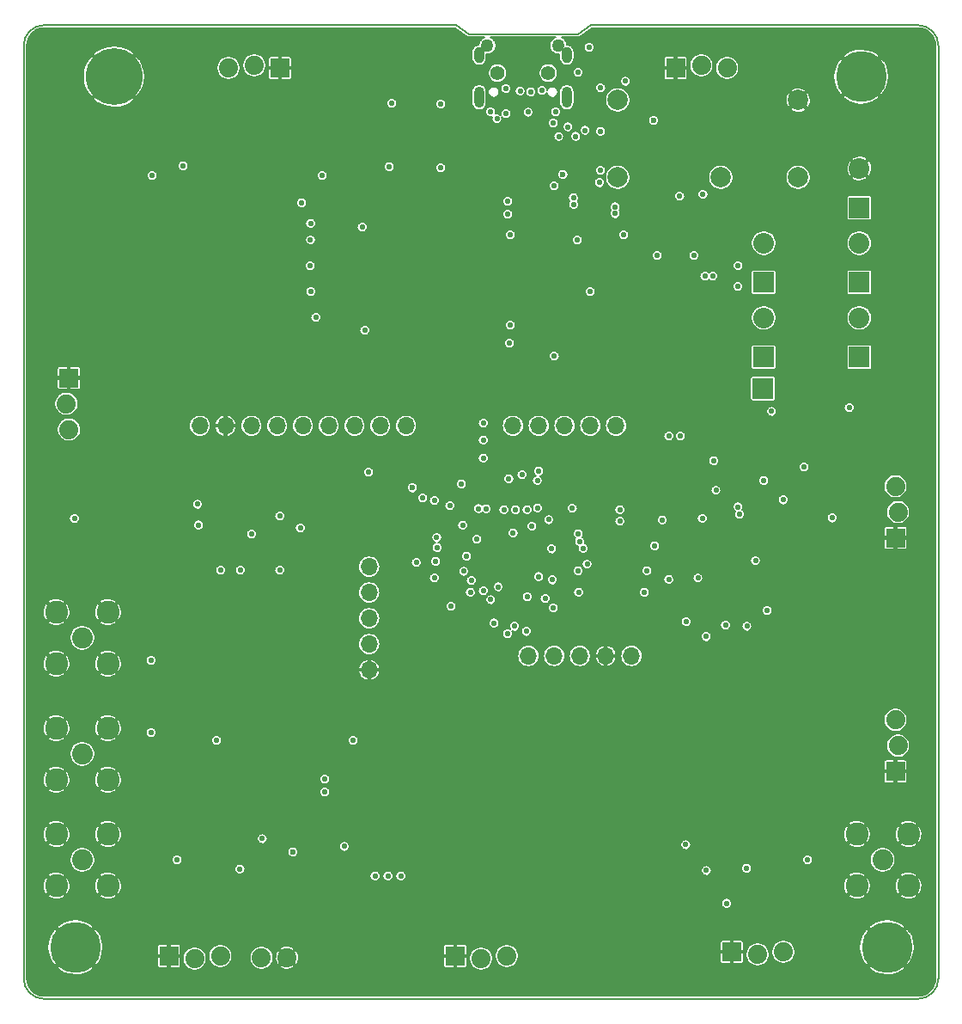
<source format=gbr>
%TF.GenerationSoftware,KiCad,Pcbnew,(5.1.4)-1*%
%TF.CreationDate,2019-12-19T18:40:15-07:00*%
%TF.ProjectId,mainboard,6d61696e-626f-4617-9264-2e6b69636164,rev?*%
%TF.SameCoordinates,Original*%
%TF.FileFunction,Copper,L2,Inr*%
%TF.FilePolarity,Positive*%
%FSLAX46Y46*%
G04 Gerber Fmt 4.6, Leading zero omitted, Abs format (unit mm)*
G04 Created by KiCad (PCBNEW (5.1.4)-1) date 2019-12-19 18:40:15*
%MOMM*%
%LPD*%
G04 APERTURE LIST*
%ADD10C,0.150000*%
%ADD11C,2.032000*%
%ADD12R,2.032000X2.032000*%
%ADD13O,1.000000X2.100000*%
%ADD14O,1.000000X1.600000*%
%ADD15O,1.700000X1.700000*%
%ADD16C,1.270000*%
%ADD17C,1.408000*%
%ADD18C,2.250000*%
%ADD19C,2.050000*%
%ADD20C,5.600000*%
%ADD21C,1.879600*%
%ADD22C,5.000000*%
%ADD23R,1.879600X1.879600*%
%ADD24C,2.006600*%
%ADD25C,0.584200*%
%ADD26C,0.600000*%
%ADD27C,0.152400*%
G04 APERTURE END LIST*
D10*
X98336100Y-54489100D02*
X98336100Y-146374100D01*
X100336100Y-148374100D02*
G75*
G02X98336100Y-146374100I0J2000000D01*
G01*
X100336100Y-148374100D02*
X186506100Y-148374100D01*
X188506100Y-146374100D02*
G75*
G02X186506100Y-148374100I-2000000J0D01*
G01*
X188506100Y-146374100D02*
X188506100Y-54489100D01*
X186506100Y-52489100D02*
G75*
G02X188506100Y-54489100I0J-2000000D01*
G01*
X186506100Y-52489100D02*
X154276100Y-52499096D01*
X154276100Y-52499096D02*
X153006100Y-53388096D01*
X153006100Y-53388096D02*
X142211100Y-53388096D01*
X142211100Y-53388096D02*
X140931103Y-52489100D01*
X140931103Y-52489100D02*
X100336100Y-52489100D01*
X98336100Y-54489100D02*
G75*
G02X100336100Y-52489100I2000000J0D01*
G01*
D11*
X171282100Y-81316296D03*
D12*
X171282100Y-85171896D03*
D13*
X151876600Y-59586800D03*
X143236600Y-59586800D03*
D14*
X143236600Y-55436800D03*
X151876600Y-55436800D03*
D12*
X171192100Y-88264000D03*
D15*
X158242000Y-114604800D03*
X155702000Y-114604800D03*
X153162000Y-114604800D03*
X150622000Y-114604800D03*
X148082000Y-114604800D03*
D16*
X151048600Y-54508400D03*
X144048600Y-54508400D03*
D17*
X150048600Y-57208400D03*
X145048600Y-57208400D03*
D18*
X101571100Y-110284096D03*
X101571100Y-115364096D03*
X106651100Y-115364096D03*
X106651100Y-110284096D03*
D19*
X104111100Y-112824096D03*
D18*
X101571100Y-121714096D03*
X101571100Y-126794096D03*
X106651100Y-126794096D03*
X106651100Y-121714096D03*
D19*
X104111100Y-124254096D03*
D18*
X180467000Y-137224096D03*
X180467000Y-132144096D03*
X185547000Y-132144096D03*
X185547000Y-137224096D03*
D19*
X183007000Y-134684096D03*
D20*
X107226100Y-57569100D03*
D21*
X124307600Y-144322800D03*
X121767600Y-144322800D03*
D22*
X180886100Y-57569100D03*
X183426100Y-143294100D03*
X103426100Y-143294100D03*
D15*
X136017000Y-91948000D03*
X133477000Y-91948000D03*
X130937000Y-91948000D03*
X128397000Y-91948000D03*
X125857000Y-91948000D03*
X123317000Y-91948000D03*
X120777000Y-91948000D03*
X118237000Y-91948000D03*
X115697000Y-91948000D03*
X156718000Y-91948000D03*
X154178000Y-91948000D03*
X151638000Y-91948000D03*
X149098000Y-91948000D03*
X146558000Y-91948000D03*
X132384800Y-105816400D03*
X132384800Y-108356400D03*
X132384800Y-110896400D03*
X132384800Y-113436400D03*
X132384800Y-115976400D03*
D23*
X168148000Y-143757096D03*
D21*
X170688000Y-144011096D03*
X173228000Y-143757096D03*
D19*
X104111100Y-134684096D03*
D18*
X106651100Y-137224096D03*
X106651100Y-132144096D03*
X101571100Y-132144096D03*
X101571100Y-137224096D03*
D23*
X102800100Y-87233596D03*
D21*
X102546100Y-89773596D03*
X102800100Y-92313596D03*
D23*
X184269100Y-102981596D03*
D21*
X184523100Y-100441596D03*
X184269100Y-97901596D03*
D23*
X112649000Y-144145000D03*
D21*
X115189000Y-144399000D03*
X117729000Y-144145000D03*
D23*
X162604100Y-56711096D03*
D21*
X165144100Y-56457096D03*
X167684100Y-56711096D03*
D23*
X140881100Y-144145000D03*
D21*
X143421100Y-144399000D03*
X145961100Y-144145000D03*
D23*
X123605600Y-56711096D03*
D21*
X121065600Y-56457096D03*
X118525600Y-56711096D03*
D11*
X180708100Y-73960696D03*
D12*
X180708100Y-77816296D03*
X180708100Y-85171896D03*
D11*
X180708100Y-81316296D03*
D12*
X171282100Y-77816296D03*
D11*
X171282100Y-73960696D03*
D12*
X180708100Y-70460696D03*
D11*
X180708100Y-66605096D03*
D24*
X156892300Y-67485096D03*
X167052300Y-67485096D03*
X174672300Y-67485096D03*
X174672300Y-59865096D03*
X156892300Y-59865096D03*
D23*
X184277000Y-125984000D03*
D21*
X184531000Y-123444000D03*
X184277000Y-120904000D03*
D25*
X115820500Y-116126096D03*
X115769700Y-120088496D03*
X129638100Y-115973696D03*
X170536365Y-98057978D03*
X172056100Y-98092096D03*
X112315300Y-115059296D03*
X113585300Y-115059296D03*
X114652100Y-115059296D03*
X115820500Y-115059296D03*
X108505300Y-117548496D03*
X108505300Y-118564496D03*
X108505300Y-119580496D03*
X115820500Y-117294496D03*
X115769700Y-119123296D03*
X114655600Y-122171296D03*
X112061300Y-122171296D03*
X119380000Y-120142000D03*
X119376500Y-118818496D03*
X119376500Y-117345296D03*
X119376500Y-115872096D03*
X170766100Y-100046496D03*
X171361237Y-100649596D03*
X123542100Y-133525096D03*
X174723100Y-106347096D03*
X177898100Y-99108096D03*
X113255100Y-119682096D03*
X113255100Y-117523096D03*
X111096100Y-117523096D03*
X112112100Y-118666096D03*
X111096100Y-119682096D03*
X109699100Y-121079096D03*
X109699100Y-116253096D03*
X102078420Y-103739899D03*
X106807010Y-105410000D03*
X139954000Y-114173000D03*
X157861000Y-104902000D03*
X159639000Y-93471990D03*
X123952000Y-89154000D03*
X143764000Y-89281000D03*
X107442000Y-67310000D03*
X122047000Y-69850000D03*
X131318000Y-67310000D03*
X141605000Y-103352613D03*
X142748000Y-97663000D03*
X128270000Y-98298000D03*
X135136288Y-104090089D03*
X135136288Y-102820089D03*
X149352000Y-89281000D03*
X150241000Y-97790000D03*
X154432000Y-97155004D03*
X145109398Y-108964855D03*
X169077640Y-101605080D03*
X113639600Y-122986800D03*
X115569996Y-135763000D03*
D26*
X108204000Y-135448800D03*
X108204000Y-133924800D03*
X114554000Y-133975600D03*
X113284000Y-133594600D03*
X112014000Y-136668000D03*
X112014000Y-135448800D03*
X112014000Y-137938000D03*
X110744000Y-135448800D03*
X110744000Y-137938000D03*
X110744000Y-136668000D03*
X109474000Y-136668000D03*
X109474000Y-137938000D03*
X109474000Y-135448800D03*
X112014000Y-131435600D03*
X110744000Y-132705600D03*
X112014000Y-133924800D03*
X109474000Y-131435600D03*
X110744000Y-131435600D03*
X109474000Y-132705600D03*
X110744000Y-133924800D03*
X112014000Y-132705600D03*
X109474000Y-133924800D03*
D25*
X145042223Y-114173000D03*
X167386000Y-71676096D03*
X155194000Y-72898000D03*
X142627360Y-69849996D03*
X142365740Y-66323122D03*
X120929400Y-66573398D03*
X176784000Y-103886000D03*
X114681000Y-121132600D03*
X127660400Y-120116600D03*
X168275004Y-107061000D03*
X150495000Y-105613194D03*
D26*
X172161200Y-92100400D03*
X161036000Y-91948000D03*
X177952400Y-133874000D03*
X179222400Y-135474200D03*
X176682400Y-133874000D03*
X177952400Y-132654800D03*
X177952400Y-131384800D03*
X176682400Y-131384800D03*
X176733200Y-136693400D03*
X177952400Y-136693400D03*
X176682400Y-132654800D03*
X176733200Y-135474200D03*
X177952400Y-137963400D03*
X175410000Y-133620000D03*
X176733200Y-137963400D03*
X177952400Y-135474200D03*
X179222400Y-133874000D03*
X175412400Y-131384800D03*
X175412400Y-132534800D03*
X174142400Y-133416800D03*
X174142400Y-132146800D03*
X174142400Y-134636000D03*
X176720500Y-139128500D03*
D25*
X107899200Y-124968000D03*
X108966000Y-124968000D03*
X110490000Y-123444000D03*
X109728000Y-124206000D03*
X111506000Y-123698000D03*
X109982000Y-125222000D03*
X110744000Y-124460000D03*
X107899200Y-123621800D03*
X108966000Y-123190000D03*
X109728000Y-122428000D03*
X108712000Y-122174000D03*
X107442000Y-112014000D03*
X107442000Y-113538000D03*
X108458000Y-112014000D03*
X109474000Y-112522000D03*
X108458000Y-113538000D03*
X109220000Y-114300000D03*
X109982000Y-115062000D03*
X110998000Y-114046000D03*
X110236000Y-113284000D03*
X108966000Y-115316000D03*
X111252000Y-113030000D03*
X110490000Y-112268000D03*
X109474000Y-111506000D03*
X108204000Y-110998000D03*
X159893000Y-102870000D03*
X158849709Y-102902473D03*
X133223000Y-58229500D03*
X163042736Y-107164974D03*
X161163000Y-99695016D03*
X167258998Y-101104700D03*
X162534600Y-102044500D03*
X164934900Y-99491800D03*
X156083000Y-108267500D03*
X159639000Y-100711000D03*
X163068000Y-91313000D03*
X113636096Y-105918000D03*
D26*
X177990500Y-139128500D03*
X175323500Y-139128500D03*
X173926500Y-139128500D03*
X174117000Y-135763000D03*
D25*
X177038000Y-89154000D03*
X176784000Y-96012000D03*
X141478000Y-97663000D03*
X148977822Y-100028890D03*
X135509000Y-136271000D03*
X134239000Y-136271000D03*
X132969000Y-136271000D03*
X115569998Y-101714300D03*
X127762000Y-67310000D03*
X125730000Y-69977000D03*
X146050000Y-69850000D03*
X110998000Y-67310000D03*
X134366000Y-66421000D03*
X129937705Y-133366705D03*
X149103080Y-106794300D03*
X150647410Y-85089982D03*
X114046000Y-66344800D03*
X167614600Y-138963400D03*
X145112578Y-107801400D03*
X152984198Y-106222800D03*
X160782000Y-75184000D03*
X160528000Y-103759000D03*
X139446000Y-60261500D03*
X139446000Y-66548000D03*
X132334000Y-96520000D03*
X152425400Y-100075998D03*
X172059600Y-90525600D03*
X103334300Y-101072096D03*
X141702595Y-106269595D03*
X142450000Y-107190600D03*
X121857754Y-132601956D03*
X141986000Y-104775000D03*
X138938000Y-105283010D03*
X143001990Y-103124000D03*
X152552400Y-70129400D03*
X152527000Y-69469000D03*
X163004500Y-69342010D03*
X166573200Y-98298004D03*
X143154604Y-100093801D03*
X150545800Y-62128400D03*
X147269194Y-58978800D03*
X148056596Y-61061600D03*
X151079200Y-63449200D03*
X143924147Y-100109147D03*
X164401498Y-75184000D03*
X152999440Y-102562660D03*
X179705000Y-90170000D03*
X165290500Y-69151500D03*
X143637000Y-108204000D03*
X149733000Y-108966000D03*
X165227006Y-101066600D03*
X126603759Y-73634601D03*
X125603000Y-102002385D03*
X163626804Y-111226600D03*
X150088600Y-101193600D03*
X126578361Y-76199999D03*
X120802400Y-102616018D03*
X167513000Y-111582200D03*
X148437600Y-101828600D03*
X126639320Y-78727300D03*
X123571000Y-100838000D03*
X123571000Y-106172000D03*
X165608000Y-112699800D03*
X146583400Y-102489000D03*
X161925000Y-107061000D03*
X153873200Y-105575152D03*
X159766000Y-106206909D03*
X150444200Y-107111800D03*
X159512000Y-108331000D03*
X153035000Y-108331000D03*
X141605000Y-101727000D03*
X115468400Y-99669600D03*
X110892900Y-122171296D03*
X110892900Y-115059296D03*
X139054170Y-102934351D03*
X152907994Y-73660000D03*
X157480000Y-73152000D03*
X139090296Y-103936790D03*
X150545800Y-109874018D03*
X164795200Y-106934000D03*
X171294100Y-97330096D03*
X175260000Y-96012000D03*
X168895777Y-100662282D03*
X168741225Y-99929084D03*
D26*
X136652000Y-98044000D03*
D25*
X143636998Y-95123000D03*
X170473512Y-105225997D03*
X147980062Y-108780025D03*
X128016000Y-126746000D03*
X140462002Y-109728000D03*
X142367000Y-108331000D03*
X128016000Y-128016002D03*
X146227790Y-83819999D03*
X146159208Y-97151738D03*
X131699000Y-72390000D03*
X143637000Y-93345000D03*
X145669000Y-100203016D03*
X126619004Y-72009000D03*
X140335000Y-99822000D03*
X131953000Y-82550000D03*
X138811000Y-99314000D03*
X127127000Y-81280000D03*
X147955000Y-100202990D03*
X146050000Y-71120000D03*
X146304000Y-73152000D03*
X147446996Y-96774000D03*
X146812000Y-100203006D03*
X146304000Y-82042006D03*
X117348000Y-122936000D03*
X130810000Y-122936000D03*
X137668000Y-99060000D03*
X138811000Y-106934000D03*
X117747136Y-106172000D03*
X137032986Y-105410000D03*
X119684800Y-106172022D03*
X144706619Y-111365136D03*
D26*
X124866400Y-133908800D03*
D25*
X165633400Y-135737600D03*
X146024600Y-112420400D03*
X163601402Y-133197600D03*
X169595800Y-135509000D03*
X146717088Y-111681407D03*
X150387571Y-104061927D03*
X171627800Y-110134400D03*
X147878800Y-112191800D03*
X169621200Y-111683800D03*
X175615600Y-134686796D03*
X145880510Y-61214000D03*
X148310596Y-59055000D03*
X150774400Y-61036200D03*
X154061149Y-54689867D03*
D26*
X151485600Y-67183004D03*
D25*
X168757600Y-76174600D03*
X168732200Y-78232000D03*
X144353278Y-61020960D03*
X145859500Y-58737506D03*
X149415516Y-58928000D03*
X152984200Y-57150000D03*
X155194000Y-62941200D03*
X155219406Y-58674000D03*
X144983204Y-61722000D03*
X153147306Y-103343025D03*
X161926252Y-92965258D03*
X157099000Y-100203000D03*
X153672540Y-62844680D03*
X163068000Y-92964000D03*
X153474506Y-104002830D03*
X157099000Y-101346000D03*
X152734044Y-63439050D03*
X156641800Y-70383400D03*
X166243000Y-77216000D03*
X165481000Y-77216000D03*
X156641800Y-71043800D03*
X154178000Y-78740048D03*
X166344602Y-95377000D03*
X150622000Y-68326000D03*
D26*
X160426400Y-61874400D03*
D25*
X155204192Y-66804794D03*
X155092399Y-67995800D03*
X157657800Y-58013604D03*
X151983440Y-62501780D03*
X119659400Y-135585200D03*
X144372787Y-109067600D03*
X113459096Y-134684096D03*
X149098000Y-96392988D03*
X148967409Y-97344401D03*
X161282000Y-101211000D03*
X143637000Y-91694000D03*
X134620000Y-60198000D03*
X173199100Y-99235096D03*
X178025100Y-101013096D03*
D27*
G36*
X142027299Y-53630004D02*
G01*
X142041613Y-53641751D01*
X142064879Y-53654187D01*
X142087835Y-53667152D01*
X142091218Y-53668265D01*
X142094356Y-53669942D01*
X142119597Y-53677599D01*
X142144644Y-53685837D01*
X142148175Y-53686268D01*
X142151584Y-53687302D01*
X142177827Y-53689887D01*
X142204008Y-53693082D01*
X142222470Y-53691696D01*
X143763601Y-53691696D01*
X143639532Y-53743087D01*
X143498087Y-53837598D01*
X143377798Y-53957887D01*
X143283287Y-54099332D01*
X143218187Y-54256497D01*
X143187756Y-54409486D01*
X143093770Y-54418743D01*
X142956429Y-54460405D01*
X142829854Y-54528060D01*
X142718910Y-54619109D01*
X142627861Y-54730053D01*
X142560205Y-54856628D01*
X142518543Y-54993969D01*
X142508000Y-55101011D01*
X142508000Y-55772588D01*
X142518543Y-55879630D01*
X142560205Y-56016971D01*
X142627860Y-56143546D01*
X142718909Y-56254490D01*
X142829853Y-56345540D01*
X142956428Y-56413195D01*
X143093769Y-56454857D01*
X143236600Y-56468925D01*
X143379430Y-56454857D01*
X143516771Y-56413195D01*
X143643346Y-56345540D01*
X143754290Y-56254491D01*
X143845340Y-56143547D01*
X143912995Y-56016972D01*
X143954657Y-55879631D01*
X143965200Y-55772589D01*
X143965200Y-55372000D01*
X144133657Y-55372000D01*
X144300503Y-55338813D01*
X144457668Y-55273713D01*
X144599113Y-55179202D01*
X144719402Y-55058913D01*
X144813913Y-54917468D01*
X144879013Y-54760303D01*
X144912200Y-54593457D01*
X144912200Y-54423343D01*
X144879013Y-54256497D01*
X144813913Y-54099332D01*
X144719402Y-53957887D01*
X144599113Y-53837598D01*
X144457668Y-53743087D01*
X144333599Y-53691696D01*
X150763601Y-53691696D01*
X150639532Y-53743087D01*
X150498087Y-53837598D01*
X150377798Y-53957887D01*
X150283287Y-54099332D01*
X150218187Y-54256497D01*
X150185000Y-54423343D01*
X150185000Y-54593457D01*
X150218187Y-54760303D01*
X150283287Y-54917468D01*
X150377798Y-55058913D01*
X150498087Y-55179202D01*
X150639532Y-55273713D01*
X150796697Y-55338813D01*
X150963543Y-55372000D01*
X151133657Y-55372000D01*
X151148000Y-55369147D01*
X151148000Y-55772588D01*
X151158543Y-55879630D01*
X151200205Y-56016971D01*
X151267860Y-56143546D01*
X151358909Y-56254490D01*
X151469853Y-56345540D01*
X151596428Y-56413195D01*
X151733769Y-56454857D01*
X151876600Y-56468925D01*
X152019430Y-56454857D01*
X152156771Y-56413195D01*
X152283346Y-56345540D01*
X152394290Y-56254491D01*
X152485340Y-56143547D01*
X152552995Y-56016972D01*
X152594657Y-55879631D01*
X152605200Y-55772589D01*
X152605200Y-55771296D01*
X161434594Y-55771296D01*
X161435700Y-56552346D01*
X161492850Y-56609496D01*
X162502500Y-56609496D01*
X162502500Y-55599846D01*
X162705700Y-55599846D01*
X162705700Y-56609496D01*
X163715350Y-56609496D01*
X163772500Y-56552346D01*
X163772797Y-56342019D01*
X163975700Y-56342019D01*
X163975700Y-56572173D01*
X164020601Y-56797906D01*
X164108678Y-57010541D01*
X164236545Y-57201907D01*
X164399289Y-57364651D01*
X164590655Y-57492518D01*
X164803290Y-57580595D01*
X165029023Y-57625496D01*
X165259177Y-57625496D01*
X165484910Y-57580595D01*
X165697545Y-57492518D01*
X165888911Y-57364651D01*
X166051655Y-57201907D01*
X166179522Y-57010541D01*
X166267599Y-56797906D01*
X166307756Y-56596019D01*
X166515700Y-56596019D01*
X166515700Y-56826173D01*
X166560601Y-57051906D01*
X166648678Y-57264541D01*
X166776545Y-57455907D01*
X166939289Y-57618651D01*
X167130655Y-57746518D01*
X167343290Y-57834595D01*
X167569023Y-57879496D01*
X167799177Y-57879496D01*
X168024910Y-57834595D01*
X168237545Y-57746518D01*
X168428911Y-57618651D01*
X168484509Y-57563053D01*
X178144305Y-57563053D01*
X178195808Y-58098067D01*
X178350697Y-58612753D01*
X178603020Y-59087332D01*
X178609739Y-59097388D01*
X178917281Y-59394235D01*
X180742416Y-57569100D01*
X181029784Y-57569100D01*
X182854919Y-59394235D01*
X183162461Y-59097388D01*
X183416875Y-58623927D01*
X183574033Y-58109929D01*
X183627895Y-57575147D01*
X183576392Y-57040133D01*
X183421503Y-56525447D01*
X183169180Y-56050868D01*
X183162461Y-56040812D01*
X182854919Y-55743965D01*
X181029784Y-57569100D01*
X180742416Y-57569100D01*
X178917281Y-55743965D01*
X178609739Y-56040812D01*
X178355325Y-56514273D01*
X178198167Y-57028271D01*
X178144305Y-57563053D01*
X168484509Y-57563053D01*
X168591655Y-57455907D01*
X168719522Y-57264541D01*
X168807599Y-57051906D01*
X168852500Y-56826173D01*
X168852500Y-56596019D01*
X168807599Y-56370286D01*
X168719522Y-56157651D01*
X168591655Y-55966285D01*
X168428911Y-55803541D01*
X168237545Y-55675674D01*
X168055532Y-55600281D01*
X179060965Y-55600281D01*
X180886100Y-57425416D01*
X182711235Y-55600281D01*
X182414388Y-55292739D01*
X181940927Y-55038325D01*
X181426929Y-54881167D01*
X180892147Y-54827305D01*
X180357133Y-54878808D01*
X179842447Y-55033697D01*
X179367868Y-55286020D01*
X179357812Y-55292739D01*
X179060965Y-55600281D01*
X168055532Y-55600281D01*
X168024910Y-55587597D01*
X167799177Y-55542696D01*
X167569023Y-55542696D01*
X167343290Y-55587597D01*
X167130655Y-55675674D01*
X166939289Y-55803541D01*
X166776545Y-55966285D01*
X166648678Y-56157651D01*
X166560601Y-56370286D01*
X166515700Y-56596019D01*
X166307756Y-56596019D01*
X166312500Y-56572173D01*
X166312500Y-56342019D01*
X166267599Y-56116286D01*
X166179522Y-55903651D01*
X166051655Y-55712285D01*
X165888911Y-55549541D01*
X165697545Y-55421674D01*
X165484910Y-55333597D01*
X165259177Y-55288696D01*
X165029023Y-55288696D01*
X164803290Y-55333597D01*
X164590655Y-55421674D01*
X164399289Y-55549541D01*
X164236545Y-55712285D01*
X164108678Y-55903651D01*
X164020601Y-56116286D01*
X163975700Y-56342019D01*
X163772797Y-56342019D01*
X163773606Y-55771296D01*
X163769192Y-55726483D01*
X163756121Y-55683391D01*
X163734894Y-55643678D01*
X163706327Y-55608869D01*
X163671518Y-55580302D01*
X163631805Y-55559075D01*
X163588713Y-55546004D01*
X163543900Y-55541590D01*
X162762850Y-55542696D01*
X162705700Y-55599846D01*
X162502500Y-55599846D01*
X162445350Y-55542696D01*
X161664300Y-55541590D01*
X161619487Y-55546004D01*
X161576395Y-55559075D01*
X161536682Y-55580302D01*
X161501873Y-55608869D01*
X161473306Y-55643678D01*
X161452079Y-55683391D01*
X161439008Y-55726483D01*
X161434594Y-55771296D01*
X152605200Y-55771296D01*
X152605200Y-55101011D01*
X152594657Y-54993969D01*
X152552995Y-54856628D01*
X152485340Y-54730053D01*
X152410273Y-54638583D01*
X153540449Y-54638583D01*
X153540449Y-54741151D01*
X153560460Y-54841749D01*
X153599711Y-54936511D01*
X153656695Y-55021794D01*
X153729222Y-55094321D01*
X153814505Y-55151305D01*
X153909267Y-55190556D01*
X154009865Y-55210567D01*
X154112433Y-55210567D01*
X154213031Y-55190556D01*
X154307793Y-55151305D01*
X154393076Y-55094321D01*
X154465603Y-55021794D01*
X154522587Y-54936511D01*
X154561838Y-54841749D01*
X154581849Y-54741151D01*
X154581849Y-54638583D01*
X154561838Y-54537985D01*
X154522587Y-54443223D01*
X154465603Y-54357940D01*
X154393076Y-54285413D01*
X154307793Y-54228429D01*
X154213031Y-54189178D01*
X154112433Y-54169167D01*
X154009865Y-54169167D01*
X153909267Y-54189178D01*
X153814505Y-54228429D01*
X153729222Y-54285413D01*
X153656695Y-54357940D01*
X153599711Y-54443223D01*
X153560460Y-54537985D01*
X153540449Y-54638583D01*
X152410273Y-54638583D01*
X152394291Y-54619109D01*
X152283347Y-54528060D01*
X152156772Y-54460405D01*
X152019431Y-54418743D01*
X151909124Y-54407878D01*
X151879013Y-54256497D01*
X151813913Y-54099332D01*
X151719402Y-53957887D01*
X151599113Y-53837598D01*
X151457668Y-53743087D01*
X151333599Y-53691696D01*
X152994497Y-53691696D01*
X153012712Y-53693092D01*
X153039110Y-53689913D01*
X153065616Y-53687302D01*
X153068796Y-53686337D01*
X153072087Y-53685941D01*
X153097350Y-53677675D01*
X153122844Y-53669942D01*
X153125774Y-53668376D01*
X153128925Y-53667345D01*
X153152080Y-53654316D01*
X153175587Y-53641751D01*
X153189722Y-53630151D01*
X154371845Y-52802666D01*
X186491295Y-52792704D01*
X186835317Y-52826436D01*
X187151991Y-52922045D01*
X187444066Y-53077344D01*
X187700414Y-53286417D01*
X187911274Y-53541302D01*
X188068604Y-53832278D01*
X188166425Y-54148286D01*
X188202501Y-54491525D01*
X188202500Y-146359252D01*
X188168764Y-146703319D01*
X188073154Y-147019993D01*
X187917853Y-147312069D01*
X187708783Y-147568414D01*
X187453898Y-147779274D01*
X187162918Y-147936606D01*
X186846915Y-148034425D01*
X186503684Y-148070500D01*
X100350948Y-148070500D01*
X100006881Y-148036764D01*
X99690207Y-147941154D01*
X99398131Y-147785853D01*
X99141786Y-147576783D01*
X98930926Y-147321898D01*
X98773594Y-147030918D01*
X98675775Y-146714915D01*
X98639700Y-146371684D01*
X98639700Y-145262919D01*
X101600965Y-145262919D01*
X101897812Y-145570461D01*
X102371273Y-145824875D01*
X102885271Y-145982033D01*
X103420053Y-146035895D01*
X103955067Y-145984392D01*
X104469753Y-145829503D01*
X104944332Y-145577180D01*
X104954388Y-145570461D01*
X105251235Y-145262919D01*
X103426100Y-143437784D01*
X101600965Y-145262919D01*
X98639700Y-145262919D01*
X98639700Y-143288053D01*
X100684305Y-143288053D01*
X100735808Y-143823067D01*
X100890697Y-144337753D01*
X101143020Y-144812332D01*
X101149739Y-144822388D01*
X101457281Y-145119235D01*
X103282416Y-143294100D01*
X103569784Y-143294100D01*
X105394919Y-145119235D01*
X105430594Y-145084800D01*
X111479494Y-145084800D01*
X111483908Y-145129613D01*
X111496979Y-145172705D01*
X111518206Y-145212418D01*
X111546773Y-145247227D01*
X111581582Y-145275794D01*
X111621295Y-145297021D01*
X111664387Y-145310092D01*
X111709200Y-145314506D01*
X112490250Y-145313400D01*
X112547400Y-145256250D01*
X112547400Y-144246600D01*
X112750600Y-144246600D01*
X112750600Y-145256250D01*
X112807750Y-145313400D01*
X113588800Y-145314506D01*
X113633613Y-145310092D01*
X113676705Y-145297021D01*
X113716418Y-145275794D01*
X113751227Y-145247227D01*
X113779794Y-145212418D01*
X113801021Y-145172705D01*
X113814092Y-145129613D01*
X113818506Y-145084800D01*
X113817400Y-144303750D01*
X113797573Y-144283923D01*
X114020600Y-144283923D01*
X114020600Y-144514077D01*
X114065501Y-144739810D01*
X114153578Y-144952445D01*
X114281445Y-145143811D01*
X114444189Y-145306555D01*
X114635555Y-145434422D01*
X114848190Y-145522499D01*
X115073923Y-145567400D01*
X115304077Y-145567400D01*
X115529810Y-145522499D01*
X115742445Y-145434422D01*
X115933811Y-145306555D01*
X116096555Y-145143811D01*
X116224422Y-144952445D01*
X116312499Y-144739810D01*
X116357400Y-144514077D01*
X116357400Y-144283923D01*
X116312499Y-144058190D01*
X116300791Y-144029923D01*
X116560600Y-144029923D01*
X116560600Y-144260077D01*
X116605501Y-144485810D01*
X116693578Y-144698445D01*
X116821445Y-144889811D01*
X116984189Y-145052555D01*
X117175555Y-145180422D01*
X117388190Y-145268499D01*
X117613923Y-145313400D01*
X117844077Y-145313400D01*
X118069810Y-145268499D01*
X118282445Y-145180422D01*
X118473811Y-145052555D01*
X118636555Y-144889811D01*
X118764422Y-144698445D01*
X118852499Y-144485810D01*
X118897400Y-144260077D01*
X118897400Y-144207723D01*
X120599200Y-144207723D01*
X120599200Y-144437877D01*
X120644101Y-144663610D01*
X120732178Y-144876245D01*
X120860045Y-145067611D01*
X121022789Y-145230355D01*
X121214155Y-145358222D01*
X121426790Y-145446299D01*
X121652523Y-145491200D01*
X121882677Y-145491200D01*
X122108410Y-145446299D01*
X122321045Y-145358222D01*
X122512411Y-145230355D01*
X122561629Y-145181137D01*
X123592947Y-145181137D01*
X123702294Y-145328785D01*
X123910183Y-145427545D01*
X124133343Y-145483850D01*
X124363201Y-145495537D01*
X124590922Y-145462155D01*
X124807756Y-145384990D01*
X124912906Y-145328785D01*
X125022253Y-145181137D01*
X124925916Y-145084800D01*
X139711594Y-145084800D01*
X139716008Y-145129613D01*
X139729079Y-145172705D01*
X139750306Y-145212418D01*
X139778873Y-145247227D01*
X139813682Y-145275794D01*
X139853395Y-145297021D01*
X139896487Y-145310092D01*
X139941300Y-145314506D01*
X140722350Y-145313400D01*
X140779500Y-145256250D01*
X140779500Y-144246600D01*
X140982700Y-144246600D01*
X140982700Y-145256250D01*
X141039850Y-145313400D01*
X141820900Y-145314506D01*
X141865713Y-145310092D01*
X141908805Y-145297021D01*
X141948518Y-145275794D01*
X141983327Y-145247227D01*
X142011894Y-145212418D01*
X142033121Y-145172705D01*
X142046192Y-145129613D01*
X142050606Y-145084800D01*
X142049500Y-144303750D01*
X142029673Y-144283923D01*
X142252700Y-144283923D01*
X142252700Y-144514077D01*
X142297601Y-144739810D01*
X142385678Y-144952445D01*
X142513545Y-145143811D01*
X142676289Y-145306555D01*
X142867655Y-145434422D01*
X143080290Y-145522499D01*
X143306023Y-145567400D01*
X143536177Y-145567400D01*
X143761910Y-145522499D01*
X143974545Y-145434422D01*
X144165911Y-145306555D01*
X144328655Y-145143811D01*
X144456522Y-144952445D01*
X144544599Y-144739810D01*
X144589500Y-144514077D01*
X144589500Y-144283923D01*
X144544599Y-144058190D01*
X144532891Y-144029923D01*
X144792700Y-144029923D01*
X144792700Y-144260077D01*
X144837601Y-144485810D01*
X144925678Y-144698445D01*
X145053545Y-144889811D01*
X145216289Y-145052555D01*
X145407655Y-145180422D01*
X145620290Y-145268499D01*
X145846023Y-145313400D01*
X146076177Y-145313400D01*
X146301910Y-145268499D01*
X146315381Y-145262919D01*
X181600965Y-145262919D01*
X181897812Y-145570461D01*
X182371273Y-145824875D01*
X182885271Y-145982033D01*
X183420053Y-146035895D01*
X183955067Y-145984392D01*
X184469753Y-145829503D01*
X184944332Y-145577180D01*
X184954388Y-145570461D01*
X185251235Y-145262919D01*
X183426100Y-143437784D01*
X181600965Y-145262919D01*
X146315381Y-145262919D01*
X146514545Y-145180422D01*
X146705911Y-145052555D01*
X146868655Y-144889811D01*
X146996522Y-144698445D01*
X146997163Y-144696896D01*
X166978494Y-144696896D01*
X166982908Y-144741709D01*
X166995979Y-144784801D01*
X167017206Y-144824514D01*
X167045773Y-144859323D01*
X167080582Y-144887890D01*
X167120295Y-144909117D01*
X167163387Y-144922188D01*
X167208200Y-144926602D01*
X167989250Y-144925496D01*
X168046400Y-144868346D01*
X168046400Y-143858696D01*
X168249600Y-143858696D01*
X168249600Y-144868346D01*
X168306750Y-144925496D01*
X169087800Y-144926602D01*
X169132613Y-144922188D01*
X169175705Y-144909117D01*
X169215418Y-144887890D01*
X169250227Y-144859323D01*
X169278794Y-144824514D01*
X169300021Y-144784801D01*
X169313092Y-144741709D01*
X169317506Y-144696896D01*
X169316400Y-143915846D01*
X169296573Y-143896019D01*
X169519600Y-143896019D01*
X169519600Y-144126173D01*
X169564501Y-144351906D01*
X169652578Y-144564541D01*
X169780445Y-144755907D01*
X169943189Y-144918651D01*
X170134555Y-145046518D01*
X170347190Y-145134595D01*
X170572923Y-145179496D01*
X170803077Y-145179496D01*
X171028810Y-145134595D01*
X171241445Y-145046518D01*
X171432811Y-144918651D01*
X171595555Y-144755907D01*
X171723422Y-144564541D01*
X171811499Y-144351906D01*
X171856400Y-144126173D01*
X171856400Y-143896019D01*
X171811499Y-143670286D01*
X171799791Y-143642019D01*
X172059600Y-143642019D01*
X172059600Y-143872173D01*
X172104501Y-144097906D01*
X172192578Y-144310541D01*
X172320445Y-144501907D01*
X172483189Y-144664651D01*
X172674555Y-144792518D01*
X172887190Y-144880595D01*
X173112923Y-144925496D01*
X173343077Y-144925496D01*
X173568810Y-144880595D01*
X173781445Y-144792518D01*
X173972811Y-144664651D01*
X174135555Y-144501907D01*
X174263422Y-144310541D01*
X174351499Y-144097906D01*
X174396400Y-143872173D01*
X174396400Y-143642019D01*
X174351499Y-143416286D01*
X174298383Y-143288053D01*
X180684305Y-143288053D01*
X180735808Y-143823067D01*
X180890697Y-144337753D01*
X181143020Y-144812332D01*
X181149739Y-144822388D01*
X181457281Y-145119235D01*
X183282416Y-143294100D01*
X183569784Y-143294100D01*
X185394919Y-145119235D01*
X185702461Y-144822388D01*
X185956875Y-144348927D01*
X186114033Y-143834929D01*
X186167895Y-143300147D01*
X186116392Y-142765133D01*
X185961503Y-142250447D01*
X185709180Y-141775868D01*
X185702461Y-141765812D01*
X185394919Y-141468965D01*
X183569784Y-143294100D01*
X183282416Y-143294100D01*
X181457281Y-141468965D01*
X181149739Y-141765812D01*
X180895325Y-142239273D01*
X180738167Y-142753271D01*
X180684305Y-143288053D01*
X174298383Y-143288053D01*
X174263422Y-143203651D01*
X174135555Y-143012285D01*
X173972811Y-142849541D01*
X173781445Y-142721674D01*
X173568810Y-142633597D01*
X173343077Y-142588696D01*
X173112923Y-142588696D01*
X172887190Y-142633597D01*
X172674555Y-142721674D01*
X172483189Y-142849541D01*
X172320445Y-143012285D01*
X172192578Y-143203651D01*
X172104501Y-143416286D01*
X172059600Y-143642019D01*
X171799791Y-143642019D01*
X171723422Y-143457651D01*
X171595555Y-143266285D01*
X171432811Y-143103541D01*
X171241445Y-142975674D01*
X171028810Y-142887597D01*
X170803077Y-142842696D01*
X170572923Y-142842696D01*
X170347190Y-142887597D01*
X170134555Y-142975674D01*
X169943189Y-143103541D01*
X169780445Y-143266285D01*
X169652578Y-143457651D01*
X169564501Y-143670286D01*
X169519600Y-143896019D01*
X169296573Y-143896019D01*
X169259250Y-143858696D01*
X168249600Y-143858696D01*
X168046400Y-143858696D01*
X167036750Y-143858696D01*
X166979600Y-143915846D01*
X166978494Y-144696896D01*
X146997163Y-144696896D01*
X147084599Y-144485810D01*
X147129500Y-144260077D01*
X147129500Y-144029923D01*
X147084599Y-143804190D01*
X146996522Y-143591555D01*
X146868655Y-143400189D01*
X146705911Y-143237445D01*
X146514545Y-143109578D01*
X146301910Y-143021501D01*
X146076177Y-142976600D01*
X145846023Y-142976600D01*
X145620290Y-143021501D01*
X145407655Y-143109578D01*
X145216289Y-143237445D01*
X145053545Y-143400189D01*
X144925678Y-143591555D01*
X144837601Y-143804190D01*
X144792700Y-144029923D01*
X144532891Y-144029923D01*
X144456522Y-143845555D01*
X144328655Y-143654189D01*
X144165911Y-143491445D01*
X143974545Y-143363578D01*
X143761910Y-143275501D01*
X143536177Y-143230600D01*
X143306023Y-143230600D01*
X143080290Y-143275501D01*
X142867655Y-143363578D01*
X142676289Y-143491445D01*
X142513545Y-143654189D01*
X142385678Y-143845555D01*
X142297601Y-144058190D01*
X142252700Y-144283923D01*
X142029673Y-144283923D01*
X141992350Y-144246600D01*
X140982700Y-144246600D01*
X140779500Y-144246600D01*
X139769850Y-144246600D01*
X139712700Y-144303750D01*
X139711594Y-145084800D01*
X124925916Y-145084800D01*
X124307600Y-144466484D01*
X123592947Y-145181137D01*
X122561629Y-145181137D01*
X122675155Y-145067611D01*
X122803022Y-144876245D01*
X122891099Y-144663610D01*
X122936000Y-144437877D01*
X122936000Y-144378401D01*
X123134863Y-144378401D01*
X123168245Y-144606122D01*
X123245410Y-144822956D01*
X123301615Y-144928106D01*
X123449263Y-145037453D01*
X124163916Y-144322800D01*
X124451284Y-144322800D01*
X125165937Y-145037453D01*
X125313585Y-144928106D01*
X125412345Y-144720217D01*
X125468650Y-144497057D01*
X125480337Y-144267199D01*
X125446955Y-144039478D01*
X125369790Y-143822644D01*
X125313585Y-143717494D01*
X125165937Y-143608147D01*
X124451284Y-144322800D01*
X124163916Y-144322800D01*
X123449263Y-143608147D01*
X123301615Y-143717494D01*
X123202855Y-143925383D01*
X123146550Y-144148543D01*
X123134863Y-144378401D01*
X122936000Y-144378401D01*
X122936000Y-144207723D01*
X122891099Y-143981990D01*
X122803022Y-143769355D01*
X122675155Y-143577989D01*
X122561629Y-143464463D01*
X123592947Y-143464463D01*
X124307600Y-144179116D01*
X125022253Y-143464463D01*
X124912906Y-143316815D01*
X124705017Y-143218055D01*
X124654068Y-143205200D01*
X139711594Y-143205200D01*
X139712700Y-143986250D01*
X139769850Y-144043400D01*
X140779500Y-144043400D01*
X140779500Y-143033750D01*
X140982700Y-143033750D01*
X140982700Y-144043400D01*
X141992350Y-144043400D01*
X142049500Y-143986250D01*
X142050606Y-143205200D01*
X142046192Y-143160387D01*
X142033121Y-143117295D01*
X142011894Y-143077582D01*
X141983327Y-143042773D01*
X141948518Y-143014206D01*
X141908805Y-142992979D01*
X141865713Y-142979908D01*
X141820900Y-142975494D01*
X141039850Y-142976600D01*
X140982700Y-143033750D01*
X140779500Y-143033750D01*
X140722350Y-142976600D01*
X139941300Y-142975494D01*
X139896487Y-142979908D01*
X139853395Y-142992979D01*
X139813682Y-143014206D01*
X139778873Y-143042773D01*
X139750306Y-143077582D01*
X139729079Y-143117295D01*
X139716008Y-143160387D01*
X139711594Y-143205200D01*
X124654068Y-143205200D01*
X124481857Y-143161750D01*
X124251999Y-143150063D01*
X124024278Y-143183445D01*
X123807444Y-143260610D01*
X123702294Y-143316815D01*
X123592947Y-143464463D01*
X122561629Y-143464463D01*
X122512411Y-143415245D01*
X122321045Y-143287378D01*
X122108410Y-143199301D01*
X121882677Y-143154400D01*
X121652523Y-143154400D01*
X121426790Y-143199301D01*
X121214155Y-143287378D01*
X121022789Y-143415245D01*
X120860045Y-143577989D01*
X120732178Y-143769355D01*
X120644101Y-143981990D01*
X120599200Y-144207723D01*
X118897400Y-144207723D01*
X118897400Y-144029923D01*
X118852499Y-143804190D01*
X118764422Y-143591555D01*
X118636555Y-143400189D01*
X118473811Y-143237445D01*
X118282445Y-143109578D01*
X118069810Y-143021501D01*
X117844077Y-142976600D01*
X117613923Y-142976600D01*
X117388190Y-143021501D01*
X117175555Y-143109578D01*
X116984189Y-143237445D01*
X116821445Y-143400189D01*
X116693578Y-143591555D01*
X116605501Y-143804190D01*
X116560600Y-144029923D01*
X116300791Y-144029923D01*
X116224422Y-143845555D01*
X116096555Y-143654189D01*
X115933811Y-143491445D01*
X115742445Y-143363578D01*
X115529810Y-143275501D01*
X115304077Y-143230600D01*
X115073923Y-143230600D01*
X114848190Y-143275501D01*
X114635555Y-143363578D01*
X114444189Y-143491445D01*
X114281445Y-143654189D01*
X114153578Y-143845555D01*
X114065501Y-144058190D01*
X114020600Y-144283923D01*
X113797573Y-144283923D01*
X113760250Y-144246600D01*
X112750600Y-144246600D01*
X112547400Y-144246600D01*
X111537750Y-144246600D01*
X111480600Y-144303750D01*
X111479494Y-145084800D01*
X105430594Y-145084800D01*
X105702461Y-144822388D01*
X105956875Y-144348927D01*
X106114033Y-143834929D01*
X106167895Y-143300147D01*
X106158755Y-143205200D01*
X111479494Y-143205200D01*
X111480600Y-143986250D01*
X111537750Y-144043400D01*
X112547400Y-144043400D01*
X112547400Y-143033750D01*
X112750600Y-143033750D01*
X112750600Y-144043400D01*
X113760250Y-144043400D01*
X113817400Y-143986250D01*
X113818506Y-143205200D01*
X113814092Y-143160387D01*
X113801021Y-143117295D01*
X113779794Y-143077582D01*
X113751227Y-143042773D01*
X113716418Y-143014206D01*
X113676705Y-142992979D01*
X113633613Y-142979908D01*
X113588800Y-142975494D01*
X112807750Y-142976600D01*
X112750600Y-143033750D01*
X112547400Y-143033750D01*
X112490250Y-142976600D01*
X111709200Y-142975494D01*
X111664387Y-142979908D01*
X111621295Y-142992979D01*
X111581582Y-143014206D01*
X111546773Y-143042773D01*
X111518206Y-143077582D01*
X111496979Y-143117295D01*
X111483908Y-143160387D01*
X111479494Y-143205200D01*
X106158755Y-143205200D01*
X106121414Y-142817296D01*
X166978494Y-142817296D01*
X166979600Y-143598346D01*
X167036750Y-143655496D01*
X168046400Y-143655496D01*
X168046400Y-142645846D01*
X168249600Y-142645846D01*
X168249600Y-143655496D01*
X169259250Y-143655496D01*
X169316400Y-143598346D01*
X169317506Y-142817296D01*
X169313092Y-142772483D01*
X169300021Y-142729391D01*
X169278794Y-142689678D01*
X169250227Y-142654869D01*
X169215418Y-142626302D01*
X169175705Y-142605075D01*
X169132613Y-142592004D01*
X169087800Y-142587590D01*
X168306750Y-142588696D01*
X168249600Y-142645846D01*
X168046400Y-142645846D01*
X167989250Y-142588696D01*
X167208200Y-142587590D01*
X167163387Y-142592004D01*
X167120295Y-142605075D01*
X167080582Y-142626302D01*
X167045773Y-142654869D01*
X167017206Y-142689678D01*
X166995979Y-142729391D01*
X166982908Y-142772483D01*
X166978494Y-142817296D01*
X106121414Y-142817296D01*
X106116392Y-142765133D01*
X105961503Y-142250447D01*
X105709180Y-141775868D01*
X105702461Y-141765812D01*
X105394919Y-141468965D01*
X103569784Y-143294100D01*
X103282416Y-143294100D01*
X101457281Y-141468965D01*
X101149739Y-141765812D01*
X100895325Y-142239273D01*
X100738167Y-142753271D01*
X100684305Y-143288053D01*
X98639700Y-143288053D01*
X98639700Y-141325281D01*
X101600965Y-141325281D01*
X103426100Y-143150416D01*
X105251235Y-141325281D01*
X181600965Y-141325281D01*
X183426100Y-143150416D01*
X185251235Y-141325281D01*
X184954388Y-141017739D01*
X184480927Y-140763325D01*
X183966929Y-140606167D01*
X183432147Y-140552305D01*
X182897133Y-140603808D01*
X182382447Y-140758697D01*
X181907868Y-141011020D01*
X181897812Y-141017739D01*
X181600965Y-141325281D01*
X105251235Y-141325281D01*
X104954388Y-141017739D01*
X104480927Y-140763325D01*
X103966929Y-140606167D01*
X103432147Y-140552305D01*
X102897133Y-140603808D01*
X102382447Y-140758697D01*
X101907868Y-141011020D01*
X101897812Y-141017739D01*
X101600965Y-141325281D01*
X98639700Y-141325281D01*
X98639700Y-138912116D01*
X167093900Y-138912116D01*
X167093900Y-139014684D01*
X167113911Y-139115282D01*
X167153162Y-139210044D01*
X167210146Y-139295327D01*
X167282673Y-139367854D01*
X167367956Y-139424838D01*
X167462718Y-139464089D01*
X167563316Y-139484100D01*
X167665884Y-139484100D01*
X167766482Y-139464089D01*
X167861244Y-139424838D01*
X167946527Y-139367854D01*
X168019054Y-139295327D01*
X168076038Y-139210044D01*
X168115289Y-139115282D01*
X168135300Y-139014684D01*
X168135300Y-138912116D01*
X168115289Y-138811518D01*
X168076038Y-138716756D01*
X168019054Y-138631473D01*
X167946527Y-138558946D01*
X167861244Y-138501962D01*
X167766482Y-138462711D01*
X167665884Y-138442700D01*
X167563316Y-138442700D01*
X167462718Y-138462711D01*
X167367956Y-138501962D01*
X167282673Y-138558946D01*
X167210146Y-138631473D01*
X167153162Y-138716756D01*
X167113911Y-138811518D01*
X167093900Y-138912116D01*
X98639700Y-138912116D01*
X98639700Y-138214492D01*
X100724388Y-138214492D01*
X100856055Y-138381124D01*
X101095519Y-138498391D01*
X101353260Y-138566687D01*
X101619372Y-138583388D01*
X101883629Y-138547852D01*
X102135875Y-138461444D01*
X102286145Y-138381124D01*
X102417812Y-138214492D01*
X105804388Y-138214492D01*
X105936055Y-138381124D01*
X106175519Y-138498391D01*
X106433260Y-138566687D01*
X106699372Y-138583388D01*
X106963629Y-138547852D01*
X107215875Y-138461444D01*
X107366145Y-138381124D01*
X107497812Y-138214492D01*
X179620288Y-138214492D01*
X179751955Y-138381124D01*
X179991419Y-138498391D01*
X180249160Y-138566687D01*
X180515272Y-138583388D01*
X180779529Y-138547852D01*
X181031775Y-138461444D01*
X181182045Y-138381124D01*
X181313712Y-138214492D01*
X184700288Y-138214492D01*
X184831955Y-138381124D01*
X185071419Y-138498391D01*
X185329160Y-138566687D01*
X185595272Y-138583388D01*
X185859529Y-138547852D01*
X186111775Y-138461444D01*
X186262045Y-138381124D01*
X186393712Y-138214492D01*
X185547000Y-137367780D01*
X184700288Y-138214492D01*
X181313712Y-138214492D01*
X180467000Y-137367780D01*
X179620288Y-138214492D01*
X107497812Y-138214492D01*
X106651100Y-137367780D01*
X105804388Y-138214492D01*
X102417812Y-138214492D01*
X101571100Y-137367780D01*
X100724388Y-138214492D01*
X98639700Y-138214492D01*
X98639700Y-137272368D01*
X100211808Y-137272368D01*
X100247344Y-137536625D01*
X100333752Y-137788871D01*
X100414072Y-137939141D01*
X100580704Y-138070808D01*
X101427416Y-137224096D01*
X101714784Y-137224096D01*
X102561496Y-138070808D01*
X102728128Y-137939141D01*
X102845395Y-137699677D01*
X102913691Y-137441936D01*
X102924332Y-137272368D01*
X105291808Y-137272368D01*
X105327344Y-137536625D01*
X105413752Y-137788871D01*
X105494072Y-137939141D01*
X105660704Y-138070808D01*
X106507416Y-137224096D01*
X106794784Y-137224096D01*
X107641496Y-138070808D01*
X107808128Y-137939141D01*
X107925395Y-137699677D01*
X107993691Y-137441936D01*
X108004332Y-137272368D01*
X179107708Y-137272368D01*
X179143244Y-137536625D01*
X179229652Y-137788871D01*
X179309972Y-137939141D01*
X179476604Y-138070808D01*
X180323316Y-137224096D01*
X180610684Y-137224096D01*
X181457396Y-138070808D01*
X181624028Y-137939141D01*
X181741295Y-137699677D01*
X181809591Y-137441936D01*
X181820232Y-137272368D01*
X184187708Y-137272368D01*
X184223244Y-137536625D01*
X184309652Y-137788871D01*
X184389972Y-137939141D01*
X184556604Y-138070808D01*
X185403316Y-137224096D01*
X185690684Y-137224096D01*
X186537396Y-138070808D01*
X186704028Y-137939141D01*
X186821295Y-137699677D01*
X186889591Y-137441936D01*
X186906292Y-137175824D01*
X186870756Y-136911567D01*
X186784348Y-136659321D01*
X186704028Y-136509051D01*
X186537396Y-136377384D01*
X185690684Y-137224096D01*
X185403316Y-137224096D01*
X184556604Y-136377384D01*
X184389972Y-136509051D01*
X184272705Y-136748515D01*
X184204409Y-137006256D01*
X184187708Y-137272368D01*
X181820232Y-137272368D01*
X181826292Y-137175824D01*
X181790756Y-136911567D01*
X181704348Y-136659321D01*
X181624028Y-136509051D01*
X181457396Y-136377384D01*
X180610684Y-137224096D01*
X180323316Y-137224096D01*
X179476604Y-136377384D01*
X179309972Y-136509051D01*
X179192705Y-136748515D01*
X179124409Y-137006256D01*
X179107708Y-137272368D01*
X108004332Y-137272368D01*
X108010392Y-137175824D01*
X107974856Y-136911567D01*
X107888448Y-136659321D01*
X107808128Y-136509051D01*
X107641496Y-136377384D01*
X106794784Y-137224096D01*
X106507416Y-137224096D01*
X105660704Y-136377384D01*
X105494072Y-136509051D01*
X105376805Y-136748515D01*
X105308509Y-137006256D01*
X105291808Y-137272368D01*
X102924332Y-137272368D01*
X102930392Y-137175824D01*
X102894856Y-136911567D01*
X102808448Y-136659321D01*
X102728128Y-136509051D01*
X102561496Y-136377384D01*
X101714784Y-137224096D01*
X101427416Y-137224096D01*
X100580704Y-136377384D01*
X100414072Y-136509051D01*
X100296805Y-136748515D01*
X100228509Y-137006256D01*
X100211808Y-137272368D01*
X98639700Y-137272368D01*
X98639700Y-136233700D01*
X100724388Y-136233700D01*
X101571100Y-137080412D01*
X102417812Y-136233700D01*
X105804388Y-136233700D01*
X106651100Y-137080412D01*
X107497812Y-136233700D01*
X107486763Y-136219716D01*
X132448300Y-136219716D01*
X132448300Y-136322284D01*
X132468311Y-136422882D01*
X132507562Y-136517644D01*
X132564546Y-136602927D01*
X132637073Y-136675454D01*
X132722356Y-136732438D01*
X132817118Y-136771689D01*
X132917716Y-136791700D01*
X133020284Y-136791700D01*
X133120882Y-136771689D01*
X133215644Y-136732438D01*
X133300927Y-136675454D01*
X133373454Y-136602927D01*
X133430438Y-136517644D01*
X133469689Y-136422882D01*
X133489700Y-136322284D01*
X133489700Y-136219716D01*
X133718300Y-136219716D01*
X133718300Y-136322284D01*
X133738311Y-136422882D01*
X133777562Y-136517644D01*
X133834546Y-136602927D01*
X133907073Y-136675454D01*
X133992356Y-136732438D01*
X134087118Y-136771689D01*
X134187716Y-136791700D01*
X134290284Y-136791700D01*
X134390882Y-136771689D01*
X134485644Y-136732438D01*
X134570927Y-136675454D01*
X134643454Y-136602927D01*
X134700438Y-136517644D01*
X134739689Y-136422882D01*
X134759700Y-136322284D01*
X134759700Y-136219716D01*
X134988300Y-136219716D01*
X134988300Y-136322284D01*
X135008311Y-136422882D01*
X135047562Y-136517644D01*
X135104546Y-136602927D01*
X135177073Y-136675454D01*
X135262356Y-136732438D01*
X135357118Y-136771689D01*
X135457716Y-136791700D01*
X135560284Y-136791700D01*
X135660882Y-136771689D01*
X135755644Y-136732438D01*
X135840927Y-136675454D01*
X135913454Y-136602927D01*
X135970438Y-136517644D01*
X136009689Y-136422882D01*
X136029700Y-136322284D01*
X136029700Y-136219716D01*
X136009689Y-136119118D01*
X135970438Y-136024356D01*
X135913454Y-135939073D01*
X135840927Y-135866546D01*
X135755644Y-135809562D01*
X135660882Y-135770311D01*
X135560284Y-135750300D01*
X135457716Y-135750300D01*
X135357118Y-135770311D01*
X135262356Y-135809562D01*
X135177073Y-135866546D01*
X135104546Y-135939073D01*
X135047562Y-136024356D01*
X135008311Y-136119118D01*
X134988300Y-136219716D01*
X134759700Y-136219716D01*
X134739689Y-136119118D01*
X134700438Y-136024356D01*
X134643454Y-135939073D01*
X134570927Y-135866546D01*
X134485644Y-135809562D01*
X134390882Y-135770311D01*
X134290284Y-135750300D01*
X134187716Y-135750300D01*
X134087118Y-135770311D01*
X133992356Y-135809562D01*
X133907073Y-135866546D01*
X133834546Y-135939073D01*
X133777562Y-136024356D01*
X133738311Y-136119118D01*
X133718300Y-136219716D01*
X133489700Y-136219716D01*
X133469689Y-136119118D01*
X133430438Y-136024356D01*
X133373454Y-135939073D01*
X133300927Y-135866546D01*
X133215644Y-135809562D01*
X133120882Y-135770311D01*
X133020284Y-135750300D01*
X132917716Y-135750300D01*
X132817118Y-135770311D01*
X132722356Y-135809562D01*
X132637073Y-135866546D01*
X132564546Y-135939073D01*
X132507562Y-136024356D01*
X132468311Y-136119118D01*
X132448300Y-136219716D01*
X107486763Y-136219716D01*
X107366145Y-136067068D01*
X107126681Y-135949801D01*
X106868940Y-135881505D01*
X106602828Y-135864804D01*
X106338571Y-135900340D01*
X106086325Y-135986748D01*
X105936055Y-136067068D01*
X105804388Y-136233700D01*
X102417812Y-136233700D01*
X102286145Y-136067068D01*
X102046681Y-135949801D01*
X101788940Y-135881505D01*
X101522828Y-135864804D01*
X101258571Y-135900340D01*
X101006325Y-135986748D01*
X100856055Y-136067068D01*
X100724388Y-136233700D01*
X98639700Y-136233700D01*
X98639700Y-134560627D01*
X102857500Y-134560627D01*
X102857500Y-134807565D01*
X102905675Y-135049758D01*
X103000174Y-135277898D01*
X103137365Y-135483220D01*
X103311976Y-135657831D01*
X103517298Y-135795022D01*
X103745438Y-135889521D01*
X103987631Y-135937696D01*
X104234569Y-135937696D01*
X104476762Y-135889521D01*
X104704902Y-135795022D01*
X104910224Y-135657831D01*
X105034139Y-135533916D01*
X119138700Y-135533916D01*
X119138700Y-135636484D01*
X119158711Y-135737082D01*
X119197962Y-135831844D01*
X119254946Y-135917127D01*
X119327473Y-135989654D01*
X119412756Y-136046638D01*
X119507518Y-136085889D01*
X119608116Y-136105900D01*
X119710684Y-136105900D01*
X119811282Y-136085889D01*
X119906044Y-136046638D01*
X119991327Y-135989654D01*
X120063854Y-135917127D01*
X120120838Y-135831844D01*
X120160089Y-135737082D01*
X120170187Y-135686316D01*
X165112700Y-135686316D01*
X165112700Y-135788884D01*
X165132711Y-135889482D01*
X165171962Y-135984244D01*
X165228946Y-136069527D01*
X165301473Y-136142054D01*
X165386756Y-136199038D01*
X165481518Y-136238289D01*
X165582116Y-136258300D01*
X165684684Y-136258300D01*
X165785282Y-136238289D01*
X165796361Y-136233700D01*
X179620288Y-136233700D01*
X180467000Y-137080412D01*
X181313712Y-136233700D01*
X184700288Y-136233700D01*
X185547000Y-137080412D01*
X186393712Y-136233700D01*
X186262045Y-136067068D01*
X186022581Y-135949801D01*
X185764840Y-135881505D01*
X185498728Y-135864804D01*
X185234471Y-135900340D01*
X184982225Y-135986748D01*
X184831955Y-136067068D01*
X184700288Y-136233700D01*
X181313712Y-136233700D01*
X181182045Y-136067068D01*
X180942581Y-135949801D01*
X180684840Y-135881505D01*
X180418728Y-135864804D01*
X180154471Y-135900340D01*
X179902225Y-135986748D01*
X179751955Y-136067068D01*
X179620288Y-136233700D01*
X165796361Y-136233700D01*
X165880044Y-136199038D01*
X165965327Y-136142054D01*
X166037854Y-136069527D01*
X166094838Y-135984244D01*
X166134089Y-135889482D01*
X166154100Y-135788884D01*
X166154100Y-135686316D01*
X166134089Y-135585718D01*
X166094838Y-135490956D01*
X166072628Y-135457716D01*
X169075100Y-135457716D01*
X169075100Y-135560284D01*
X169095111Y-135660882D01*
X169134362Y-135755644D01*
X169191346Y-135840927D01*
X169263873Y-135913454D01*
X169349156Y-135970438D01*
X169443918Y-136009689D01*
X169544516Y-136029700D01*
X169647084Y-136029700D01*
X169747682Y-136009689D01*
X169842444Y-135970438D01*
X169927727Y-135913454D01*
X170000254Y-135840927D01*
X170057238Y-135755644D01*
X170096489Y-135660882D01*
X170116500Y-135560284D01*
X170116500Y-135457716D01*
X170096489Y-135357118D01*
X170057238Y-135262356D01*
X170000254Y-135177073D01*
X169927727Y-135104546D01*
X169842444Y-135047562D01*
X169747682Y-135008311D01*
X169647084Y-134988300D01*
X169544516Y-134988300D01*
X169443918Y-135008311D01*
X169349156Y-135047562D01*
X169263873Y-135104546D01*
X169191346Y-135177073D01*
X169134362Y-135262356D01*
X169095111Y-135357118D01*
X169075100Y-135457716D01*
X166072628Y-135457716D01*
X166037854Y-135405673D01*
X165965327Y-135333146D01*
X165880044Y-135276162D01*
X165785282Y-135236911D01*
X165684684Y-135216900D01*
X165582116Y-135216900D01*
X165481518Y-135236911D01*
X165386756Y-135276162D01*
X165301473Y-135333146D01*
X165228946Y-135405673D01*
X165171962Y-135490956D01*
X165132711Y-135585718D01*
X165112700Y-135686316D01*
X120170187Y-135686316D01*
X120180100Y-135636484D01*
X120180100Y-135533916D01*
X120160089Y-135433318D01*
X120120838Y-135338556D01*
X120063854Y-135253273D01*
X119991327Y-135180746D01*
X119906044Y-135123762D01*
X119811282Y-135084511D01*
X119710684Y-135064500D01*
X119608116Y-135064500D01*
X119507518Y-135084511D01*
X119412756Y-135123762D01*
X119327473Y-135180746D01*
X119254946Y-135253273D01*
X119197962Y-135338556D01*
X119158711Y-135433318D01*
X119138700Y-135533916D01*
X105034139Y-135533916D01*
X105084835Y-135483220D01*
X105222026Y-135277898D01*
X105316525Y-135049758D01*
X105364700Y-134807565D01*
X105364700Y-134632812D01*
X112938396Y-134632812D01*
X112938396Y-134735380D01*
X112958407Y-134835978D01*
X112997658Y-134930740D01*
X113054642Y-135016023D01*
X113127169Y-135088550D01*
X113212452Y-135145534D01*
X113307214Y-135184785D01*
X113407812Y-135204796D01*
X113510380Y-135204796D01*
X113610978Y-135184785D01*
X113705740Y-135145534D01*
X113791023Y-135088550D01*
X113863550Y-135016023D01*
X113920534Y-134930740D01*
X113959785Y-134835978D01*
X113979796Y-134735380D01*
X113979796Y-134635512D01*
X175094900Y-134635512D01*
X175094900Y-134738080D01*
X175114911Y-134838678D01*
X175154162Y-134933440D01*
X175211146Y-135018723D01*
X175283673Y-135091250D01*
X175368956Y-135148234D01*
X175463718Y-135187485D01*
X175564316Y-135207496D01*
X175666884Y-135207496D01*
X175767482Y-135187485D01*
X175862244Y-135148234D01*
X175947527Y-135091250D01*
X176020054Y-135018723D01*
X176077038Y-134933440D01*
X176116289Y-134838678D01*
X176136300Y-134738080D01*
X176136300Y-134635512D01*
X176121404Y-134560627D01*
X181753400Y-134560627D01*
X181753400Y-134807565D01*
X181801575Y-135049758D01*
X181896074Y-135277898D01*
X182033265Y-135483220D01*
X182207876Y-135657831D01*
X182413198Y-135795022D01*
X182641338Y-135889521D01*
X182883531Y-135937696D01*
X183130469Y-135937696D01*
X183372662Y-135889521D01*
X183600802Y-135795022D01*
X183806124Y-135657831D01*
X183980735Y-135483220D01*
X184117926Y-135277898D01*
X184212425Y-135049758D01*
X184260600Y-134807565D01*
X184260600Y-134560627D01*
X184212425Y-134318434D01*
X184117926Y-134090294D01*
X183980735Y-133884972D01*
X183806124Y-133710361D01*
X183600802Y-133573170D01*
X183372662Y-133478671D01*
X183130469Y-133430496D01*
X182883531Y-133430496D01*
X182641338Y-133478671D01*
X182413198Y-133573170D01*
X182207876Y-133710361D01*
X182033265Y-133884972D01*
X181896074Y-134090294D01*
X181801575Y-134318434D01*
X181753400Y-134560627D01*
X176121404Y-134560627D01*
X176116289Y-134534914D01*
X176077038Y-134440152D01*
X176020054Y-134354869D01*
X175947527Y-134282342D01*
X175862244Y-134225358D01*
X175767482Y-134186107D01*
X175666884Y-134166096D01*
X175564316Y-134166096D01*
X175463718Y-134186107D01*
X175368956Y-134225358D01*
X175283673Y-134282342D01*
X175211146Y-134354869D01*
X175154162Y-134440152D01*
X175114911Y-134534914D01*
X175094900Y-134635512D01*
X113979796Y-134635512D01*
X113979796Y-134632812D01*
X113959785Y-134532214D01*
X113920534Y-134437452D01*
X113863550Y-134352169D01*
X113791023Y-134279642D01*
X113705740Y-134222658D01*
X113610978Y-134183407D01*
X113510380Y-134163396D01*
X113407812Y-134163396D01*
X113307214Y-134183407D01*
X113212452Y-134222658D01*
X113127169Y-134279642D01*
X113054642Y-134352169D01*
X112997658Y-134437452D01*
X112958407Y-134532214D01*
X112938396Y-134632812D01*
X105364700Y-134632812D01*
X105364700Y-134560627D01*
X105316525Y-134318434D01*
X105222026Y-134090294D01*
X105084835Y-133884972D01*
X105056600Y-133856737D01*
X124337800Y-133856737D01*
X124337800Y-133960863D01*
X124358113Y-134062987D01*
X124397960Y-134159186D01*
X124455809Y-134245763D01*
X124529437Y-134319391D01*
X124616014Y-134377240D01*
X124712213Y-134417087D01*
X124814337Y-134437400D01*
X124918463Y-134437400D01*
X125020587Y-134417087D01*
X125116786Y-134377240D01*
X125203363Y-134319391D01*
X125276991Y-134245763D01*
X125334840Y-134159186D01*
X125374687Y-134062987D01*
X125395000Y-133960863D01*
X125395000Y-133856737D01*
X125374687Y-133754613D01*
X125334840Y-133658414D01*
X125276991Y-133571837D01*
X125203363Y-133498209D01*
X125116786Y-133440360D01*
X125020587Y-133400513D01*
X124918463Y-133380200D01*
X124814337Y-133380200D01*
X124712213Y-133400513D01*
X124616014Y-133440360D01*
X124529437Y-133498209D01*
X124455809Y-133571837D01*
X124397960Y-133658414D01*
X124358113Y-133754613D01*
X124337800Y-133856737D01*
X105056600Y-133856737D01*
X104910224Y-133710361D01*
X104704902Y-133573170D01*
X104476762Y-133478671D01*
X104234569Y-133430496D01*
X103987631Y-133430496D01*
X103745438Y-133478671D01*
X103517298Y-133573170D01*
X103311976Y-133710361D01*
X103137365Y-133884972D01*
X103000174Y-134090294D01*
X102905675Y-134318434D01*
X102857500Y-134560627D01*
X98639700Y-134560627D01*
X98639700Y-133134492D01*
X100724388Y-133134492D01*
X100856055Y-133301124D01*
X101095519Y-133418391D01*
X101353260Y-133486687D01*
X101619372Y-133503388D01*
X101883629Y-133467852D01*
X102135875Y-133381444D01*
X102286145Y-133301124D01*
X102417812Y-133134492D01*
X105804388Y-133134492D01*
X105936055Y-133301124D01*
X106175519Y-133418391D01*
X106433260Y-133486687D01*
X106699372Y-133503388D01*
X106963629Y-133467852D01*
X107215875Y-133381444D01*
X107339396Y-133315421D01*
X129417005Y-133315421D01*
X129417005Y-133417989D01*
X129437016Y-133518587D01*
X129476267Y-133613349D01*
X129533251Y-133698632D01*
X129605778Y-133771159D01*
X129691061Y-133828143D01*
X129785823Y-133867394D01*
X129886421Y-133887405D01*
X129988989Y-133887405D01*
X130089587Y-133867394D01*
X130184349Y-133828143D01*
X130269632Y-133771159D01*
X130342159Y-133698632D01*
X130399143Y-133613349D01*
X130438394Y-133518587D01*
X130458405Y-133417989D01*
X130458405Y-133315421D01*
X130438394Y-133214823D01*
X130410018Y-133146316D01*
X163080702Y-133146316D01*
X163080702Y-133248884D01*
X163100713Y-133349482D01*
X163139964Y-133444244D01*
X163196948Y-133529527D01*
X163269475Y-133602054D01*
X163354758Y-133659038D01*
X163449520Y-133698289D01*
X163550118Y-133718300D01*
X163652686Y-133718300D01*
X163753284Y-133698289D01*
X163848046Y-133659038D01*
X163933329Y-133602054D01*
X164005856Y-133529527D01*
X164062840Y-133444244D01*
X164102091Y-133349482D01*
X164122102Y-133248884D01*
X164122102Y-133146316D01*
X164119750Y-133134492D01*
X179620288Y-133134492D01*
X179751955Y-133301124D01*
X179991419Y-133418391D01*
X180249160Y-133486687D01*
X180515272Y-133503388D01*
X180779529Y-133467852D01*
X181031775Y-133381444D01*
X181182045Y-133301124D01*
X181313712Y-133134492D01*
X184700288Y-133134492D01*
X184831955Y-133301124D01*
X185071419Y-133418391D01*
X185329160Y-133486687D01*
X185595272Y-133503388D01*
X185859529Y-133467852D01*
X186111775Y-133381444D01*
X186262045Y-133301124D01*
X186393712Y-133134492D01*
X185547000Y-132287780D01*
X184700288Y-133134492D01*
X181313712Y-133134492D01*
X180467000Y-132287780D01*
X179620288Y-133134492D01*
X164119750Y-133134492D01*
X164102091Y-133045718D01*
X164062840Y-132950956D01*
X164005856Y-132865673D01*
X163933329Y-132793146D01*
X163848046Y-132736162D01*
X163753284Y-132696911D01*
X163652686Y-132676900D01*
X163550118Y-132676900D01*
X163449520Y-132696911D01*
X163354758Y-132736162D01*
X163269475Y-132793146D01*
X163196948Y-132865673D01*
X163139964Y-132950956D01*
X163100713Y-133045718D01*
X163080702Y-133146316D01*
X130410018Y-133146316D01*
X130399143Y-133120061D01*
X130342159Y-133034778D01*
X130269632Y-132962251D01*
X130184349Y-132905267D01*
X130089587Y-132866016D01*
X129988989Y-132846005D01*
X129886421Y-132846005D01*
X129785823Y-132866016D01*
X129691061Y-132905267D01*
X129605778Y-132962251D01*
X129533251Y-133034778D01*
X129476267Y-133120061D01*
X129437016Y-133214823D01*
X129417005Y-133315421D01*
X107339396Y-133315421D01*
X107366145Y-133301124D01*
X107497812Y-133134492D01*
X106651100Y-132287780D01*
X105804388Y-133134492D01*
X102417812Y-133134492D01*
X101571100Y-132287780D01*
X100724388Y-133134492D01*
X98639700Y-133134492D01*
X98639700Y-132192368D01*
X100211808Y-132192368D01*
X100247344Y-132456625D01*
X100333752Y-132708871D01*
X100414072Y-132859141D01*
X100580704Y-132990808D01*
X101427416Y-132144096D01*
X101714784Y-132144096D01*
X102561496Y-132990808D01*
X102728128Y-132859141D01*
X102845395Y-132619677D01*
X102913691Y-132361936D01*
X102924332Y-132192368D01*
X105291808Y-132192368D01*
X105327344Y-132456625D01*
X105413752Y-132708871D01*
X105494072Y-132859141D01*
X105660704Y-132990808D01*
X106507416Y-132144096D01*
X106794784Y-132144096D01*
X107641496Y-132990808D01*
X107808128Y-132859141D01*
X107925395Y-132619677D01*
X107943679Y-132550672D01*
X121337054Y-132550672D01*
X121337054Y-132653240D01*
X121357065Y-132753838D01*
X121396316Y-132848600D01*
X121453300Y-132933883D01*
X121525827Y-133006410D01*
X121611110Y-133063394D01*
X121705872Y-133102645D01*
X121806470Y-133122656D01*
X121909038Y-133122656D01*
X122009636Y-133102645D01*
X122104398Y-133063394D01*
X122189681Y-133006410D01*
X122262208Y-132933883D01*
X122319192Y-132848600D01*
X122358443Y-132753838D01*
X122378454Y-132653240D01*
X122378454Y-132550672D01*
X122358443Y-132450074D01*
X122319192Y-132355312D01*
X122262208Y-132270029D01*
X122189681Y-132197502D01*
X122181998Y-132192368D01*
X179107708Y-132192368D01*
X179143244Y-132456625D01*
X179229652Y-132708871D01*
X179309972Y-132859141D01*
X179476604Y-132990808D01*
X180323316Y-132144096D01*
X180610684Y-132144096D01*
X181457396Y-132990808D01*
X181624028Y-132859141D01*
X181741295Y-132619677D01*
X181809591Y-132361936D01*
X181820232Y-132192368D01*
X184187708Y-132192368D01*
X184223244Y-132456625D01*
X184309652Y-132708871D01*
X184389972Y-132859141D01*
X184556604Y-132990808D01*
X185403316Y-132144096D01*
X185690684Y-132144096D01*
X186537396Y-132990808D01*
X186704028Y-132859141D01*
X186821295Y-132619677D01*
X186889591Y-132361936D01*
X186906292Y-132095824D01*
X186870756Y-131831567D01*
X186784348Y-131579321D01*
X186704028Y-131429051D01*
X186537396Y-131297384D01*
X185690684Y-132144096D01*
X185403316Y-132144096D01*
X184556604Y-131297384D01*
X184389972Y-131429051D01*
X184272705Y-131668515D01*
X184204409Y-131926256D01*
X184187708Y-132192368D01*
X181820232Y-132192368D01*
X181826292Y-132095824D01*
X181790756Y-131831567D01*
X181704348Y-131579321D01*
X181624028Y-131429051D01*
X181457396Y-131297384D01*
X180610684Y-132144096D01*
X180323316Y-132144096D01*
X179476604Y-131297384D01*
X179309972Y-131429051D01*
X179192705Y-131668515D01*
X179124409Y-131926256D01*
X179107708Y-132192368D01*
X122181998Y-132192368D01*
X122104398Y-132140518D01*
X122009636Y-132101267D01*
X121909038Y-132081256D01*
X121806470Y-132081256D01*
X121705872Y-132101267D01*
X121611110Y-132140518D01*
X121525827Y-132197502D01*
X121453300Y-132270029D01*
X121396316Y-132355312D01*
X121357065Y-132450074D01*
X121337054Y-132550672D01*
X107943679Y-132550672D01*
X107993691Y-132361936D01*
X108010392Y-132095824D01*
X107974856Y-131831567D01*
X107888448Y-131579321D01*
X107808128Y-131429051D01*
X107641496Y-131297384D01*
X106794784Y-132144096D01*
X106507416Y-132144096D01*
X105660704Y-131297384D01*
X105494072Y-131429051D01*
X105376805Y-131668515D01*
X105308509Y-131926256D01*
X105291808Y-132192368D01*
X102924332Y-132192368D01*
X102930392Y-132095824D01*
X102894856Y-131831567D01*
X102808448Y-131579321D01*
X102728128Y-131429051D01*
X102561496Y-131297384D01*
X101714784Y-132144096D01*
X101427416Y-132144096D01*
X100580704Y-131297384D01*
X100414072Y-131429051D01*
X100296805Y-131668515D01*
X100228509Y-131926256D01*
X100211808Y-132192368D01*
X98639700Y-132192368D01*
X98639700Y-131153700D01*
X100724388Y-131153700D01*
X101571100Y-132000412D01*
X102417812Y-131153700D01*
X105804388Y-131153700D01*
X106651100Y-132000412D01*
X107497812Y-131153700D01*
X179620288Y-131153700D01*
X180467000Y-132000412D01*
X181313712Y-131153700D01*
X184700288Y-131153700D01*
X185547000Y-132000412D01*
X186393712Y-131153700D01*
X186262045Y-130987068D01*
X186022581Y-130869801D01*
X185764840Y-130801505D01*
X185498728Y-130784804D01*
X185234471Y-130820340D01*
X184982225Y-130906748D01*
X184831955Y-130987068D01*
X184700288Y-131153700D01*
X181313712Y-131153700D01*
X181182045Y-130987068D01*
X180942581Y-130869801D01*
X180684840Y-130801505D01*
X180418728Y-130784804D01*
X180154471Y-130820340D01*
X179902225Y-130906748D01*
X179751955Y-130987068D01*
X179620288Y-131153700D01*
X107497812Y-131153700D01*
X107366145Y-130987068D01*
X107126681Y-130869801D01*
X106868940Y-130801505D01*
X106602828Y-130784804D01*
X106338571Y-130820340D01*
X106086325Y-130906748D01*
X105936055Y-130987068D01*
X105804388Y-131153700D01*
X102417812Y-131153700D01*
X102286145Y-130987068D01*
X102046681Y-130869801D01*
X101788940Y-130801505D01*
X101522828Y-130784804D01*
X101258571Y-130820340D01*
X101006325Y-130906748D01*
X100856055Y-130987068D01*
X100724388Y-131153700D01*
X98639700Y-131153700D01*
X98639700Y-127784492D01*
X100724388Y-127784492D01*
X100856055Y-127951124D01*
X101095519Y-128068391D01*
X101353260Y-128136687D01*
X101619372Y-128153388D01*
X101883629Y-128117852D01*
X102135875Y-128031444D01*
X102286145Y-127951124D01*
X102417812Y-127784492D01*
X105804388Y-127784492D01*
X105936055Y-127951124D01*
X106175519Y-128068391D01*
X106433260Y-128136687D01*
X106699372Y-128153388D01*
X106963629Y-128117852D01*
X107215875Y-128031444D01*
X107340712Y-127964718D01*
X127495300Y-127964718D01*
X127495300Y-128067286D01*
X127515311Y-128167884D01*
X127554562Y-128262646D01*
X127611546Y-128347929D01*
X127684073Y-128420456D01*
X127769356Y-128477440D01*
X127864118Y-128516691D01*
X127964716Y-128536702D01*
X128067284Y-128536702D01*
X128167882Y-128516691D01*
X128262644Y-128477440D01*
X128347927Y-128420456D01*
X128420454Y-128347929D01*
X128477438Y-128262646D01*
X128516689Y-128167884D01*
X128536700Y-128067286D01*
X128536700Y-127964718D01*
X128516689Y-127864120D01*
X128477438Y-127769358D01*
X128420454Y-127684075D01*
X128347927Y-127611548D01*
X128262644Y-127554564D01*
X128167882Y-127515313D01*
X128067284Y-127495302D01*
X127964716Y-127495302D01*
X127864118Y-127515313D01*
X127769356Y-127554564D01*
X127684073Y-127611548D01*
X127611546Y-127684075D01*
X127554562Y-127769358D01*
X127515311Y-127864120D01*
X127495300Y-127964718D01*
X107340712Y-127964718D01*
X107366145Y-127951124D01*
X107497812Y-127784492D01*
X106651100Y-126937780D01*
X105804388Y-127784492D01*
X102417812Y-127784492D01*
X101571100Y-126937780D01*
X100724388Y-127784492D01*
X98639700Y-127784492D01*
X98639700Y-126842368D01*
X100211808Y-126842368D01*
X100247344Y-127106625D01*
X100333752Y-127358871D01*
X100414072Y-127509141D01*
X100580704Y-127640808D01*
X101427416Y-126794096D01*
X101714784Y-126794096D01*
X102561496Y-127640808D01*
X102728128Y-127509141D01*
X102845395Y-127269677D01*
X102913691Y-127011936D01*
X102924332Y-126842368D01*
X105291808Y-126842368D01*
X105327344Y-127106625D01*
X105413752Y-127358871D01*
X105494072Y-127509141D01*
X105660704Y-127640808D01*
X106507416Y-126794096D01*
X106794784Y-126794096D01*
X107641496Y-127640808D01*
X107808128Y-127509141D01*
X107925395Y-127269677D01*
X107993691Y-127011936D01*
X108010392Y-126745824D01*
X108003520Y-126694716D01*
X127495300Y-126694716D01*
X127495300Y-126797284D01*
X127515311Y-126897882D01*
X127554562Y-126992644D01*
X127611546Y-127077927D01*
X127684073Y-127150454D01*
X127769356Y-127207438D01*
X127864118Y-127246689D01*
X127964716Y-127266700D01*
X128067284Y-127266700D01*
X128167882Y-127246689D01*
X128262644Y-127207438D01*
X128347927Y-127150454D01*
X128420454Y-127077927D01*
X128477438Y-126992644D01*
X128505953Y-126923800D01*
X183107494Y-126923800D01*
X183111908Y-126968613D01*
X183124979Y-127011705D01*
X183146206Y-127051418D01*
X183174773Y-127086227D01*
X183209582Y-127114794D01*
X183249295Y-127136021D01*
X183292387Y-127149092D01*
X183337200Y-127153506D01*
X184118250Y-127152400D01*
X184175400Y-127095250D01*
X184175400Y-126085600D01*
X184378600Y-126085600D01*
X184378600Y-127095250D01*
X184435750Y-127152400D01*
X185216800Y-127153506D01*
X185261613Y-127149092D01*
X185304705Y-127136021D01*
X185344418Y-127114794D01*
X185379227Y-127086227D01*
X185407794Y-127051418D01*
X185429021Y-127011705D01*
X185442092Y-126968613D01*
X185446506Y-126923800D01*
X185445400Y-126142750D01*
X185388250Y-126085600D01*
X184378600Y-126085600D01*
X184175400Y-126085600D01*
X183165750Y-126085600D01*
X183108600Y-126142750D01*
X183107494Y-126923800D01*
X128505953Y-126923800D01*
X128516689Y-126897882D01*
X128536700Y-126797284D01*
X128536700Y-126694716D01*
X128516689Y-126594118D01*
X128477438Y-126499356D01*
X128420454Y-126414073D01*
X128347927Y-126341546D01*
X128262644Y-126284562D01*
X128167882Y-126245311D01*
X128067284Y-126225300D01*
X127964716Y-126225300D01*
X127864118Y-126245311D01*
X127769356Y-126284562D01*
X127684073Y-126341546D01*
X127611546Y-126414073D01*
X127554562Y-126499356D01*
X127515311Y-126594118D01*
X127495300Y-126694716D01*
X108003520Y-126694716D01*
X107974856Y-126481567D01*
X107888448Y-126229321D01*
X107808128Y-126079051D01*
X107641496Y-125947384D01*
X106794784Y-126794096D01*
X106507416Y-126794096D01*
X105660704Y-125947384D01*
X105494072Y-126079051D01*
X105376805Y-126318515D01*
X105308509Y-126576256D01*
X105291808Y-126842368D01*
X102924332Y-126842368D01*
X102930392Y-126745824D01*
X102894856Y-126481567D01*
X102808448Y-126229321D01*
X102728128Y-126079051D01*
X102561496Y-125947384D01*
X101714784Y-126794096D01*
X101427416Y-126794096D01*
X100580704Y-125947384D01*
X100414072Y-126079051D01*
X100296805Y-126318515D01*
X100228509Y-126576256D01*
X100211808Y-126842368D01*
X98639700Y-126842368D01*
X98639700Y-125803700D01*
X100724388Y-125803700D01*
X101571100Y-126650412D01*
X102417812Y-125803700D01*
X105804388Y-125803700D01*
X106651100Y-126650412D01*
X107497812Y-125803700D01*
X107366145Y-125637068D01*
X107126681Y-125519801D01*
X106868940Y-125451505D01*
X106602828Y-125434804D01*
X106338571Y-125470340D01*
X106086325Y-125556748D01*
X105936055Y-125637068D01*
X105804388Y-125803700D01*
X102417812Y-125803700D01*
X102286145Y-125637068D01*
X102046681Y-125519801D01*
X101788940Y-125451505D01*
X101522828Y-125434804D01*
X101258571Y-125470340D01*
X101006325Y-125556748D01*
X100856055Y-125637068D01*
X100724388Y-125803700D01*
X98639700Y-125803700D01*
X98639700Y-124130627D01*
X102857500Y-124130627D01*
X102857500Y-124377565D01*
X102905675Y-124619758D01*
X103000174Y-124847898D01*
X103137365Y-125053220D01*
X103311976Y-125227831D01*
X103517298Y-125365022D01*
X103745438Y-125459521D01*
X103987631Y-125507696D01*
X104234569Y-125507696D01*
X104476762Y-125459521D01*
X104704902Y-125365022D01*
X104910224Y-125227831D01*
X105084835Y-125053220D01*
X105090861Y-125044200D01*
X183107494Y-125044200D01*
X183108600Y-125825250D01*
X183165750Y-125882400D01*
X184175400Y-125882400D01*
X184175400Y-124872750D01*
X184378600Y-124872750D01*
X184378600Y-125882400D01*
X185388250Y-125882400D01*
X185445400Y-125825250D01*
X185446506Y-125044200D01*
X185442092Y-124999387D01*
X185429021Y-124956295D01*
X185407794Y-124916582D01*
X185379227Y-124881773D01*
X185344418Y-124853206D01*
X185304705Y-124831979D01*
X185261613Y-124818908D01*
X185216800Y-124814494D01*
X184435750Y-124815600D01*
X184378600Y-124872750D01*
X184175400Y-124872750D01*
X184118250Y-124815600D01*
X183337200Y-124814494D01*
X183292387Y-124818908D01*
X183249295Y-124831979D01*
X183209582Y-124853206D01*
X183174773Y-124881773D01*
X183146206Y-124916582D01*
X183124979Y-124956295D01*
X183111908Y-124999387D01*
X183107494Y-125044200D01*
X105090861Y-125044200D01*
X105222026Y-124847898D01*
X105316525Y-124619758D01*
X105364700Y-124377565D01*
X105364700Y-124130627D01*
X105316525Y-123888434D01*
X105222026Y-123660294D01*
X105084835Y-123454972D01*
X104910224Y-123280361D01*
X104704902Y-123143170D01*
X104476762Y-123048671D01*
X104234569Y-123000496D01*
X103987631Y-123000496D01*
X103745438Y-123048671D01*
X103517298Y-123143170D01*
X103311976Y-123280361D01*
X103137365Y-123454972D01*
X103000174Y-123660294D01*
X102905675Y-123888434D01*
X102857500Y-124130627D01*
X98639700Y-124130627D01*
X98639700Y-122704492D01*
X100724388Y-122704492D01*
X100856055Y-122871124D01*
X101095519Y-122988391D01*
X101353260Y-123056687D01*
X101619372Y-123073388D01*
X101883629Y-123037852D01*
X102135875Y-122951444D01*
X102286145Y-122871124D01*
X102417812Y-122704492D01*
X105804388Y-122704492D01*
X105936055Y-122871124D01*
X106175519Y-122988391D01*
X106433260Y-123056687D01*
X106699372Y-123073388D01*
X106963629Y-123037852D01*
X107215875Y-122951444D01*
X107340715Y-122884716D01*
X116827300Y-122884716D01*
X116827300Y-122987284D01*
X116847311Y-123087882D01*
X116886562Y-123182644D01*
X116943546Y-123267927D01*
X117016073Y-123340454D01*
X117101356Y-123397438D01*
X117196118Y-123436689D01*
X117296716Y-123456700D01*
X117399284Y-123456700D01*
X117499882Y-123436689D01*
X117594644Y-123397438D01*
X117679927Y-123340454D01*
X117752454Y-123267927D01*
X117809438Y-123182644D01*
X117848689Y-123087882D01*
X117868700Y-122987284D01*
X117868700Y-122884716D01*
X130289300Y-122884716D01*
X130289300Y-122987284D01*
X130309311Y-123087882D01*
X130348562Y-123182644D01*
X130405546Y-123267927D01*
X130478073Y-123340454D01*
X130563356Y-123397438D01*
X130658118Y-123436689D01*
X130758716Y-123456700D01*
X130861284Y-123456700D01*
X130961882Y-123436689D01*
X131056644Y-123397438D01*
X131141927Y-123340454D01*
X131153458Y-123328923D01*
X183362600Y-123328923D01*
X183362600Y-123559077D01*
X183407501Y-123784810D01*
X183495578Y-123997445D01*
X183623445Y-124188811D01*
X183786189Y-124351555D01*
X183977555Y-124479422D01*
X184190190Y-124567499D01*
X184415923Y-124612400D01*
X184646077Y-124612400D01*
X184871810Y-124567499D01*
X185084445Y-124479422D01*
X185275811Y-124351555D01*
X185438555Y-124188811D01*
X185566422Y-123997445D01*
X185654499Y-123784810D01*
X185699400Y-123559077D01*
X185699400Y-123328923D01*
X185654499Y-123103190D01*
X185566422Y-122890555D01*
X185438555Y-122699189D01*
X185275811Y-122536445D01*
X185084445Y-122408578D01*
X184871810Y-122320501D01*
X184646077Y-122275600D01*
X184415923Y-122275600D01*
X184190190Y-122320501D01*
X183977555Y-122408578D01*
X183786189Y-122536445D01*
X183623445Y-122699189D01*
X183495578Y-122890555D01*
X183407501Y-123103190D01*
X183362600Y-123328923D01*
X131153458Y-123328923D01*
X131214454Y-123267927D01*
X131271438Y-123182644D01*
X131310689Y-123087882D01*
X131330700Y-122987284D01*
X131330700Y-122884716D01*
X131310689Y-122784118D01*
X131271438Y-122689356D01*
X131214454Y-122604073D01*
X131141927Y-122531546D01*
X131056644Y-122474562D01*
X130961882Y-122435311D01*
X130861284Y-122415300D01*
X130758716Y-122415300D01*
X130658118Y-122435311D01*
X130563356Y-122474562D01*
X130478073Y-122531546D01*
X130405546Y-122604073D01*
X130348562Y-122689356D01*
X130309311Y-122784118D01*
X130289300Y-122884716D01*
X117868700Y-122884716D01*
X117848689Y-122784118D01*
X117809438Y-122689356D01*
X117752454Y-122604073D01*
X117679927Y-122531546D01*
X117594644Y-122474562D01*
X117499882Y-122435311D01*
X117399284Y-122415300D01*
X117296716Y-122415300D01*
X117196118Y-122435311D01*
X117101356Y-122474562D01*
X117016073Y-122531546D01*
X116943546Y-122604073D01*
X116886562Y-122689356D01*
X116847311Y-122784118D01*
X116827300Y-122884716D01*
X107340715Y-122884716D01*
X107366145Y-122871124D01*
X107497812Y-122704492D01*
X106651100Y-121857780D01*
X105804388Y-122704492D01*
X102417812Y-122704492D01*
X101571100Y-121857780D01*
X100724388Y-122704492D01*
X98639700Y-122704492D01*
X98639700Y-121762368D01*
X100211808Y-121762368D01*
X100247344Y-122026625D01*
X100333752Y-122278871D01*
X100414072Y-122429141D01*
X100580704Y-122560808D01*
X101427416Y-121714096D01*
X101714784Y-121714096D01*
X102561496Y-122560808D01*
X102728128Y-122429141D01*
X102845395Y-122189677D01*
X102913691Y-121931936D01*
X102924332Y-121762368D01*
X105291808Y-121762368D01*
X105327344Y-122026625D01*
X105413752Y-122278871D01*
X105494072Y-122429141D01*
X105660704Y-122560808D01*
X106507416Y-121714096D01*
X106794784Y-121714096D01*
X107641496Y-122560808D01*
X107808128Y-122429141D01*
X107925395Y-122189677D01*
X107943854Y-122120012D01*
X110372200Y-122120012D01*
X110372200Y-122222580D01*
X110392211Y-122323178D01*
X110431462Y-122417940D01*
X110488446Y-122503223D01*
X110560973Y-122575750D01*
X110646256Y-122632734D01*
X110741018Y-122671985D01*
X110841616Y-122691996D01*
X110944184Y-122691996D01*
X111044782Y-122671985D01*
X111139544Y-122632734D01*
X111224827Y-122575750D01*
X111297354Y-122503223D01*
X111354338Y-122417940D01*
X111393589Y-122323178D01*
X111413600Y-122222580D01*
X111413600Y-122120012D01*
X111393589Y-122019414D01*
X111354338Y-121924652D01*
X111297354Y-121839369D01*
X111224827Y-121766842D01*
X111139544Y-121709858D01*
X111044782Y-121670607D01*
X110944184Y-121650596D01*
X110841616Y-121650596D01*
X110741018Y-121670607D01*
X110646256Y-121709858D01*
X110560973Y-121766842D01*
X110488446Y-121839369D01*
X110431462Y-121924652D01*
X110392211Y-122019414D01*
X110372200Y-122120012D01*
X107943854Y-122120012D01*
X107993691Y-121931936D01*
X108010392Y-121665824D01*
X107974856Y-121401567D01*
X107888448Y-121149321D01*
X107808128Y-120999051D01*
X107641496Y-120867384D01*
X106794784Y-121714096D01*
X106507416Y-121714096D01*
X105660704Y-120867384D01*
X105494072Y-120999051D01*
X105376805Y-121238515D01*
X105308509Y-121496256D01*
X105291808Y-121762368D01*
X102924332Y-121762368D01*
X102930392Y-121665824D01*
X102894856Y-121401567D01*
X102808448Y-121149321D01*
X102728128Y-120999051D01*
X102561496Y-120867384D01*
X101714784Y-121714096D01*
X101427416Y-121714096D01*
X100580704Y-120867384D01*
X100414072Y-120999051D01*
X100296805Y-121238515D01*
X100228509Y-121496256D01*
X100211808Y-121762368D01*
X98639700Y-121762368D01*
X98639700Y-120723700D01*
X100724388Y-120723700D01*
X101571100Y-121570412D01*
X102417812Y-120723700D01*
X105804388Y-120723700D01*
X106651100Y-121570412D01*
X107432589Y-120788923D01*
X183108600Y-120788923D01*
X183108600Y-121019077D01*
X183153501Y-121244810D01*
X183241578Y-121457445D01*
X183369445Y-121648811D01*
X183532189Y-121811555D01*
X183723555Y-121939422D01*
X183936190Y-122027499D01*
X184161923Y-122072400D01*
X184392077Y-122072400D01*
X184617810Y-122027499D01*
X184830445Y-121939422D01*
X185021811Y-121811555D01*
X185184555Y-121648811D01*
X185312422Y-121457445D01*
X185400499Y-121244810D01*
X185445400Y-121019077D01*
X185445400Y-120788923D01*
X185400499Y-120563190D01*
X185312422Y-120350555D01*
X185184555Y-120159189D01*
X185021811Y-119996445D01*
X184830445Y-119868578D01*
X184617810Y-119780501D01*
X184392077Y-119735600D01*
X184161923Y-119735600D01*
X183936190Y-119780501D01*
X183723555Y-119868578D01*
X183532189Y-119996445D01*
X183369445Y-120159189D01*
X183241578Y-120350555D01*
X183153501Y-120563190D01*
X183108600Y-120788923D01*
X107432589Y-120788923D01*
X107497812Y-120723700D01*
X107366145Y-120557068D01*
X107126681Y-120439801D01*
X106868940Y-120371505D01*
X106602828Y-120354804D01*
X106338571Y-120390340D01*
X106086325Y-120476748D01*
X105936055Y-120557068D01*
X105804388Y-120723700D01*
X102417812Y-120723700D01*
X102286145Y-120557068D01*
X102046681Y-120439801D01*
X101788940Y-120371505D01*
X101522828Y-120354804D01*
X101258571Y-120390340D01*
X101006325Y-120476748D01*
X100856055Y-120557068D01*
X100724388Y-120723700D01*
X98639700Y-120723700D01*
X98639700Y-116354492D01*
X100724388Y-116354492D01*
X100856055Y-116521124D01*
X101095519Y-116638391D01*
X101353260Y-116706687D01*
X101619372Y-116723388D01*
X101883629Y-116687852D01*
X102135875Y-116601444D01*
X102286145Y-116521124D01*
X102417812Y-116354492D01*
X105804388Y-116354492D01*
X105936055Y-116521124D01*
X106175519Y-116638391D01*
X106433260Y-116706687D01*
X106699372Y-116723388D01*
X106963629Y-116687852D01*
X107215875Y-116601444D01*
X107366145Y-116521124D01*
X107497812Y-116354492D01*
X107388049Y-116244729D01*
X131340110Y-116244729D01*
X131367092Y-116333693D01*
X131456351Y-116525373D01*
X131581290Y-116695956D01*
X131737108Y-116838887D01*
X131917816Y-116948673D01*
X132116470Y-117021095D01*
X132283200Y-116993059D01*
X132283200Y-116078000D01*
X132486400Y-116078000D01*
X132486400Y-116993059D01*
X132653130Y-117021095D01*
X132851784Y-116948673D01*
X133032492Y-116838887D01*
X133188310Y-116695956D01*
X133313249Y-116525373D01*
X133402508Y-116333693D01*
X133429490Y-116244729D01*
X133401185Y-116078000D01*
X132486400Y-116078000D01*
X132283200Y-116078000D01*
X131368415Y-116078000D01*
X131340110Y-116244729D01*
X107388049Y-116244729D01*
X106651100Y-115507780D01*
X105804388Y-116354492D01*
X102417812Y-116354492D01*
X101571100Y-115507780D01*
X100724388Y-116354492D01*
X98639700Y-116354492D01*
X98639700Y-115412368D01*
X100211808Y-115412368D01*
X100247344Y-115676625D01*
X100333752Y-115928871D01*
X100414072Y-116079141D01*
X100580704Y-116210808D01*
X101427416Y-115364096D01*
X101714784Y-115364096D01*
X102561496Y-116210808D01*
X102728128Y-116079141D01*
X102845395Y-115839677D01*
X102913691Y-115581936D01*
X102924332Y-115412368D01*
X105291808Y-115412368D01*
X105327344Y-115676625D01*
X105413752Y-115928871D01*
X105494072Y-116079141D01*
X105660704Y-116210808D01*
X106507416Y-115364096D01*
X106794784Y-115364096D01*
X107641496Y-116210808D01*
X107808128Y-116079141D01*
X107925395Y-115839677D01*
X107960267Y-115708071D01*
X131340110Y-115708071D01*
X131368415Y-115874800D01*
X132283200Y-115874800D01*
X132283200Y-114959741D01*
X132486400Y-114959741D01*
X132486400Y-115874800D01*
X133401185Y-115874800D01*
X133429490Y-115708071D01*
X133402508Y-115619107D01*
X133313249Y-115427427D01*
X133188310Y-115256844D01*
X133032492Y-115113913D01*
X132851784Y-115004127D01*
X132653130Y-114931705D01*
X132486400Y-114959741D01*
X132283200Y-114959741D01*
X132116470Y-114931705D01*
X131917816Y-115004127D01*
X131737108Y-115113913D01*
X131581290Y-115256844D01*
X131456351Y-115427427D01*
X131367092Y-115619107D01*
X131340110Y-115708071D01*
X107960267Y-115708071D01*
X107993691Y-115581936D01*
X108010392Y-115315824D01*
X107974856Y-115051567D01*
X107959937Y-115008012D01*
X110372200Y-115008012D01*
X110372200Y-115110580D01*
X110392211Y-115211178D01*
X110431462Y-115305940D01*
X110488446Y-115391223D01*
X110560973Y-115463750D01*
X110646256Y-115520734D01*
X110741018Y-115559985D01*
X110841616Y-115579996D01*
X110944184Y-115579996D01*
X111044782Y-115559985D01*
X111139544Y-115520734D01*
X111224827Y-115463750D01*
X111297354Y-115391223D01*
X111354338Y-115305940D01*
X111393589Y-115211178D01*
X111413600Y-115110580D01*
X111413600Y-115008012D01*
X111393589Y-114907414D01*
X111354338Y-114812652D01*
X111297354Y-114727369D01*
X111224827Y-114654842D01*
X111149934Y-114604800D01*
X146998182Y-114604800D01*
X147019007Y-114816242D01*
X147080683Y-115019559D01*
X147180838Y-115206937D01*
X147315625Y-115371175D01*
X147479863Y-115505962D01*
X147667241Y-115606117D01*
X147870558Y-115667793D01*
X148029020Y-115683400D01*
X148134980Y-115683400D01*
X148293442Y-115667793D01*
X148496759Y-115606117D01*
X148684137Y-115505962D01*
X148848375Y-115371175D01*
X148983162Y-115206937D01*
X149083317Y-115019559D01*
X149144993Y-114816242D01*
X149165818Y-114604800D01*
X149538182Y-114604800D01*
X149559007Y-114816242D01*
X149620683Y-115019559D01*
X149720838Y-115206937D01*
X149855625Y-115371175D01*
X150019863Y-115505962D01*
X150207241Y-115606117D01*
X150410558Y-115667793D01*
X150569020Y-115683400D01*
X150674980Y-115683400D01*
X150833442Y-115667793D01*
X151036759Y-115606117D01*
X151224137Y-115505962D01*
X151388375Y-115371175D01*
X151523162Y-115206937D01*
X151623317Y-115019559D01*
X151684993Y-114816242D01*
X151705818Y-114604800D01*
X152078182Y-114604800D01*
X152099007Y-114816242D01*
X152160683Y-115019559D01*
X152260838Y-115206937D01*
X152395625Y-115371175D01*
X152559863Y-115505962D01*
X152747241Y-115606117D01*
X152950558Y-115667793D01*
X153109020Y-115683400D01*
X153214980Y-115683400D01*
X153373442Y-115667793D01*
X153576759Y-115606117D01*
X153764137Y-115505962D01*
X153928375Y-115371175D01*
X154063162Y-115206937D01*
X154163317Y-115019559D01*
X154207736Y-114873130D01*
X154657305Y-114873130D01*
X154729727Y-115071784D01*
X154839513Y-115252492D01*
X154982444Y-115408310D01*
X155153027Y-115533249D01*
X155344707Y-115622508D01*
X155433671Y-115649490D01*
X155600400Y-115621185D01*
X155600400Y-114706400D01*
X155803600Y-114706400D01*
X155803600Y-115621185D01*
X155970329Y-115649490D01*
X156059293Y-115622508D01*
X156250973Y-115533249D01*
X156421556Y-115408310D01*
X156564487Y-115252492D01*
X156674273Y-115071784D01*
X156746695Y-114873130D01*
X156718659Y-114706400D01*
X155803600Y-114706400D01*
X155600400Y-114706400D01*
X154685341Y-114706400D01*
X154657305Y-114873130D01*
X154207736Y-114873130D01*
X154224993Y-114816242D01*
X154245818Y-114604800D01*
X157158182Y-114604800D01*
X157179007Y-114816242D01*
X157240683Y-115019559D01*
X157340838Y-115206937D01*
X157475625Y-115371175D01*
X157639863Y-115505962D01*
X157827241Y-115606117D01*
X158030558Y-115667793D01*
X158189020Y-115683400D01*
X158294980Y-115683400D01*
X158453442Y-115667793D01*
X158656759Y-115606117D01*
X158844137Y-115505962D01*
X159008375Y-115371175D01*
X159143162Y-115206937D01*
X159243317Y-115019559D01*
X159304993Y-114816242D01*
X159325818Y-114604800D01*
X159304993Y-114393358D01*
X159243317Y-114190041D01*
X159143162Y-114002663D01*
X159008375Y-113838425D01*
X158844137Y-113703638D01*
X158656759Y-113603483D01*
X158453442Y-113541807D01*
X158294980Y-113526200D01*
X158189020Y-113526200D01*
X158030558Y-113541807D01*
X157827241Y-113603483D01*
X157639863Y-113703638D01*
X157475625Y-113838425D01*
X157340838Y-114002663D01*
X157240683Y-114190041D01*
X157179007Y-114393358D01*
X157158182Y-114604800D01*
X154245818Y-114604800D01*
X154224993Y-114393358D01*
X154207737Y-114336470D01*
X154657305Y-114336470D01*
X154685341Y-114503200D01*
X155600400Y-114503200D01*
X155600400Y-113588415D01*
X155803600Y-113588415D01*
X155803600Y-114503200D01*
X156718659Y-114503200D01*
X156746695Y-114336470D01*
X156674273Y-114137816D01*
X156564487Y-113957108D01*
X156421556Y-113801290D01*
X156250973Y-113676351D01*
X156059293Y-113587092D01*
X155970329Y-113560110D01*
X155803600Y-113588415D01*
X155600400Y-113588415D01*
X155433671Y-113560110D01*
X155344707Y-113587092D01*
X155153027Y-113676351D01*
X154982444Y-113801290D01*
X154839513Y-113957108D01*
X154729727Y-114137816D01*
X154657305Y-114336470D01*
X154207737Y-114336470D01*
X154163317Y-114190041D01*
X154063162Y-114002663D01*
X153928375Y-113838425D01*
X153764137Y-113703638D01*
X153576759Y-113603483D01*
X153373442Y-113541807D01*
X153214980Y-113526200D01*
X153109020Y-113526200D01*
X152950558Y-113541807D01*
X152747241Y-113603483D01*
X152559863Y-113703638D01*
X152395625Y-113838425D01*
X152260838Y-114002663D01*
X152160683Y-114190041D01*
X152099007Y-114393358D01*
X152078182Y-114604800D01*
X151705818Y-114604800D01*
X151684993Y-114393358D01*
X151623317Y-114190041D01*
X151523162Y-114002663D01*
X151388375Y-113838425D01*
X151224137Y-113703638D01*
X151036759Y-113603483D01*
X150833442Y-113541807D01*
X150674980Y-113526200D01*
X150569020Y-113526200D01*
X150410558Y-113541807D01*
X150207241Y-113603483D01*
X150019863Y-113703638D01*
X149855625Y-113838425D01*
X149720838Y-114002663D01*
X149620683Y-114190041D01*
X149559007Y-114393358D01*
X149538182Y-114604800D01*
X149165818Y-114604800D01*
X149144993Y-114393358D01*
X149083317Y-114190041D01*
X148983162Y-114002663D01*
X148848375Y-113838425D01*
X148684137Y-113703638D01*
X148496759Y-113603483D01*
X148293442Y-113541807D01*
X148134980Y-113526200D01*
X148029020Y-113526200D01*
X147870558Y-113541807D01*
X147667241Y-113603483D01*
X147479863Y-113703638D01*
X147315625Y-113838425D01*
X147180838Y-114002663D01*
X147080683Y-114190041D01*
X147019007Y-114393358D01*
X146998182Y-114604800D01*
X111149934Y-114604800D01*
X111139544Y-114597858D01*
X111044782Y-114558607D01*
X110944184Y-114538596D01*
X110841616Y-114538596D01*
X110741018Y-114558607D01*
X110646256Y-114597858D01*
X110560973Y-114654842D01*
X110488446Y-114727369D01*
X110431462Y-114812652D01*
X110392211Y-114907414D01*
X110372200Y-115008012D01*
X107959937Y-115008012D01*
X107888448Y-114799321D01*
X107808128Y-114649051D01*
X107641496Y-114517384D01*
X106794784Y-115364096D01*
X106507416Y-115364096D01*
X105660704Y-114517384D01*
X105494072Y-114649051D01*
X105376805Y-114888515D01*
X105308509Y-115146256D01*
X105291808Y-115412368D01*
X102924332Y-115412368D01*
X102930392Y-115315824D01*
X102894856Y-115051567D01*
X102808448Y-114799321D01*
X102728128Y-114649051D01*
X102561496Y-114517384D01*
X101714784Y-115364096D01*
X101427416Y-115364096D01*
X100580704Y-114517384D01*
X100414072Y-114649051D01*
X100296805Y-114888515D01*
X100228509Y-115146256D01*
X100211808Y-115412368D01*
X98639700Y-115412368D01*
X98639700Y-114373700D01*
X100724388Y-114373700D01*
X101571100Y-115220412D01*
X102417812Y-114373700D01*
X105804388Y-114373700D01*
X106651100Y-115220412D01*
X107497812Y-114373700D01*
X107366145Y-114207068D01*
X107126681Y-114089801D01*
X106868940Y-114021505D01*
X106602828Y-114004804D01*
X106338571Y-114040340D01*
X106086325Y-114126748D01*
X105936055Y-114207068D01*
X105804388Y-114373700D01*
X102417812Y-114373700D01*
X102286145Y-114207068D01*
X102046681Y-114089801D01*
X101788940Y-114021505D01*
X101522828Y-114004804D01*
X101258571Y-114040340D01*
X101006325Y-114126748D01*
X100856055Y-114207068D01*
X100724388Y-114373700D01*
X98639700Y-114373700D01*
X98639700Y-112700627D01*
X102857500Y-112700627D01*
X102857500Y-112947565D01*
X102905675Y-113189758D01*
X103000174Y-113417898D01*
X103137365Y-113623220D01*
X103311976Y-113797831D01*
X103517298Y-113935022D01*
X103745438Y-114029521D01*
X103987631Y-114077696D01*
X104234569Y-114077696D01*
X104476762Y-114029521D01*
X104704902Y-113935022D01*
X104910224Y-113797831D01*
X105084835Y-113623220D01*
X105209663Y-113436400D01*
X131300982Y-113436400D01*
X131321807Y-113647842D01*
X131383483Y-113851159D01*
X131483638Y-114038537D01*
X131618425Y-114202775D01*
X131782663Y-114337562D01*
X131970041Y-114437717D01*
X132173358Y-114499393D01*
X132331820Y-114515000D01*
X132437780Y-114515000D01*
X132596242Y-114499393D01*
X132799559Y-114437717D01*
X132986937Y-114337562D01*
X133151175Y-114202775D01*
X133285962Y-114038537D01*
X133386117Y-113851159D01*
X133447793Y-113647842D01*
X133468618Y-113436400D01*
X133447793Y-113224958D01*
X133386117Y-113021641D01*
X133285962Y-112834263D01*
X133151175Y-112670025D01*
X132986937Y-112535238D01*
X132799559Y-112435083D01*
X132596242Y-112373407D01*
X132552675Y-112369116D01*
X145503900Y-112369116D01*
X145503900Y-112471684D01*
X145523911Y-112572282D01*
X145563162Y-112667044D01*
X145620146Y-112752327D01*
X145692673Y-112824854D01*
X145777956Y-112881838D01*
X145872718Y-112921089D01*
X145973316Y-112941100D01*
X146075884Y-112941100D01*
X146176482Y-112921089D01*
X146271244Y-112881838D01*
X146356527Y-112824854D01*
X146429054Y-112752327D01*
X146486038Y-112667044D01*
X146525289Y-112572282D01*
X146545300Y-112471684D01*
X146545300Y-112369116D01*
X146525289Y-112268518D01*
X146486038Y-112173756D01*
X146461303Y-112136737D01*
X146470444Y-112142845D01*
X146565206Y-112182096D01*
X146665804Y-112202107D01*
X146768372Y-112202107D01*
X146868970Y-112182096D01*
X146963732Y-112142845D01*
X146967217Y-112140516D01*
X147358100Y-112140516D01*
X147358100Y-112243084D01*
X147378111Y-112343682D01*
X147417362Y-112438444D01*
X147474346Y-112523727D01*
X147546873Y-112596254D01*
X147632156Y-112653238D01*
X147726918Y-112692489D01*
X147827516Y-112712500D01*
X147930084Y-112712500D01*
X148030682Y-112692489D01*
X148125444Y-112653238D01*
X148132511Y-112648516D01*
X165087300Y-112648516D01*
X165087300Y-112751084D01*
X165107311Y-112851682D01*
X165146562Y-112946444D01*
X165203546Y-113031727D01*
X165276073Y-113104254D01*
X165361356Y-113161238D01*
X165456118Y-113200489D01*
X165556716Y-113220500D01*
X165659284Y-113220500D01*
X165759882Y-113200489D01*
X165854644Y-113161238D01*
X165939927Y-113104254D01*
X166012454Y-113031727D01*
X166069438Y-112946444D01*
X166108689Y-112851682D01*
X166128700Y-112751084D01*
X166128700Y-112648516D01*
X166108689Y-112547918D01*
X166069438Y-112453156D01*
X166012454Y-112367873D01*
X165939927Y-112295346D01*
X165854644Y-112238362D01*
X165759882Y-112199111D01*
X165659284Y-112179100D01*
X165556716Y-112179100D01*
X165456118Y-112199111D01*
X165361356Y-112238362D01*
X165276073Y-112295346D01*
X165203546Y-112367873D01*
X165146562Y-112453156D01*
X165107311Y-112547918D01*
X165087300Y-112648516D01*
X148132511Y-112648516D01*
X148210727Y-112596254D01*
X148283254Y-112523727D01*
X148340238Y-112438444D01*
X148379489Y-112343682D01*
X148399500Y-112243084D01*
X148399500Y-112140516D01*
X148379489Y-112039918D01*
X148340238Y-111945156D01*
X148283254Y-111859873D01*
X148210727Y-111787346D01*
X148125444Y-111730362D01*
X148030682Y-111691111D01*
X147930084Y-111671100D01*
X147827516Y-111671100D01*
X147726918Y-111691111D01*
X147632156Y-111730362D01*
X147546873Y-111787346D01*
X147474346Y-111859873D01*
X147417362Y-111945156D01*
X147378111Y-112039918D01*
X147358100Y-112140516D01*
X146967217Y-112140516D01*
X147049015Y-112085861D01*
X147121542Y-112013334D01*
X147178526Y-111928051D01*
X147217777Y-111833289D01*
X147237788Y-111732691D01*
X147237788Y-111630123D01*
X147217777Y-111529525D01*
X147178526Y-111434763D01*
X147121542Y-111349480D01*
X147049015Y-111276953D01*
X146963732Y-111219969D01*
X146868970Y-111180718D01*
X146841814Y-111175316D01*
X163106104Y-111175316D01*
X163106104Y-111277884D01*
X163126115Y-111378482D01*
X163165366Y-111473244D01*
X163222350Y-111558527D01*
X163294877Y-111631054D01*
X163380160Y-111688038D01*
X163474922Y-111727289D01*
X163575520Y-111747300D01*
X163678088Y-111747300D01*
X163778686Y-111727289D01*
X163873448Y-111688038D01*
X163958731Y-111631054D01*
X164031258Y-111558527D01*
X164049706Y-111530916D01*
X166992300Y-111530916D01*
X166992300Y-111633484D01*
X167012311Y-111734082D01*
X167051562Y-111828844D01*
X167108546Y-111914127D01*
X167181073Y-111986654D01*
X167266356Y-112043638D01*
X167361118Y-112082889D01*
X167461716Y-112102900D01*
X167564284Y-112102900D01*
X167664882Y-112082889D01*
X167759644Y-112043638D01*
X167844927Y-111986654D01*
X167917454Y-111914127D01*
X167974438Y-111828844D01*
X168013689Y-111734082D01*
X168033700Y-111633484D01*
X168033700Y-111632516D01*
X169100500Y-111632516D01*
X169100500Y-111735084D01*
X169120511Y-111835682D01*
X169159762Y-111930444D01*
X169216746Y-112015727D01*
X169289273Y-112088254D01*
X169374556Y-112145238D01*
X169469318Y-112184489D01*
X169569916Y-112204500D01*
X169672484Y-112204500D01*
X169773082Y-112184489D01*
X169867844Y-112145238D01*
X169953127Y-112088254D01*
X170025654Y-112015727D01*
X170082638Y-111930444D01*
X170121889Y-111835682D01*
X170141900Y-111735084D01*
X170141900Y-111632516D01*
X170121889Y-111531918D01*
X170082638Y-111437156D01*
X170025654Y-111351873D01*
X169953127Y-111279346D01*
X169867844Y-111222362D01*
X169773082Y-111183111D01*
X169672484Y-111163100D01*
X169569916Y-111163100D01*
X169469318Y-111183111D01*
X169374556Y-111222362D01*
X169289273Y-111279346D01*
X169216746Y-111351873D01*
X169159762Y-111437156D01*
X169120511Y-111531918D01*
X169100500Y-111632516D01*
X168033700Y-111632516D01*
X168033700Y-111530916D01*
X168013689Y-111430318D01*
X167974438Y-111335556D01*
X167917454Y-111250273D01*
X167844927Y-111177746D01*
X167759644Y-111120762D01*
X167664882Y-111081511D01*
X167564284Y-111061500D01*
X167461716Y-111061500D01*
X167361118Y-111081511D01*
X167266356Y-111120762D01*
X167181073Y-111177746D01*
X167108546Y-111250273D01*
X167051562Y-111335556D01*
X167012311Y-111430318D01*
X166992300Y-111530916D01*
X164049706Y-111530916D01*
X164088242Y-111473244D01*
X164127493Y-111378482D01*
X164147504Y-111277884D01*
X164147504Y-111175316D01*
X164127493Y-111074718D01*
X164088242Y-110979956D01*
X164031258Y-110894673D01*
X163958731Y-110822146D01*
X163873448Y-110765162D01*
X163778686Y-110725911D01*
X163678088Y-110705900D01*
X163575520Y-110705900D01*
X163474922Y-110725911D01*
X163380160Y-110765162D01*
X163294877Y-110822146D01*
X163222350Y-110894673D01*
X163165366Y-110979956D01*
X163126115Y-111074718D01*
X163106104Y-111175316D01*
X146841814Y-111175316D01*
X146768372Y-111160707D01*
X146665804Y-111160707D01*
X146565206Y-111180718D01*
X146470444Y-111219969D01*
X146385161Y-111276953D01*
X146312634Y-111349480D01*
X146255650Y-111434763D01*
X146216399Y-111529525D01*
X146196388Y-111630123D01*
X146196388Y-111732691D01*
X146216399Y-111833289D01*
X146255650Y-111928051D01*
X146280385Y-111965070D01*
X146271244Y-111958962D01*
X146176482Y-111919711D01*
X146075884Y-111899700D01*
X145973316Y-111899700D01*
X145872718Y-111919711D01*
X145777956Y-111958962D01*
X145692673Y-112015946D01*
X145620146Y-112088473D01*
X145563162Y-112173756D01*
X145523911Y-112268518D01*
X145503900Y-112369116D01*
X132552675Y-112369116D01*
X132437780Y-112357800D01*
X132331820Y-112357800D01*
X132173358Y-112373407D01*
X131970041Y-112435083D01*
X131782663Y-112535238D01*
X131618425Y-112670025D01*
X131483638Y-112834263D01*
X131383483Y-113021641D01*
X131321807Y-113224958D01*
X131300982Y-113436400D01*
X105209663Y-113436400D01*
X105222026Y-113417898D01*
X105316525Y-113189758D01*
X105364700Y-112947565D01*
X105364700Y-112700627D01*
X105316525Y-112458434D01*
X105222026Y-112230294D01*
X105084835Y-112024972D01*
X104910224Y-111850361D01*
X104704902Y-111713170D01*
X104476762Y-111618671D01*
X104234569Y-111570496D01*
X103987631Y-111570496D01*
X103745438Y-111618671D01*
X103517298Y-111713170D01*
X103311976Y-111850361D01*
X103137365Y-112024972D01*
X103000174Y-112230294D01*
X102905675Y-112458434D01*
X102857500Y-112700627D01*
X98639700Y-112700627D01*
X98639700Y-111274492D01*
X100724388Y-111274492D01*
X100856055Y-111441124D01*
X101095519Y-111558391D01*
X101353260Y-111626687D01*
X101619372Y-111643388D01*
X101883629Y-111607852D01*
X102135875Y-111521444D01*
X102286145Y-111441124D01*
X102417812Y-111274492D01*
X105804388Y-111274492D01*
X105936055Y-111441124D01*
X106175519Y-111558391D01*
X106433260Y-111626687D01*
X106699372Y-111643388D01*
X106963629Y-111607852D01*
X107215875Y-111521444D01*
X107366145Y-111441124D01*
X107497812Y-111274492D01*
X106651100Y-110427780D01*
X105804388Y-111274492D01*
X102417812Y-111274492D01*
X101571100Y-110427780D01*
X100724388Y-111274492D01*
X98639700Y-111274492D01*
X98639700Y-110332368D01*
X100211808Y-110332368D01*
X100247344Y-110596625D01*
X100333752Y-110848871D01*
X100414072Y-110999141D01*
X100580704Y-111130808D01*
X101427416Y-110284096D01*
X101714784Y-110284096D01*
X102561496Y-111130808D01*
X102728128Y-110999141D01*
X102845395Y-110759677D01*
X102913691Y-110501936D01*
X102924332Y-110332368D01*
X105291808Y-110332368D01*
X105327344Y-110596625D01*
X105413752Y-110848871D01*
X105494072Y-110999141D01*
X105660704Y-111130808D01*
X106507416Y-110284096D01*
X106794784Y-110284096D01*
X107641496Y-111130808D01*
X107808128Y-110999141D01*
X107858440Y-110896400D01*
X131300982Y-110896400D01*
X131321807Y-111107842D01*
X131383483Y-111311159D01*
X131483638Y-111498537D01*
X131618425Y-111662775D01*
X131782663Y-111797562D01*
X131970041Y-111897717D01*
X132173358Y-111959393D01*
X132331820Y-111975000D01*
X132437780Y-111975000D01*
X132596242Y-111959393D01*
X132799559Y-111897717D01*
X132986937Y-111797562D01*
X133151175Y-111662775D01*
X133285962Y-111498537D01*
X133384677Y-111313852D01*
X144185919Y-111313852D01*
X144185919Y-111416420D01*
X144205930Y-111517018D01*
X144245181Y-111611780D01*
X144302165Y-111697063D01*
X144374692Y-111769590D01*
X144459975Y-111826574D01*
X144554737Y-111865825D01*
X144655335Y-111885836D01*
X144757903Y-111885836D01*
X144858501Y-111865825D01*
X144953263Y-111826574D01*
X145038546Y-111769590D01*
X145111073Y-111697063D01*
X145168057Y-111611780D01*
X145207308Y-111517018D01*
X145227319Y-111416420D01*
X145227319Y-111313852D01*
X145207308Y-111213254D01*
X145168057Y-111118492D01*
X145111073Y-111033209D01*
X145038546Y-110960682D01*
X144953263Y-110903698D01*
X144858501Y-110864447D01*
X144757903Y-110844436D01*
X144655335Y-110844436D01*
X144554737Y-110864447D01*
X144459975Y-110903698D01*
X144374692Y-110960682D01*
X144302165Y-111033209D01*
X144245181Y-111118492D01*
X144205930Y-111213254D01*
X144185919Y-111313852D01*
X133384677Y-111313852D01*
X133386117Y-111311159D01*
X133447793Y-111107842D01*
X133468618Y-110896400D01*
X133447793Y-110684958D01*
X133386117Y-110481641D01*
X133285962Y-110294263D01*
X133151175Y-110130025D01*
X132986937Y-109995238D01*
X132799559Y-109895083D01*
X132596242Y-109833407D01*
X132437780Y-109817800D01*
X132331820Y-109817800D01*
X132173358Y-109833407D01*
X131970041Y-109895083D01*
X131782663Y-109995238D01*
X131618425Y-110130025D01*
X131483638Y-110294263D01*
X131383483Y-110481641D01*
X131321807Y-110684958D01*
X131300982Y-110896400D01*
X107858440Y-110896400D01*
X107925395Y-110759677D01*
X107993691Y-110501936D01*
X108010392Y-110235824D01*
X107974856Y-109971567D01*
X107888448Y-109719321D01*
X107865676Y-109676716D01*
X139941302Y-109676716D01*
X139941302Y-109779284D01*
X139961313Y-109879882D01*
X140000564Y-109974644D01*
X140057548Y-110059927D01*
X140130075Y-110132454D01*
X140215358Y-110189438D01*
X140310120Y-110228689D01*
X140410718Y-110248700D01*
X140513286Y-110248700D01*
X140613884Y-110228689D01*
X140708646Y-110189438D01*
X140793929Y-110132454D01*
X140866456Y-110059927D01*
X140923440Y-109974644D01*
X140962691Y-109879882D01*
X140974058Y-109822734D01*
X150025100Y-109822734D01*
X150025100Y-109925302D01*
X150045111Y-110025900D01*
X150084362Y-110120662D01*
X150141346Y-110205945D01*
X150213873Y-110278472D01*
X150299156Y-110335456D01*
X150393918Y-110374707D01*
X150494516Y-110394718D01*
X150597084Y-110394718D01*
X150697682Y-110374707D01*
X150792444Y-110335456D01*
X150877727Y-110278472D01*
X150950254Y-110205945D01*
X151007238Y-110120662D01*
X151022789Y-110083116D01*
X171107100Y-110083116D01*
X171107100Y-110185684D01*
X171127111Y-110286282D01*
X171166362Y-110381044D01*
X171223346Y-110466327D01*
X171295873Y-110538854D01*
X171381156Y-110595838D01*
X171475918Y-110635089D01*
X171576516Y-110655100D01*
X171679084Y-110655100D01*
X171779682Y-110635089D01*
X171874444Y-110595838D01*
X171959727Y-110538854D01*
X172032254Y-110466327D01*
X172089238Y-110381044D01*
X172128489Y-110286282D01*
X172148500Y-110185684D01*
X172148500Y-110083116D01*
X172128489Y-109982518D01*
X172089238Y-109887756D01*
X172032254Y-109802473D01*
X171959727Y-109729946D01*
X171874444Y-109672962D01*
X171779682Y-109633711D01*
X171679084Y-109613700D01*
X171576516Y-109613700D01*
X171475918Y-109633711D01*
X171381156Y-109672962D01*
X171295873Y-109729946D01*
X171223346Y-109802473D01*
X171166362Y-109887756D01*
X171127111Y-109982518D01*
X171107100Y-110083116D01*
X151022789Y-110083116D01*
X151046489Y-110025900D01*
X151066500Y-109925302D01*
X151066500Y-109822734D01*
X151046489Y-109722136D01*
X151007238Y-109627374D01*
X150950254Y-109542091D01*
X150877727Y-109469564D01*
X150792444Y-109412580D01*
X150697682Y-109373329D01*
X150597084Y-109353318D01*
X150494516Y-109353318D01*
X150393918Y-109373329D01*
X150299156Y-109412580D01*
X150213873Y-109469564D01*
X150141346Y-109542091D01*
X150084362Y-109627374D01*
X150045111Y-109722136D01*
X150025100Y-109822734D01*
X140974058Y-109822734D01*
X140982702Y-109779284D01*
X140982702Y-109676716D01*
X140962691Y-109576118D01*
X140923440Y-109481356D01*
X140866456Y-109396073D01*
X140793929Y-109323546D01*
X140708646Y-109266562D01*
X140613884Y-109227311D01*
X140513286Y-109207300D01*
X140410718Y-109207300D01*
X140310120Y-109227311D01*
X140215358Y-109266562D01*
X140130075Y-109323546D01*
X140057548Y-109396073D01*
X140000564Y-109481356D01*
X139961313Y-109576118D01*
X139941302Y-109676716D01*
X107865676Y-109676716D01*
X107808128Y-109569051D01*
X107641496Y-109437384D01*
X106794784Y-110284096D01*
X106507416Y-110284096D01*
X105660704Y-109437384D01*
X105494072Y-109569051D01*
X105376805Y-109808515D01*
X105308509Y-110066256D01*
X105291808Y-110332368D01*
X102924332Y-110332368D01*
X102930392Y-110235824D01*
X102894856Y-109971567D01*
X102808448Y-109719321D01*
X102728128Y-109569051D01*
X102561496Y-109437384D01*
X101714784Y-110284096D01*
X101427416Y-110284096D01*
X100580704Y-109437384D01*
X100414072Y-109569051D01*
X100296805Y-109808515D01*
X100228509Y-110066256D01*
X100211808Y-110332368D01*
X98639700Y-110332368D01*
X98639700Y-109293700D01*
X100724388Y-109293700D01*
X101571100Y-110140412D01*
X102417812Y-109293700D01*
X105804388Y-109293700D01*
X106651100Y-110140412D01*
X107497812Y-109293700D01*
X107366145Y-109127068D01*
X107126681Y-109009801D01*
X106868940Y-108941505D01*
X106602828Y-108924804D01*
X106338571Y-108960340D01*
X106086325Y-109046748D01*
X105936055Y-109127068D01*
X105804388Y-109293700D01*
X102417812Y-109293700D01*
X102286145Y-109127068D01*
X102046681Y-109009801D01*
X101788940Y-108941505D01*
X101522828Y-108924804D01*
X101258571Y-108960340D01*
X101006325Y-109046748D01*
X100856055Y-109127068D01*
X100724388Y-109293700D01*
X98639700Y-109293700D01*
X98639700Y-108356400D01*
X131300982Y-108356400D01*
X131321807Y-108567842D01*
X131383483Y-108771159D01*
X131483638Y-108958537D01*
X131618425Y-109122775D01*
X131782663Y-109257562D01*
X131970041Y-109357717D01*
X132173358Y-109419393D01*
X132331820Y-109435000D01*
X132437780Y-109435000D01*
X132596242Y-109419393D01*
X132799559Y-109357717D01*
X132986937Y-109257562D01*
X133151175Y-109122775D01*
X133238543Y-109016316D01*
X143852087Y-109016316D01*
X143852087Y-109118884D01*
X143872098Y-109219482D01*
X143911349Y-109314244D01*
X143968333Y-109399527D01*
X144040860Y-109472054D01*
X144126143Y-109529038D01*
X144220905Y-109568289D01*
X144321503Y-109588300D01*
X144424071Y-109588300D01*
X144524669Y-109568289D01*
X144619431Y-109529038D01*
X144704714Y-109472054D01*
X144777241Y-109399527D01*
X144834225Y-109314244D01*
X144873476Y-109219482D01*
X144893487Y-109118884D01*
X144893487Y-109016316D01*
X144873476Y-108915718D01*
X144834225Y-108820956D01*
X144777241Y-108735673D01*
X144770309Y-108728741D01*
X147459362Y-108728741D01*
X147459362Y-108831309D01*
X147479373Y-108931907D01*
X147518624Y-109026669D01*
X147575608Y-109111952D01*
X147648135Y-109184479D01*
X147733418Y-109241463D01*
X147828180Y-109280714D01*
X147928778Y-109300725D01*
X148031346Y-109300725D01*
X148131944Y-109280714D01*
X148226706Y-109241463D01*
X148311989Y-109184479D01*
X148384516Y-109111952D01*
X148441500Y-109026669D01*
X148480751Y-108931907D01*
X148484170Y-108914716D01*
X149212300Y-108914716D01*
X149212300Y-109017284D01*
X149232311Y-109117882D01*
X149271562Y-109212644D01*
X149328546Y-109297927D01*
X149401073Y-109370454D01*
X149486356Y-109427438D01*
X149581118Y-109466689D01*
X149681716Y-109486700D01*
X149784284Y-109486700D01*
X149884882Y-109466689D01*
X149979644Y-109427438D01*
X150064927Y-109370454D01*
X150137454Y-109297927D01*
X150194438Y-109212644D01*
X150233689Y-109117882D01*
X150253700Y-109017284D01*
X150253700Y-108914716D01*
X150233689Y-108814118D01*
X150194438Y-108719356D01*
X150137454Y-108634073D01*
X150064927Y-108561546D01*
X149979644Y-108504562D01*
X149884882Y-108465311D01*
X149784284Y-108445300D01*
X149681716Y-108445300D01*
X149581118Y-108465311D01*
X149486356Y-108504562D01*
X149401073Y-108561546D01*
X149328546Y-108634073D01*
X149271562Y-108719356D01*
X149232311Y-108814118D01*
X149212300Y-108914716D01*
X148484170Y-108914716D01*
X148500762Y-108831309D01*
X148500762Y-108728741D01*
X148480751Y-108628143D01*
X148441500Y-108533381D01*
X148384516Y-108448098D01*
X148311989Y-108375571D01*
X148226706Y-108318587D01*
X148132862Y-108279716D01*
X152514300Y-108279716D01*
X152514300Y-108382284D01*
X152534311Y-108482882D01*
X152573562Y-108577644D01*
X152630546Y-108662927D01*
X152703073Y-108735454D01*
X152788356Y-108792438D01*
X152883118Y-108831689D01*
X152983716Y-108851700D01*
X153086284Y-108851700D01*
X153186882Y-108831689D01*
X153281644Y-108792438D01*
X153366927Y-108735454D01*
X153439454Y-108662927D01*
X153496438Y-108577644D01*
X153535689Y-108482882D01*
X153555700Y-108382284D01*
X153555700Y-108279716D01*
X158991300Y-108279716D01*
X158991300Y-108382284D01*
X159011311Y-108482882D01*
X159050562Y-108577644D01*
X159107546Y-108662927D01*
X159180073Y-108735454D01*
X159265356Y-108792438D01*
X159360118Y-108831689D01*
X159460716Y-108851700D01*
X159563284Y-108851700D01*
X159663882Y-108831689D01*
X159758644Y-108792438D01*
X159843927Y-108735454D01*
X159916454Y-108662927D01*
X159973438Y-108577644D01*
X160012689Y-108482882D01*
X160032700Y-108382284D01*
X160032700Y-108279716D01*
X160012689Y-108179118D01*
X159973438Y-108084356D01*
X159916454Y-107999073D01*
X159843927Y-107926546D01*
X159758644Y-107869562D01*
X159663882Y-107830311D01*
X159563284Y-107810300D01*
X159460716Y-107810300D01*
X159360118Y-107830311D01*
X159265356Y-107869562D01*
X159180073Y-107926546D01*
X159107546Y-107999073D01*
X159050562Y-108084356D01*
X159011311Y-108179118D01*
X158991300Y-108279716D01*
X153555700Y-108279716D01*
X153535689Y-108179118D01*
X153496438Y-108084356D01*
X153439454Y-107999073D01*
X153366927Y-107926546D01*
X153281644Y-107869562D01*
X153186882Y-107830311D01*
X153086284Y-107810300D01*
X152983716Y-107810300D01*
X152883118Y-107830311D01*
X152788356Y-107869562D01*
X152703073Y-107926546D01*
X152630546Y-107999073D01*
X152573562Y-108084356D01*
X152534311Y-108179118D01*
X152514300Y-108279716D01*
X148132862Y-108279716D01*
X148131944Y-108279336D01*
X148031346Y-108259325D01*
X147928778Y-108259325D01*
X147828180Y-108279336D01*
X147733418Y-108318587D01*
X147648135Y-108375571D01*
X147575608Y-108448098D01*
X147518624Y-108533381D01*
X147479373Y-108628143D01*
X147459362Y-108728741D01*
X144770309Y-108728741D01*
X144704714Y-108663146D01*
X144619431Y-108606162D01*
X144524669Y-108566911D01*
X144424071Y-108546900D01*
X144321503Y-108546900D01*
X144220905Y-108566911D01*
X144126143Y-108606162D01*
X144040860Y-108663146D01*
X143968333Y-108735673D01*
X143911349Y-108820956D01*
X143872098Y-108915718D01*
X143852087Y-109016316D01*
X133238543Y-109016316D01*
X133285962Y-108958537D01*
X133386117Y-108771159D01*
X133447793Y-108567842D01*
X133468618Y-108356400D01*
X133461066Y-108279716D01*
X141846300Y-108279716D01*
X141846300Y-108382284D01*
X141866311Y-108482882D01*
X141905562Y-108577644D01*
X141962546Y-108662927D01*
X142035073Y-108735454D01*
X142120356Y-108792438D01*
X142215118Y-108831689D01*
X142315716Y-108851700D01*
X142418284Y-108851700D01*
X142518882Y-108831689D01*
X142613644Y-108792438D01*
X142698927Y-108735454D01*
X142771454Y-108662927D01*
X142828438Y-108577644D01*
X142867689Y-108482882D01*
X142887700Y-108382284D01*
X142887700Y-108279716D01*
X142867689Y-108179118D01*
X142856754Y-108152716D01*
X143116300Y-108152716D01*
X143116300Y-108255284D01*
X143136311Y-108355882D01*
X143175562Y-108450644D01*
X143232546Y-108535927D01*
X143305073Y-108608454D01*
X143390356Y-108665438D01*
X143485118Y-108704689D01*
X143585716Y-108724700D01*
X143688284Y-108724700D01*
X143788882Y-108704689D01*
X143883644Y-108665438D01*
X143968927Y-108608454D01*
X144041454Y-108535927D01*
X144098438Y-108450644D01*
X144137689Y-108355882D01*
X144157700Y-108255284D01*
X144157700Y-108152716D01*
X144137689Y-108052118D01*
X144098438Y-107957356D01*
X144041454Y-107872073D01*
X143968927Y-107799546D01*
X143894950Y-107750116D01*
X144591878Y-107750116D01*
X144591878Y-107852684D01*
X144611889Y-107953282D01*
X144651140Y-108048044D01*
X144708124Y-108133327D01*
X144780651Y-108205854D01*
X144865934Y-108262838D01*
X144960696Y-108302089D01*
X145061294Y-108322100D01*
X145163862Y-108322100D01*
X145264460Y-108302089D01*
X145359222Y-108262838D01*
X145444505Y-108205854D01*
X145517032Y-108133327D01*
X145574016Y-108048044D01*
X145613267Y-107953282D01*
X145633278Y-107852684D01*
X145633278Y-107750116D01*
X145613267Y-107649518D01*
X145574016Y-107554756D01*
X145517032Y-107469473D01*
X145444505Y-107396946D01*
X145359222Y-107339962D01*
X145264460Y-107300711D01*
X145163862Y-107280700D01*
X145061294Y-107280700D01*
X144960696Y-107300711D01*
X144865934Y-107339962D01*
X144780651Y-107396946D01*
X144708124Y-107469473D01*
X144651140Y-107554756D01*
X144611889Y-107649518D01*
X144591878Y-107750116D01*
X143894950Y-107750116D01*
X143883644Y-107742562D01*
X143788882Y-107703311D01*
X143688284Y-107683300D01*
X143585716Y-107683300D01*
X143485118Y-107703311D01*
X143390356Y-107742562D01*
X143305073Y-107799546D01*
X143232546Y-107872073D01*
X143175562Y-107957356D01*
X143136311Y-108052118D01*
X143116300Y-108152716D01*
X142856754Y-108152716D01*
X142828438Y-108084356D01*
X142771454Y-107999073D01*
X142698927Y-107926546D01*
X142613644Y-107869562D01*
X142518882Y-107830311D01*
X142418284Y-107810300D01*
X142315716Y-107810300D01*
X142215118Y-107830311D01*
X142120356Y-107869562D01*
X142035073Y-107926546D01*
X141962546Y-107999073D01*
X141905562Y-108084356D01*
X141866311Y-108179118D01*
X141846300Y-108279716D01*
X133461066Y-108279716D01*
X133447793Y-108144958D01*
X133386117Y-107941641D01*
X133285962Y-107754263D01*
X133151175Y-107590025D01*
X132986937Y-107455238D01*
X132799559Y-107355083D01*
X132596242Y-107293407D01*
X132437780Y-107277800D01*
X132331820Y-107277800D01*
X132173358Y-107293407D01*
X131970041Y-107355083D01*
X131782663Y-107455238D01*
X131618425Y-107590025D01*
X131483638Y-107754263D01*
X131383483Y-107941641D01*
X131321807Y-108144958D01*
X131300982Y-108356400D01*
X98639700Y-108356400D01*
X98639700Y-106120716D01*
X117226436Y-106120716D01*
X117226436Y-106223284D01*
X117246447Y-106323882D01*
X117285698Y-106418644D01*
X117342682Y-106503927D01*
X117415209Y-106576454D01*
X117500492Y-106633438D01*
X117595254Y-106672689D01*
X117695852Y-106692700D01*
X117798420Y-106692700D01*
X117899018Y-106672689D01*
X117993780Y-106633438D01*
X118079063Y-106576454D01*
X118151590Y-106503927D01*
X118208574Y-106418644D01*
X118247825Y-106323882D01*
X118267836Y-106223284D01*
X118267836Y-106120738D01*
X119164100Y-106120738D01*
X119164100Y-106223306D01*
X119184111Y-106323904D01*
X119223362Y-106418666D01*
X119280346Y-106503949D01*
X119352873Y-106576476D01*
X119438156Y-106633460D01*
X119532918Y-106672711D01*
X119633516Y-106692722D01*
X119736084Y-106692722D01*
X119836682Y-106672711D01*
X119931444Y-106633460D01*
X120016727Y-106576476D01*
X120089254Y-106503949D01*
X120146238Y-106418666D01*
X120185489Y-106323904D01*
X120205500Y-106223306D01*
X120205500Y-106120738D01*
X120205496Y-106120716D01*
X123050300Y-106120716D01*
X123050300Y-106223284D01*
X123070311Y-106323882D01*
X123109562Y-106418644D01*
X123166546Y-106503927D01*
X123239073Y-106576454D01*
X123324356Y-106633438D01*
X123419118Y-106672689D01*
X123519716Y-106692700D01*
X123622284Y-106692700D01*
X123722882Y-106672689D01*
X123817644Y-106633438D01*
X123902927Y-106576454D01*
X123975454Y-106503927D01*
X124032438Y-106418644D01*
X124071689Y-106323882D01*
X124091700Y-106223284D01*
X124091700Y-106120716D01*
X124071689Y-106020118D01*
X124032438Y-105925356D01*
X123975454Y-105840073D01*
X123951781Y-105816400D01*
X131300982Y-105816400D01*
X131321807Y-106027842D01*
X131383483Y-106231159D01*
X131483638Y-106418537D01*
X131618425Y-106582775D01*
X131782663Y-106717562D01*
X131970041Y-106817717D01*
X132173358Y-106879393D01*
X132331820Y-106895000D01*
X132437780Y-106895000D01*
X132562502Y-106882716D01*
X138290300Y-106882716D01*
X138290300Y-106985284D01*
X138310311Y-107085882D01*
X138349562Y-107180644D01*
X138406546Y-107265927D01*
X138479073Y-107338454D01*
X138564356Y-107395438D01*
X138659118Y-107434689D01*
X138759716Y-107454700D01*
X138862284Y-107454700D01*
X138962882Y-107434689D01*
X139057644Y-107395438D01*
X139142927Y-107338454D01*
X139215454Y-107265927D01*
X139272438Y-107180644D01*
X139289556Y-107139316D01*
X141929300Y-107139316D01*
X141929300Y-107241884D01*
X141949311Y-107342482D01*
X141988562Y-107437244D01*
X142045546Y-107522527D01*
X142118073Y-107595054D01*
X142203356Y-107652038D01*
X142298118Y-107691289D01*
X142398716Y-107711300D01*
X142501284Y-107711300D01*
X142601882Y-107691289D01*
X142696644Y-107652038D01*
X142781927Y-107595054D01*
X142854454Y-107522527D01*
X142911438Y-107437244D01*
X142950689Y-107342482D01*
X142970700Y-107241884D01*
X142970700Y-107139316D01*
X142950689Y-107038718D01*
X142911438Y-106943956D01*
X142854454Y-106858673D01*
X142781927Y-106786146D01*
X142717379Y-106743016D01*
X148582380Y-106743016D01*
X148582380Y-106845584D01*
X148602391Y-106946182D01*
X148641642Y-107040944D01*
X148698626Y-107126227D01*
X148771153Y-107198754D01*
X148856436Y-107255738D01*
X148951198Y-107294989D01*
X149051796Y-107315000D01*
X149154364Y-107315000D01*
X149254962Y-107294989D01*
X149349724Y-107255738D01*
X149435007Y-107198754D01*
X149507534Y-107126227D01*
X149551440Y-107060516D01*
X149923500Y-107060516D01*
X149923500Y-107163084D01*
X149943511Y-107263682D01*
X149982762Y-107358444D01*
X150039746Y-107443727D01*
X150112273Y-107516254D01*
X150197556Y-107573238D01*
X150292318Y-107612489D01*
X150392916Y-107632500D01*
X150495484Y-107632500D01*
X150596082Y-107612489D01*
X150690844Y-107573238D01*
X150776127Y-107516254D01*
X150848654Y-107443727D01*
X150905638Y-107358444D01*
X150944889Y-107263682D01*
X150964900Y-107163084D01*
X150964900Y-107060516D01*
X150954795Y-107009716D01*
X161404300Y-107009716D01*
X161404300Y-107112284D01*
X161424311Y-107212882D01*
X161463562Y-107307644D01*
X161520546Y-107392927D01*
X161593073Y-107465454D01*
X161678356Y-107522438D01*
X161773118Y-107561689D01*
X161873716Y-107581700D01*
X161976284Y-107581700D01*
X162076882Y-107561689D01*
X162171644Y-107522438D01*
X162256927Y-107465454D01*
X162329454Y-107392927D01*
X162386438Y-107307644D01*
X162425689Y-107212882D01*
X162445700Y-107112284D01*
X162445700Y-107009716D01*
X162425689Y-106909118D01*
X162414754Y-106882716D01*
X164274500Y-106882716D01*
X164274500Y-106985284D01*
X164294511Y-107085882D01*
X164333762Y-107180644D01*
X164390746Y-107265927D01*
X164463273Y-107338454D01*
X164548556Y-107395438D01*
X164643318Y-107434689D01*
X164743916Y-107454700D01*
X164846484Y-107454700D01*
X164947082Y-107434689D01*
X165041844Y-107395438D01*
X165127127Y-107338454D01*
X165199654Y-107265927D01*
X165256638Y-107180644D01*
X165295889Y-107085882D01*
X165315900Y-106985284D01*
X165315900Y-106882716D01*
X165295889Y-106782118D01*
X165256638Y-106687356D01*
X165199654Y-106602073D01*
X165127127Y-106529546D01*
X165041844Y-106472562D01*
X164947082Y-106433311D01*
X164846484Y-106413300D01*
X164743916Y-106413300D01*
X164643318Y-106433311D01*
X164548556Y-106472562D01*
X164463273Y-106529546D01*
X164390746Y-106602073D01*
X164333762Y-106687356D01*
X164294511Y-106782118D01*
X164274500Y-106882716D01*
X162414754Y-106882716D01*
X162386438Y-106814356D01*
X162329454Y-106729073D01*
X162256927Y-106656546D01*
X162171644Y-106599562D01*
X162076882Y-106560311D01*
X161976284Y-106540300D01*
X161873716Y-106540300D01*
X161773118Y-106560311D01*
X161678356Y-106599562D01*
X161593073Y-106656546D01*
X161520546Y-106729073D01*
X161463562Y-106814356D01*
X161424311Y-106909118D01*
X161404300Y-107009716D01*
X150954795Y-107009716D01*
X150944889Y-106959918D01*
X150905638Y-106865156D01*
X150848654Y-106779873D01*
X150776127Y-106707346D01*
X150690844Y-106650362D01*
X150596082Y-106611111D01*
X150495484Y-106591100D01*
X150392916Y-106591100D01*
X150292318Y-106611111D01*
X150197556Y-106650362D01*
X150112273Y-106707346D01*
X150039746Y-106779873D01*
X149982762Y-106865156D01*
X149943511Y-106959918D01*
X149923500Y-107060516D01*
X149551440Y-107060516D01*
X149564518Y-107040944D01*
X149603769Y-106946182D01*
X149623780Y-106845584D01*
X149623780Y-106743016D01*
X149603769Y-106642418D01*
X149564518Y-106547656D01*
X149507534Y-106462373D01*
X149435007Y-106389846D01*
X149349724Y-106332862D01*
X149254962Y-106293611D01*
X149154364Y-106273600D01*
X149051796Y-106273600D01*
X148951198Y-106293611D01*
X148856436Y-106332862D01*
X148771153Y-106389846D01*
X148698626Y-106462373D01*
X148641642Y-106547656D01*
X148602391Y-106642418D01*
X148582380Y-106743016D01*
X142717379Y-106743016D01*
X142696644Y-106729162D01*
X142601882Y-106689911D01*
X142501284Y-106669900D01*
X142398716Y-106669900D01*
X142298118Y-106689911D01*
X142203356Y-106729162D01*
X142118073Y-106786146D01*
X142045546Y-106858673D01*
X141988562Y-106943956D01*
X141949311Y-107038718D01*
X141929300Y-107139316D01*
X139289556Y-107139316D01*
X139311689Y-107085882D01*
X139331700Y-106985284D01*
X139331700Y-106882716D01*
X139311689Y-106782118D01*
X139272438Y-106687356D01*
X139215454Y-106602073D01*
X139142927Y-106529546D01*
X139057644Y-106472562D01*
X138962882Y-106433311D01*
X138862284Y-106413300D01*
X138759716Y-106413300D01*
X138659118Y-106433311D01*
X138564356Y-106472562D01*
X138479073Y-106529546D01*
X138406546Y-106602073D01*
X138349562Y-106687356D01*
X138310311Y-106782118D01*
X138290300Y-106882716D01*
X132562502Y-106882716D01*
X132596242Y-106879393D01*
X132799559Y-106817717D01*
X132986937Y-106717562D01*
X133151175Y-106582775D01*
X133285962Y-106418537D01*
X133386117Y-106231159D01*
X133390014Y-106218311D01*
X141181895Y-106218311D01*
X141181895Y-106320879D01*
X141201906Y-106421477D01*
X141241157Y-106516239D01*
X141298141Y-106601522D01*
X141370668Y-106674049D01*
X141455951Y-106731033D01*
X141550713Y-106770284D01*
X141651311Y-106790295D01*
X141753879Y-106790295D01*
X141854477Y-106770284D01*
X141949239Y-106731033D01*
X142034522Y-106674049D01*
X142107049Y-106601522D01*
X142164033Y-106516239D01*
X142203284Y-106421477D01*
X142223295Y-106320879D01*
X142223295Y-106218311D01*
X142213987Y-106171516D01*
X152463498Y-106171516D01*
X152463498Y-106274084D01*
X152483509Y-106374682D01*
X152522760Y-106469444D01*
X152579744Y-106554727D01*
X152652271Y-106627254D01*
X152737554Y-106684238D01*
X152832316Y-106723489D01*
X152932914Y-106743500D01*
X153035482Y-106743500D01*
X153136080Y-106723489D01*
X153230842Y-106684238D01*
X153316125Y-106627254D01*
X153388652Y-106554727D01*
X153445636Y-106469444D01*
X153484887Y-106374682D01*
X153504898Y-106274084D01*
X153504898Y-106171516D01*
X153501737Y-106155625D01*
X159245300Y-106155625D01*
X159245300Y-106258193D01*
X159265311Y-106358791D01*
X159304562Y-106453553D01*
X159361546Y-106538836D01*
X159434073Y-106611363D01*
X159519356Y-106668347D01*
X159614118Y-106707598D01*
X159714716Y-106727609D01*
X159817284Y-106727609D01*
X159917882Y-106707598D01*
X160012644Y-106668347D01*
X160097927Y-106611363D01*
X160170454Y-106538836D01*
X160227438Y-106453553D01*
X160266689Y-106358791D01*
X160286700Y-106258193D01*
X160286700Y-106155625D01*
X160266689Y-106055027D01*
X160227438Y-105960265D01*
X160170454Y-105874982D01*
X160097927Y-105802455D01*
X160012644Y-105745471D01*
X159917882Y-105706220D01*
X159817284Y-105686209D01*
X159714716Y-105686209D01*
X159614118Y-105706220D01*
X159519356Y-105745471D01*
X159434073Y-105802455D01*
X159361546Y-105874982D01*
X159304562Y-105960265D01*
X159265311Y-106055027D01*
X159245300Y-106155625D01*
X153501737Y-106155625D01*
X153484887Y-106070918D01*
X153445636Y-105976156D01*
X153388652Y-105890873D01*
X153316125Y-105818346D01*
X153230842Y-105761362D01*
X153136080Y-105722111D01*
X153035482Y-105702100D01*
X152932914Y-105702100D01*
X152832316Y-105722111D01*
X152737554Y-105761362D01*
X152652271Y-105818346D01*
X152579744Y-105890873D01*
X152522760Y-105976156D01*
X152483509Y-106070918D01*
X152463498Y-106171516D01*
X142213987Y-106171516D01*
X142203284Y-106117713D01*
X142164033Y-106022951D01*
X142107049Y-105937668D01*
X142034522Y-105865141D01*
X141949239Y-105808157D01*
X141854477Y-105768906D01*
X141753879Y-105748895D01*
X141651311Y-105748895D01*
X141550713Y-105768906D01*
X141455951Y-105808157D01*
X141370668Y-105865141D01*
X141298141Y-105937668D01*
X141241157Y-106022951D01*
X141201906Y-106117713D01*
X141181895Y-106218311D01*
X133390014Y-106218311D01*
X133447793Y-106027842D01*
X133468618Y-105816400D01*
X133447793Y-105604958D01*
X133386117Y-105401641D01*
X133363174Y-105358716D01*
X136512286Y-105358716D01*
X136512286Y-105461284D01*
X136532297Y-105561882D01*
X136571548Y-105656644D01*
X136628532Y-105741927D01*
X136701059Y-105814454D01*
X136786342Y-105871438D01*
X136881104Y-105910689D01*
X136981702Y-105930700D01*
X137084270Y-105930700D01*
X137184868Y-105910689D01*
X137279630Y-105871438D01*
X137364913Y-105814454D01*
X137437440Y-105741927D01*
X137494424Y-105656644D01*
X137533675Y-105561882D01*
X137553686Y-105461284D01*
X137553686Y-105358716D01*
X137533675Y-105258118D01*
X137522744Y-105231726D01*
X138417300Y-105231726D01*
X138417300Y-105334294D01*
X138437311Y-105434892D01*
X138476562Y-105529654D01*
X138533546Y-105614937D01*
X138606073Y-105687464D01*
X138691356Y-105744448D01*
X138786118Y-105783699D01*
X138886716Y-105803710D01*
X138989284Y-105803710D01*
X139089882Y-105783699D01*
X139184644Y-105744448D01*
X139269927Y-105687464D01*
X139342454Y-105614937D01*
X139399438Y-105529654D01*
X139401834Y-105523868D01*
X153352500Y-105523868D01*
X153352500Y-105626436D01*
X153372511Y-105727034D01*
X153411762Y-105821796D01*
X153468746Y-105907079D01*
X153541273Y-105979606D01*
X153626556Y-106036590D01*
X153721318Y-106075841D01*
X153821916Y-106095852D01*
X153924484Y-106095852D01*
X154025082Y-106075841D01*
X154119844Y-106036590D01*
X154205127Y-105979606D01*
X154277654Y-105907079D01*
X154334638Y-105821796D01*
X154373889Y-105727034D01*
X154393900Y-105626436D01*
X154393900Y-105523868D01*
X154373889Y-105423270D01*
X154334638Y-105328508D01*
X154277654Y-105243225D01*
X154209142Y-105174713D01*
X169952812Y-105174713D01*
X169952812Y-105277281D01*
X169972823Y-105377879D01*
X170012074Y-105472641D01*
X170069058Y-105557924D01*
X170141585Y-105630451D01*
X170226868Y-105687435D01*
X170321630Y-105726686D01*
X170422228Y-105746697D01*
X170524796Y-105746697D01*
X170625394Y-105726686D01*
X170720156Y-105687435D01*
X170805439Y-105630451D01*
X170877966Y-105557924D01*
X170934950Y-105472641D01*
X170974201Y-105377879D01*
X170994212Y-105277281D01*
X170994212Y-105174713D01*
X170974201Y-105074115D01*
X170934950Y-104979353D01*
X170877966Y-104894070D01*
X170805439Y-104821543D01*
X170720156Y-104764559D01*
X170625394Y-104725308D01*
X170524796Y-104705297D01*
X170422228Y-104705297D01*
X170321630Y-104725308D01*
X170226868Y-104764559D01*
X170141585Y-104821543D01*
X170069058Y-104894070D01*
X170012074Y-104979353D01*
X169972823Y-105074115D01*
X169952812Y-105174713D01*
X154209142Y-105174713D01*
X154205127Y-105170698D01*
X154119844Y-105113714D01*
X154025082Y-105074463D01*
X153924484Y-105054452D01*
X153821916Y-105054452D01*
X153721318Y-105074463D01*
X153626556Y-105113714D01*
X153541273Y-105170698D01*
X153468746Y-105243225D01*
X153411762Y-105328508D01*
X153372511Y-105423270D01*
X153352500Y-105523868D01*
X139401834Y-105523868D01*
X139438689Y-105434892D01*
X139458700Y-105334294D01*
X139458700Y-105231726D01*
X139438689Y-105131128D01*
X139399438Y-105036366D01*
X139342454Y-104951083D01*
X139269927Y-104878556D01*
X139184644Y-104821572D01*
X139089882Y-104782321D01*
X138989284Y-104762310D01*
X138886716Y-104762310D01*
X138786118Y-104782321D01*
X138691356Y-104821572D01*
X138606073Y-104878556D01*
X138533546Y-104951083D01*
X138476562Y-105036366D01*
X138437311Y-105131128D01*
X138417300Y-105231726D01*
X137522744Y-105231726D01*
X137494424Y-105163356D01*
X137437440Y-105078073D01*
X137364913Y-105005546D01*
X137279630Y-104948562D01*
X137184868Y-104909311D01*
X137084270Y-104889300D01*
X136981702Y-104889300D01*
X136881104Y-104909311D01*
X136786342Y-104948562D01*
X136701059Y-105005546D01*
X136628532Y-105078073D01*
X136571548Y-105163356D01*
X136532297Y-105258118D01*
X136512286Y-105358716D01*
X133363174Y-105358716D01*
X133285962Y-105214263D01*
X133151175Y-105050025D01*
X132986937Y-104915238D01*
X132799559Y-104815083D01*
X132596242Y-104753407D01*
X132437780Y-104737800D01*
X132331820Y-104737800D01*
X132173358Y-104753407D01*
X131970041Y-104815083D01*
X131782663Y-104915238D01*
X131618425Y-105050025D01*
X131483638Y-105214263D01*
X131383483Y-105401641D01*
X131321807Y-105604958D01*
X131300982Y-105816400D01*
X123951781Y-105816400D01*
X123902927Y-105767546D01*
X123817644Y-105710562D01*
X123722882Y-105671311D01*
X123622284Y-105651300D01*
X123519716Y-105651300D01*
X123419118Y-105671311D01*
X123324356Y-105710562D01*
X123239073Y-105767546D01*
X123166546Y-105840073D01*
X123109562Y-105925356D01*
X123070311Y-106020118D01*
X123050300Y-106120716D01*
X120205496Y-106120716D01*
X120185489Y-106020140D01*
X120146238Y-105925378D01*
X120089254Y-105840095D01*
X120016727Y-105767568D01*
X119931444Y-105710584D01*
X119836682Y-105671333D01*
X119736084Y-105651322D01*
X119633516Y-105651322D01*
X119532918Y-105671333D01*
X119438156Y-105710584D01*
X119352873Y-105767568D01*
X119280346Y-105840095D01*
X119223362Y-105925378D01*
X119184111Y-106020140D01*
X119164100Y-106120738D01*
X118267836Y-106120738D01*
X118267836Y-106120716D01*
X118247825Y-106020118D01*
X118208574Y-105925356D01*
X118151590Y-105840073D01*
X118079063Y-105767546D01*
X117993780Y-105710562D01*
X117899018Y-105671311D01*
X117798420Y-105651300D01*
X117695852Y-105651300D01*
X117595254Y-105671311D01*
X117500492Y-105710562D01*
X117415209Y-105767546D01*
X117342682Y-105840073D01*
X117285698Y-105925356D01*
X117246447Y-106020118D01*
X117226436Y-106120716D01*
X98639700Y-106120716D01*
X98639700Y-104723716D01*
X141465300Y-104723716D01*
X141465300Y-104826284D01*
X141485311Y-104926882D01*
X141524562Y-105021644D01*
X141581546Y-105106927D01*
X141654073Y-105179454D01*
X141739356Y-105236438D01*
X141834118Y-105275689D01*
X141934716Y-105295700D01*
X142037284Y-105295700D01*
X142137882Y-105275689D01*
X142232644Y-105236438D01*
X142317927Y-105179454D01*
X142390454Y-105106927D01*
X142447438Y-105021644D01*
X142486689Y-104926882D01*
X142506700Y-104826284D01*
X142506700Y-104723716D01*
X142486689Y-104623118D01*
X142447438Y-104528356D01*
X142390454Y-104443073D01*
X142317927Y-104370546D01*
X142232644Y-104313562D01*
X142137882Y-104274311D01*
X142037284Y-104254300D01*
X141934716Y-104254300D01*
X141834118Y-104274311D01*
X141739356Y-104313562D01*
X141654073Y-104370546D01*
X141581546Y-104443073D01*
X141524562Y-104528356D01*
X141485311Y-104623118D01*
X141465300Y-104723716D01*
X98639700Y-104723716D01*
X98639700Y-102564734D01*
X120281700Y-102564734D01*
X120281700Y-102667302D01*
X120301711Y-102767900D01*
X120340962Y-102862662D01*
X120397946Y-102947945D01*
X120470473Y-103020472D01*
X120555756Y-103077456D01*
X120650518Y-103116707D01*
X120751116Y-103136718D01*
X120853684Y-103136718D01*
X120954282Y-103116707D01*
X121049044Y-103077456D01*
X121134327Y-103020472D01*
X121206854Y-102947945D01*
X121250203Y-102883067D01*
X138533470Y-102883067D01*
X138533470Y-102985635D01*
X138553481Y-103086233D01*
X138592732Y-103180995D01*
X138649716Y-103266278D01*
X138722243Y-103338805D01*
X138807526Y-103395789D01*
X138902288Y-103435040D01*
X138928424Y-103440239D01*
X138843652Y-103475352D01*
X138758369Y-103532336D01*
X138685842Y-103604863D01*
X138628858Y-103690146D01*
X138589607Y-103784908D01*
X138569596Y-103885506D01*
X138569596Y-103988074D01*
X138589607Y-104088672D01*
X138628858Y-104183434D01*
X138685842Y-104268717D01*
X138758369Y-104341244D01*
X138843652Y-104398228D01*
X138938414Y-104437479D01*
X139039012Y-104457490D01*
X139141580Y-104457490D01*
X139242178Y-104437479D01*
X139336940Y-104398228D01*
X139422223Y-104341244D01*
X139494750Y-104268717D01*
X139551734Y-104183434D01*
X139590985Y-104088672D01*
X139606506Y-104010643D01*
X149866871Y-104010643D01*
X149866871Y-104113211D01*
X149886882Y-104213809D01*
X149926133Y-104308571D01*
X149983117Y-104393854D01*
X150055644Y-104466381D01*
X150140927Y-104523365D01*
X150235689Y-104562616D01*
X150336287Y-104582627D01*
X150438855Y-104582627D01*
X150539453Y-104562616D01*
X150634215Y-104523365D01*
X150719498Y-104466381D01*
X150792025Y-104393854D01*
X150849009Y-104308571D01*
X150888260Y-104213809D01*
X150908271Y-104113211D01*
X150908271Y-104010643D01*
X150888260Y-103910045D01*
X150849009Y-103815283D01*
X150792025Y-103730000D01*
X150719498Y-103657473D01*
X150634215Y-103600489D01*
X150539453Y-103561238D01*
X150438855Y-103541227D01*
X150336287Y-103541227D01*
X150235689Y-103561238D01*
X150140927Y-103600489D01*
X150055644Y-103657473D01*
X149983117Y-103730000D01*
X149926133Y-103815283D01*
X149886882Y-103910045D01*
X149866871Y-104010643D01*
X139606506Y-104010643D01*
X139610996Y-103988074D01*
X139610996Y-103885506D01*
X139590985Y-103784908D01*
X139551734Y-103690146D01*
X139494750Y-103604863D01*
X139422223Y-103532336D01*
X139336940Y-103475352D01*
X139242178Y-103436101D01*
X139216042Y-103430902D01*
X139300814Y-103395789D01*
X139386097Y-103338805D01*
X139458624Y-103266278D01*
X139515608Y-103180995D01*
X139554859Y-103086233D01*
X139557547Y-103072716D01*
X142481290Y-103072716D01*
X142481290Y-103175284D01*
X142501301Y-103275882D01*
X142540552Y-103370644D01*
X142597536Y-103455927D01*
X142670063Y-103528454D01*
X142755346Y-103585438D01*
X142850108Y-103624689D01*
X142950706Y-103644700D01*
X143053274Y-103644700D01*
X143153872Y-103624689D01*
X143248634Y-103585438D01*
X143333917Y-103528454D01*
X143406444Y-103455927D01*
X143463428Y-103370644D01*
X143502679Y-103275882D01*
X143522690Y-103175284D01*
X143522690Y-103072716D01*
X143502679Y-102972118D01*
X143463428Y-102877356D01*
X143406444Y-102792073D01*
X143333917Y-102719546D01*
X143248634Y-102662562D01*
X143153872Y-102623311D01*
X143053274Y-102603300D01*
X142950706Y-102603300D01*
X142850108Y-102623311D01*
X142755346Y-102662562D01*
X142670063Y-102719546D01*
X142597536Y-102792073D01*
X142540552Y-102877356D01*
X142501301Y-102972118D01*
X142481290Y-103072716D01*
X139557547Y-103072716D01*
X139574870Y-102985635D01*
X139574870Y-102883067D01*
X139554859Y-102782469D01*
X139515608Y-102687707D01*
X139458624Y-102602424D01*
X139386097Y-102529897D01*
X139300814Y-102472913D01*
X139215840Y-102437716D01*
X146062700Y-102437716D01*
X146062700Y-102540284D01*
X146082711Y-102640882D01*
X146121962Y-102735644D01*
X146178946Y-102820927D01*
X146251473Y-102893454D01*
X146336756Y-102950438D01*
X146431518Y-102989689D01*
X146532116Y-103009700D01*
X146634684Y-103009700D01*
X146735282Y-102989689D01*
X146830044Y-102950438D01*
X146915327Y-102893454D01*
X146987854Y-102820927D01*
X147044838Y-102735644D01*
X147084089Y-102640882D01*
X147104100Y-102540284D01*
X147104100Y-102511376D01*
X152478740Y-102511376D01*
X152478740Y-102613944D01*
X152498751Y-102714542D01*
X152538002Y-102809304D01*
X152594986Y-102894587D01*
X152667513Y-102967114D01*
X152739916Y-103015492D01*
X152685868Y-103096381D01*
X152646617Y-103191143D01*
X152626606Y-103291741D01*
X152626606Y-103394309D01*
X152646617Y-103494907D01*
X152685868Y-103589669D01*
X152742852Y-103674952D01*
X152815379Y-103747479D01*
X152900662Y-103804463D01*
X152979539Y-103837134D01*
X152973817Y-103850948D01*
X152953806Y-103951546D01*
X152953806Y-104054114D01*
X152973817Y-104154712D01*
X153013068Y-104249474D01*
X153070052Y-104334757D01*
X153142579Y-104407284D01*
X153227862Y-104464268D01*
X153322624Y-104503519D01*
X153423222Y-104523530D01*
X153525790Y-104523530D01*
X153626388Y-104503519D01*
X153721150Y-104464268D01*
X153806433Y-104407284D01*
X153878960Y-104334757D01*
X153935944Y-104249474D01*
X153975195Y-104154712D01*
X153995206Y-104054114D01*
X153995206Y-103951546D01*
X153975195Y-103850948D01*
X153935944Y-103756186D01*
X153903558Y-103707716D01*
X160007300Y-103707716D01*
X160007300Y-103810284D01*
X160027311Y-103910882D01*
X160066562Y-104005644D01*
X160123546Y-104090927D01*
X160196073Y-104163454D01*
X160281356Y-104220438D01*
X160376118Y-104259689D01*
X160476716Y-104279700D01*
X160579284Y-104279700D01*
X160679882Y-104259689D01*
X160774644Y-104220438D01*
X160859927Y-104163454D01*
X160932454Y-104090927D01*
X160989438Y-104005644D01*
X161024334Y-103921396D01*
X183099594Y-103921396D01*
X183104008Y-103966209D01*
X183117079Y-104009301D01*
X183138306Y-104049014D01*
X183166873Y-104083823D01*
X183201682Y-104112390D01*
X183241395Y-104133617D01*
X183284487Y-104146688D01*
X183329300Y-104151102D01*
X184110350Y-104149996D01*
X184167500Y-104092846D01*
X184167500Y-103083196D01*
X184370700Y-103083196D01*
X184370700Y-104092846D01*
X184427850Y-104149996D01*
X185208900Y-104151102D01*
X185253713Y-104146688D01*
X185296805Y-104133617D01*
X185336518Y-104112390D01*
X185371327Y-104083823D01*
X185399894Y-104049014D01*
X185421121Y-104009301D01*
X185434192Y-103966209D01*
X185438606Y-103921396D01*
X185437500Y-103140346D01*
X185380350Y-103083196D01*
X184370700Y-103083196D01*
X184167500Y-103083196D01*
X183157850Y-103083196D01*
X183100700Y-103140346D01*
X183099594Y-103921396D01*
X161024334Y-103921396D01*
X161028689Y-103910882D01*
X161048700Y-103810284D01*
X161048700Y-103707716D01*
X161028689Y-103607118D01*
X160989438Y-103512356D01*
X160932454Y-103427073D01*
X160859927Y-103354546D01*
X160774644Y-103297562D01*
X160679882Y-103258311D01*
X160579284Y-103238300D01*
X160476716Y-103238300D01*
X160376118Y-103258311D01*
X160281356Y-103297562D01*
X160196073Y-103354546D01*
X160123546Y-103427073D01*
X160066562Y-103512356D01*
X160027311Y-103607118D01*
X160007300Y-103707716D01*
X153903558Y-103707716D01*
X153878960Y-103670903D01*
X153806433Y-103598376D01*
X153721150Y-103541392D01*
X153642273Y-103508721D01*
X153647995Y-103494907D01*
X153668006Y-103394309D01*
X153668006Y-103291741D01*
X153647995Y-103191143D01*
X153608744Y-103096381D01*
X153551760Y-103011098D01*
X153479233Y-102938571D01*
X153406830Y-102890193D01*
X153460878Y-102809304D01*
X153500129Y-102714542D01*
X153520140Y-102613944D01*
X153520140Y-102511376D01*
X153500129Y-102410778D01*
X153460878Y-102316016D01*
X153403894Y-102230733D01*
X153331367Y-102158206D01*
X153246084Y-102101222D01*
X153151322Y-102061971D01*
X153050724Y-102041960D01*
X152948156Y-102041960D01*
X152847558Y-102061971D01*
X152752796Y-102101222D01*
X152667513Y-102158206D01*
X152594986Y-102230733D01*
X152538002Y-102316016D01*
X152498751Y-102410778D01*
X152478740Y-102511376D01*
X147104100Y-102511376D01*
X147104100Y-102437716D01*
X147084089Y-102337118D01*
X147044838Y-102242356D01*
X146987854Y-102157073D01*
X146915327Y-102084546D01*
X146830044Y-102027562D01*
X146735282Y-101988311D01*
X146634684Y-101968300D01*
X146532116Y-101968300D01*
X146431518Y-101988311D01*
X146336756Y-102027562D01*
X146251473Y-102084546D01*
X146178946Y-102157073D01*
X146121962Y-102242356D01*
X146082711Y-102337118D01*
X146062700Y-102437716D01*
X139215840Y-102437716D01*
X139206052Y-102433662D01*
X139105454Y-102413651D01*
X139002886Y-102413651D01*
X138902288Y-102433662D01*
X138807526Y-102472913D01*
X138722243Y-102529897D01*
X138649716Y-102602424D01*
X138592732Y-102687707D01*
X138553481Y-102782469D01*
X138533470Y-102883067D01*
X121250203Y-102883067D01*
X121263838Y-102862662D01*
X121303089Y-102767900D01*
X121323100Y-102667302D01*
X121323100Y-102564734D01*
X121303089Y-102464136D01*
X121263838Y-102369374D01*
X121206854Y-102284091D01*
X121134327Y-102211564D01*
X121049044Y-102154580D01*
X120954282Y-102115329D01*
X120853684Y-102095318D01*
X120751116Y-102095318D01*
X120650518Y-102115329D01*
X120555756Y-102154580D01*
X120470473Y-102211564D01*
X120397946Y-102284091D01*
X120340962Y-102369374D01*
X120301711Y-102464136D01*
X120281700Y-102564734D01*
X98639700Y-102564734D01*
X98639700Y-101663016D01*
X115049298Y-101663016D01*
X115049298Y-101765584D01*
X115069309Y-101866182D01*
X115108560Y-101960944D01*
X115165544Y-102046227D01*
X115238071Y-102118754D01*
X115323354Y-102175738D01*
X115418116Y-102214989D01*
X115518714Y-102235000D01*
X115621282Y-102235000D01*
X115721880Y-102214989D01*
X115816642Y-102175738D01*
X115901925Y-102118754D01*
X115974452Y-102046227D01*
X116031436Y-101960944D01*
X116035513Y-101951101D01*
X125082300Y-101951101D01*
X125082300Y-102053669D01*
X125102311Y-102154267D01*
X125141562Y-102249029D01*
X125198546Y-102334312D01*
X125271073Y-102406839D01*
X125356356Y-102463823D01*
X125451118Y-102503074D01*
X125551716Y-102523085D01*
X125654284Y-102523085D01*
X125754882Y-102503074D01*
X125849644Y-102463823D01*
X125934927Y-102406839D01*
X126007454Y-102334312D01*
X126064438Y-102249029D01*
X126103689Y-102154267D01*
X126123700Y-102053669D01*
X126123700Y-101951101D01*
X126103689Y-101850503D01*
X126064438Y-101755741D01*
X126010968Y-101675716D01*
X141084300Y-101675716D01*
X141084300Y-101778284D01*
X141104311Y-101878882D01*
X141143562Y-101973644D01*
X141200546Y-102058927D01*
X141273073Y-102131454D01*
X141358356Y-102188438D01*
X141453118Y-102227689D01*
X141553716Y-102247700D01*
X141656284Y-102247700D01*
X141756882Y-102227689D01*
X141851644Y-102188438D01*
X141936927Y-102131454D01*
X142009454Y-102058927D01*
X142066438Y-101973644D01*
X142105689Y-101878882D01*
X142125700Y-101778284D01*
X142125700Y-101777316D01*
X147916900Y-101777316D01*
X147916900Y-101879884D01*
X147936911Y-101980482D01*
X147976162Y-102075244D01*
X148033146Y-102160527D01*
X148105673Y-102233054D01*
X148190956Y-102290038D01*
X148285718Y-102329289D01*
X148386316Y-102349300D01*
X148488884Y-102349300D01*
X148589482Y-102329289D01*
X148684244Y-102290038D01*
X148769527Y-102233054D01*
X148842054Y-102160527D01*
X148899038Y-102075244D01*
X148912892Y-102041796D01*
X183099594Y-102041796D01*
X183100700Y-102822846D01*
X183157850Y-102879996D01*
X184167500Y-102879996D01*
X184167500Y-101870346D01*
X184370700Y-101870346D01*
X184370700Y-102879996D01*
X185380350Y-102879996D01*
X185437500Y-102822846D01*
X185438606Y-102041796D01*
X185434192Y-101996983D01*
X185421121Y-101953891D01*
X185399894Y-101914178D01*
X185371327Y-101879369D01*
X185336518Y-101850802D01*
X185296805Y-101829575D01*
X185253713Y-101816504D01*
X185208900Y-101812090D01*
X184427850Y-101813196D01*
X184370700Y-101870346D01*
X184167500Y-101870346D01*
X184110350Y-101813196D01*
X183329300Y-101812090D01*
X183284487Y-101816504D01*
X183241395Y-101829575D01*
X183201682Y-101850802D01*
X183166873Y-101879369D01*
X183138306Y-101914178D01*
X183117079Y-101953891D01*
X183104008Y-101996983D01*
X183099594Y-102041796D01*
X148912892Y-102041796D01*
X148938289Y-101980482D01*
X148958300Y-101879884D01*
X148958300Y-101777316D01*
X148938289Y-101676718D01*
X148899038Y-101581956D01*
X148842054Y-101496673D01*
X148769527Y-101424146D01*
X148684244Y-101367162D01*
X148589482Y-101327911D01*
X148488884Y-101307900D01*
X148386316Y-101307900D01*
X148285718Y-101327911D01*
X148190956Y-101367162D01*
X148105673Y-101424146D01*
X148033146Y-101496673D01*
X147976162Y-101581956D01*
X147936911Y-101676718D01*
X147916900Y-101777316D01*
X142125700Y-101777316D01*
X142125700Y-101675716D01*
X142105689Y-101575118D01*
X142066438Y-101480356D01*
X142009454Y-101395073D01*
X141936927Y-101322546D01*
X141851644Y-101265562D01*
X141756882Y-101226311D01*
X141656284Y-101206300D01*
X141553716Y-101206300D01*
X141453118Y-101226311D01*
X141358356Y-101265562D01*
X141273073Y-101322546D01*
X141200546Y-101395073D01*
X141143562Y-101480356D01*
X141104311Y-101575118D01*
X141084300Y-101675716D01*
X126010968Y-101675716D01*
X126007454Y-101670458D01*
X125934927Y-101597931D01*
X125849644Y-101540947D01*
X125754882Y-101501696D01*
X125654284Y-101481685D01*
X125551716Y-101481685D01*
X125451118Y-101501696D01*
X125356356Y-101540947D01*
X125271073Y-101597931D01*
X125198546Y-101670458D01*
X125141562Y-101755741D01*
X125102311Y-101850503D01*
X125082300Y-101951101D01*
X116035513Y-101951101D01*
X116070687Y-101866182D01*
X116090698Y-101765584D01*
X116090698Y-101663016D01*
X116070687Y-101562418D01*
X116031436Y-101467656D01*
X115974452Y-101382373D01*
X115901925Y-101309846D01*
X115816642Y-101252862D01*
X115721880Y-101213611D01*
X115621282Y-101193600D01*
X115518714Y-101193600D01*
X115418116Y-101213611D01*
X115323354Y-101252862D01*
X115238071Y-101309846D01*
X115165544Y-101382373D01*
X115108560Y-101467656D01*
X115069309Y-101562418D01*
X115049298Y-101663016D01*
X98639700Y-101663016D01*
X98639700Y-101020812D01*
X102813600Y-101020812D01*
X102813600Y-101123380D01*
X102833611Y-101223978D01*
X102872862Y-101318740D01*
X102929846Y-101404023D01*
X103002373Y-101476550D01*
X103087656Y-101533534D01*
X103182418Y-101572785D01*
X103283016Y-101592796D01*
X103385584Y-101592796D01*
X103486182Y-101572785D01*
X103580944Y-101533534D01*
X103666227Y-101476550D01*
X103738754Y-101404023D01*
X103795738Y-101318740D01*
X103834989Y-101223978D01*
X103855000Y-101123380D01*
X103855000Y-101020812D01*
X103834989Y-100920214D01*
X103795738Y-100825452D01*
X103769856Y-100786716D01*
X123050300Y-100786716D01*
X123050300Y-100889284D01*
X123070311Y-100989882D01*
X123109562Y-101084644D01*
X123166546Y-101169927D01*
X123239073Y-101242454D01*
X123324356Y-101299438D01*
X123419118Y-101338689D01*
X123519716Y-101358700D01*
X123622284Y-101358700D01*
X123722882Y-101338689D01*
X123817644Y-101299438D01*
X123902927Y-101242454D01*
X123975454Y-101169927D01*
X123993902Y-101142316D01*
X149567900Y-101142316D01*
X149567900Y-101244884D01*
X149587911Y-101345482D01*
X149627162Y-101440244D01*
X149684146Y-101525527D01*
X149756673Y-101598054D01*
X149841956Y-101655038D01*
X149936718Y-101694289D01*
X150037316Y-101714300D01*
X150139884Y-101714300D01*
X150240482Y-101694289D01*
X150335244Y-101655038D01*
X150420527Y-101598054D01*
X150493054Y-101525527D01*
X150550038Y-101440244D01*
X150589289Y-101345482D01*
X150599387Y-101294716D01*
X156578300Y-101294716D01*
X156578300Y-101397284D01*
X156598311Y-101497882D01*
X156637562Y-101592644D01*
X156694546Y-101677927D01*
X156767073Y-101750454D01*
X156852356Y-101807438D01*
X156947118Y-101846689D01*
X157047716Y-101866700D01*
X157150284Y-101866700D01*
X157250882Y-101846689D01*
X157345644Y-101807438D01*
X157430927Y-101750454D01*
X157503454Y-101677927D01*
X157560438Y-101592644D01*
X157599689Y-101497882D01*
X157619700Y-101397284D01*
X157619700Y-101294716D01*
X157599689Y-101194118D01*
X157585440Y-101159716D01*
X160761300Y-101159716D01*
X160761300Y-101262284D01*
X160781311Y-101362882D01*
X160820562Y-101457644D01*
X160877546Y-101542927D01*
X160950073Y-101615454D01*
X161035356Y-101672438D01*
X161130118Y-101711689D01*
X161230716Y-101731700D01*
X161333284Y-101731700D01*
X161433882Y-101711689D01*
X161528644Y-101672438D01*
X161613927Y-101615454D01*
X161686454Y-101542927D01*
X161743438Y-101457644D01*
X161782689Y-101362882D01*
X161802700Y-101262284D01*
X161802700Y-101159716D01*
X161782689Y-101059118D01*
X161764546Y-101015316D01*
X164706306Y-101015316D01*
X164706306Y-101117884D01*
X164726317Y-101218482D01*
X164765568Y-101313244D01*
X164822552Y-101398527D01*
X164895079Y-101471054D01*
X164980362Y-101528038D01*
X165075124Y-101567289D01*
X165175722Y-101587300D01*
X165278290Y-101587300D01*
X165378888Y-101567289D01*
X165473650Y-101528038D01*
X165558933Y-101471054D01*
X165631460Y-101398527D01*
X165688444Y-101313244D01*
X165727695Y-101218482D01*
X165747706Y-101117884D01*
X165747706Y-101015316D01*
X165727695Y-100914718D01*
X165688444Y-100819956D01*
X165631460Y-100734673D01*
X165558933Y-100662146D01*
X165473650Y-100605162D01*
X165378888Y-100565911D01*
X165278290Y-100545900D01*
X165175722Y-100545900D01*
X165075124Y-100565911D01*
X164980362Y-100605162D01*
X164895079Y-100662146D01*
X164822552Y-100734673D01*
X164765568Y-100819956D01*
X164726317Y-100914718D01*
X164706306Y-101015316D01*
X161764546Y-101015316D01*
X161743438Y-100964356D01*
X161686454Y-100879073D01*
X161613927Y-100806546D01*
X161528644Y-100749562D01*
X161433882Y-100710311D01*
X161333284Y-100690300D01*
X161230716Y-100690300D01*
X161130118Y-100710311D01*
X161035356Y-100749562D01*
X160950073Y-100806546D01*
X160877546Y-100879073D01*
X160820562Y-100964356D01*
X160781311Y-101059118D01*
X160761300Y-101159716D01*
X157585440Y-101159716D01*
X157560438Y-101099356D01*
X157503454Y-101014073D01*
X157430927Y-100941546D01*
X157345644Y-100884562D01*
X157250882Y-100845311D01*
X157150284Y-100825300D01*
X157047716Y-100825300D01*
X156947118Y-100845311D01*
X156852356Y-100884562D01*
X156767073Y-100941546D01*
X156694546Y-101014073D01*
X156637562Y-101099356D01*
X156598311Y-101194118D01*
X156578300Y-101294716D01*
X150599387Y-101294716D01*
X150609300Y-101244884D01*
X150609300Y-101142316D01*
X150589289Y-101041718D01*
X150550038Y-100946956D01*
X150493054Y-100861673D01*
X150420527Y-100789146D01*
X150335244Y-100732162D01*
X150240482Y-100692911D01*
X150139884Y-100672900D01*
X150037316Y-100672900D01*
X149936718Y-100692911D01*
X149841956Y-100732162D01*
X149756673Y-100789146D01*
X149684146Y-100861673D01*
X149627162Y-100946956D01*
X149587911Y-101041718D01*
X149567900Y-101142316D01*
X123993902Y-101142316D01*
X124032438Y-101084644D01*
X124071689Y-100989882D01*
X124091700Y-100889284D01*
X124091700Y-100786716D01*
X124071689Y-100686118D01*
X124032438Y-100591356D01*
X123975454Y-100506073D01*
X123902927Y-100433546D01*
X123817644Y-100376562D01*
X123722882Y-100337311D01*
X123622284Y-100317300D01*
X123519716Y-100317300D01*
X123419118Y-100337311D01*
X123324356Y-100376562D01*
X123239073Y-100433546D01*
X123166546Y-100506073D01*
X123109562Y-100591356D01*
X123070311Y-100686118D01*
X123050300Y-100786716D01*
X103769856Y-100786716D01*
X103738754Y-100740169D01*
X103666227Y-100667642D01*
X103580944Y-100610658D01*
X103486182Y-100571407D01*
X103385584Y-100551396D01*
X103283016Y-100551396D01*
X103182418Y-100571407D01*
X103087656Y-100610658D01*
X103002373Y-100667642D01*
X102929846Y-100740169D01*
X102872862Y-100825452D01*
X102833611Y-100920214D01*
X102813600Y-101020812D01*
X98639700Y-101020812D01*
X98639700Y-99618316D01*
X114947700Y-99618316D01*
X114947700Y-99720884D01*
X114967711Y-99821482D01*
X115006962Y-99916244D01*
X115063946Y-100001527D01*
X115136473Y-100074054D01*
X115221756Y-100131038D01*
X115316518Y-100170289D01*
X115417116Y-100190300D01*
X115519684Y-100190300D01*
X115620282Y-100170289D01*
X115715044Y-100131038D01*
X115800327Y-100074054D01*
X115872854Y-100001527D01*
X115929838Y-99916244D01*
X115969089Y-99821482D01*
X115989100Y-99720884D01*
X115989100Y-99618316D01*
X115969089Y-99517718D01*
X115929838Y-99422956D01*
X115872854Y-99337673D01*
X115800327Y-99265146D01*
X115715044Y-99208162D01*
X115620282Y-99168911D01*
X115519684Y-99148900D01*
X115417116Y-99148900D01*
X115316518Y-99168911D01*
X115221756Y-99208162D01*
X115136473Y-99265146D01*
X115063946Y-99337673D01*
X115006962Y-99422956D01*
X114967711Y-99517718D01*
X114947700Y-99618316D01*
X98639700Y-99618316D01*
X98639700Y-99008716D01*
X137147300Y-99008716D01*
X137147300Y-99111284D01*
X137167311Y-99211882D01*
X137206562Y-99306644D01*
X137263546Y-99391927D01*
X137336073Y-99464454D01*
X137421356Y-99521438D01*
X137516118Y-99560689D01*
X137616716Y-99580700D01*
X137719284Y-99580700D01*
X137819882Y-99560689D01*
X137914644Y-99521438D01*
X137999927Y-99464454D01*
X138072454Y-99391927D01*
X138129438Y-99306644D01*
X138147633Y-99262716D01*
X138290300Y-99262716D01*
X138290300Y-99365284D01*
X138310311Y-99465882D01*
X138349562Y-99560644D01*
X138406546Y-99645927D01*
X138479073Y-99718454D01*
X138564356Y-99775438D01*
X138659118Y-99814689D01*
X138759716Y-99834700D01*
X138862284Y-99834700D01*
X138962882Y-99814689D01*
X139057644Y-99775438D01*
X139064711Y-99770716D01*
X139814300Y-99770716D01*
X139814300Y-99873284D01*
X139834311Y-99973882D01*
X139873562Y-100068644D01*
X139930546Y-100153927D01*
X140003073Y-100226454D01*
X140088356Y-100283438D01*
X140183118Y-100322689D01*
X140283716Y-100342700D01*
X140386284Y-100342700D01*
X140486882Y-100322689D01*
X140581644Y-100283438D01*
X140666927Y-100226454D01*
X140739454Y-100153927D01*
X140796438Y-100068644D01*
X140807259Y-100042517D01*
X142633904Y-100042517D01*
X142633904Y-100145085D01*
X142653915Y-100245683D01*
X142693166Y-100340445D01*
X142750150Y-100425728D01*
X142822677Y-100498255D01*
X142907960Y-100555239D01*
X143002722Y-100594490D01*
X143103320Y-100614501D01*
X143205888Y-100614501D01*
X143306486Y-100594490D01*
X143401248Y-100555239D01*
X143486531Y-100498255D01*
X143531703Y-100453084D01*
X143592220Y-100513601D01*
X143677503Y-100570585D01*
X143772265Y-100609836D01*
X143872863Y-100629847D01*
X143975431Y-100629847D01*
X144076029Y-100609836D01*
X144170791Y-100570585D01*
X144256074Y-100513601D01*
X144328601Y-100441074D01*
X144385585Y-100355791D01*
X144424836Y-100261029D01*
X144444847Y-100160431D01*
X144444847Y-100151732D01*
X145148300Y-100151732D01*
X145148300Y-100254300D01*
X145168311Y-100354898D01*
X145207562Y-100449660D01*
X145264546Y-100534943D01*
X145337073Y-100607470D01*
X145422356Y-100664454D01*
X145517118Y-100703705D01*
X145617716Y-100723716D01*
X145720284Y-100723716D01*
X145820882Y-100703705D01*
X145915644Y-100664454D01*
X146000927Y-100607470D01*
X146073454Y-100534943D01*
X146130438Y-100449660D01*
X146169689Y-100354898D01*
X146189700Y-100254300D01*
X146189700Y-100151732D01*
X146189699Y-100151722D01*
X146291300Y-100151722D01*
X146291300Y-100254290D01*
X146311311Y-100354888D01*
X146350562Y-100449650D01*
X146407546Y-100534933D01*
X146480073Y-100607460D01*
X146565356Y-100664444D01*
X146660118Y-100703695D01*
X146760716Y-100723706D01*
X146863284Y-100723706D01*
X146963882Y-100703695D01*
X147058644Y-100664444D01*
X147143927Y-100607460D01*
X147216454Y-100534933D01*
X147273438Y-100449650D01*
X147312689Y-100354888D01*
X147332700Y-100254290D01*
X147332700Y-100151722D01*
X147332697Y-100151706D01*
X147434300Y-100151706D01*
X147434300Y-100254274D01*
X147454311Y-100354872D01*
X147493562Y-100449634D01*
X147550546Y-100534917D01*
X147623073Y-100607444D01*
X147708356Y-100664428D01*
X147803118Y-100703679D01*
X147903716Y-100723690D01*
X148006284Y-100723690D01*
X148106882Y-100703679D01*
X148201644Y-100664428D01*
X148286927Y-100607444D01*
X148359454Y-100534917D01*
X148416438Y-100449634D01*
X148455689Y-100354872D01*
X148475700Y-100254274D01*
X148475700Y-100173568D01*
X148477133Y-100180772D01*
X148516384Y-100275534D01*
X148573368Y-100360817D01*
X148645895Y-100433344D01*
X148731178Y-100490328D01*
X148825940Y-100529579D01*
X148926538Y-100549590D01*
X149029106Y-100549590D01*
X149129704Y-100529579D01*
X149224466Y-100490328D01*
X149309749Y-100433344D01*
X149382276Y-100360817D01*
X149439260Y-100275534D01*
X149478511Y-100180772D01*
X149498522Y-100080174D01*
X149498522Y-100024714D01*
X151904700Y-100024714D01*
X151904700Y-100127282D01*
X151924711Y-100227880D01*
X151963962Y-100322642D01*
X152020946Y-100407925D01*
X152093473Y-100480452D01*
X152178756Y-100537436D01*
X152273518Y-100576687D01*
X152374116Y-100596698D01*
X152476684Y-100596698D01*
X152577282Y-100576687D01*
X152672044Y-100537436D01*
X152757327Y-100480452D01*
X152829854Y-100407925D01*
X152886838Y-100322642D01*
X152926089Y-100227880D01*
X152941239Y-100151716D01*
X156578300Y-100151716D01*
X156578300Y-100254284D01*
X156598311Y-100354882D01*
X156637562Y-100449644D01*
X156694546Y-100534927D01*
X156767073Y-100607454D01*
X156852356Y-100664438D01*
X156947118Y-100703689D01*
X157047716Y-100723700D01*
X157150284Y-100723700D01*
X157250882Y-100703689D01*
X157345644Y-100664438D01*
X157430927Y-100607454D01*
X157503454Y-100534927D01*
X157560438Y-100449644D01*
X157599689Y-100354882D01*
X157619700Y-100254284D01*
X157619700Y-100151716D01*
X157599689Y-100051118D01*
X157560438Y-99956356D01*
X157507949Y-99877800D01*
X168220525Y-99877800D01*
X168220525Y-99980368D01*
X168240536Y-100080966D01*
X168279787Y-100175728D01*
X168336771Y-100261011D01*
X168409298Y-100333538D01*
X168464535Y-100370446D01*
X168434339Y-100415638D01*
X168395088Y-100510400D01*
X168375077Y-100610998D01*
X168375077Y-100713566D01*
X168395088Y-100814164D01*
X168434339Y-100908926D01*
X168491323Y-100994209D01*
X168563850Y-101066736D01*
X168649133Y-101123720D01*
X168743895Y-101162971D01*
X168844493Y-101182982D01*
X168947061Y-101182982D01*
X169047659Y-101162971D01*
X169142421Y-101123720D01*
X169227704Y-101066736D01*
X169300231Y-100994209D01*
X169321877Y-100961812D01*
X177504400Y-100961812D01*
X177504400Y-101064380D01*
X177524411Y-101164978D01*
X177563662Y-101259740D01*
X177620646Y-101345023D01*
X177693173Y-101417550D01*
X177778456Y-101474534D01*
X177873218Y-101513785D01*
X177973816Y-101533796D01*
X178076384Y-101533796D01*
X178176982Y-101513785D01*
X178271744Y-101474534D01*
X178357027Y-101417550D01*
X178429554Y-101345023D01*
X178486538Y-101259740D01*
X178525789Y-101164978D01*
X178545800Y-101064380D01*
X178545800Y-100961812D01*
X178525789Y-100861214D01*
X178486538Y-100766452D01*
X178429554Y-100681169D01*
X178357027Y-100608642D01*
X178271744Y-100551658D01*
X178176982Y-100512407D01*
X178076384Y-100492396D01*
X177973816Y-100492396D01*
X177873218Y-100512407D01*
X177778456Y-100551658D01*
X177693173Y-100608642D01*
X177620646Y-100681169D01*
X177563662Y-100766452D01*
X177524411Y-100861214D01*
X177504400Y-100961812D01*
X169321877Y-100961812D01*
X169357215Y-100908926D01*
X169396466Y-100814164D01*
X169416477Y-100713566D01*
X169416477Y-100610998D01*
X169396466Y-100510400D01*
X169357215Y-100415638D01*
X169300231Y-100330355D01*
X169296395Y-100326519D01*
X183354700Y-100326519D01*
X183354700Y-100556673D01*
X183399601Y-100782406D01*
X183487678Y-100995041D01*
X183615545Y-101186407D01*
X183778289Y-101349151D01*
X183969655Y-101477018D01*
X184182290Y-101565095D01*
X184408023Y-101609996D01*
X184638177Y-101609996D01*
X184863910Y-101565095D01*
X185076545Y-101477018D01*
X185267911Y-101349151D01*
X185430655Y-101186407D01*
X185558522Y-100995041D01*
X185646599Y-100782406D01*
X185691500Y-100556673D01*
X185691500Y-100326519D01*
X185646599Y-100100786D01*
X185558522Y-99888151D01*
X185430655Y-99696785D01*
X185267911Y-99534041D01*
X185076545Y-99406174D01*
X184863910Y-99318097D01*
X184638177Y-99273196D01*
X184408023Y-99273196D01*
X184182290Y-99318097D01*
X183969655Y-99406174D01*
X183778289Y-99534041D01*
X183615545Y-99696785D01*
X183487678Y-99888151D01*
X183399601Y-100100786D01*
X183354700Y-100326519D01*
X169296395Y-100326519D01*
X169227704Y-100257828D01*
X169172467Y-100220920D01*
X169202663Y-100175728D01*
X169241914Y-100080966D01*
X169261925Y-99980368D01*
X169261925Y-99877800D01*
X169241914Y-99777202D01*
X169202663Y-99682440D01*
X169145679Y-99597157D01*
X169073152Y-99524630D01*
X168987869Y-99467646D01*
X168893107Y-99428395D01*
X168792509Y-99408384D01*
X168689941Y-99408384D01*
X168589343Y-99428395D01*
X168494581Y-99467646D01*
X168409298Y-99524630D01*
X168336771Y-99597157D01*
X168279787Y-99682440D01*
X168240536Y-99777202D01*
X168220525Y-99877800D01*
X157507949Y-99877800D01*
X157503454Y-99871073D01*
X157430927Y-99798546D01*
X157345644Y-99741562D01*
X157250882Y-99702311D01*
X157150284Y-99682300D01*
X157047716Y-99682300D01*
X156947118Y-99702311D01*
X156852356Y-99741562D01*
X156767073Y-99798546D01*
X156694546Y-99871073D01*
X156637562Y-99956356D01*
X156598311Y-100051118D01*
X156578300Y-100151716D01*
X152941239Y-100151716D01*
X152946100Y-100127282D01*
X152946100Y-100024714D01*
X152926089Y-99924116D01*
X152886838Y-99829354D01*
X152829854Y-99744071D01*
X152757327Y-99671544D01*
X152672044Y-99614560D01*
X152577282Y-99575309D01*
X152476684Y-99555298D01*
X152374116Y-99555298D01*
X152273518Y-99575309D01*
X152178756Y-99614560D01*
X152093473Y-99671544D01*
X152020946Y-99744071D01*
X151963962Y-99829354D01*
X151924711Y-99924116D01*
X151904700Y-100024714D01*
X149498522Y-100024714D01*
X149498522Y-99977606D01*
X149478511Y-99877008D01*
X149439260Y-99782246D01*
X149382276Y-99696963D01*
X149309749Y-99624436D01*
X149224466Y-99567452D01*
X149129704Y-99528201D01*
X149029106Y-99508190D01*
X148926538Y-99508190D01*
X148825940Y-99528201D01*
X148731178Y-99567452D01*
X148645895Y-99624436D01*
X148573368Y-99696963D01*
X148516384Y-99782246D01*
X148477133Y-99877008D01*
X148457122Y-99977606D01*
X148457122Y-100058312D01*
X148455689Y-100051108D01*
X148416438Y-99956346D01*
X148359454Y-99871063D01*
X148286927Y-99798536D01*
X148201644Y-99741552D01*
X148106882Y-99702301D01*
X148006284Y-99682290D01*
X147903716Y-99682290D01*
X147803118Y-99702301D01*
X147708356Y-99741552D01*
X147623073Y-99798536D01*
X147550546Y-99871063D01*
X147493562Y-99956346D01*
X147454311Y-100051108D01*
X147434300Y-100151706D01*
X147332697Y-100151706D01*
X147312689Y-100051124D01*
X147273438Y-99956362D01*
X147216454Y-99871079D01*
X147143927Y-99798552D01*
X147058644Y-99741568D01*
X146963882Y-99702317D01*
X146863284Y-99682306D01*
X146760716Y-99682306D01*
X146660118Y-99702317D01*
X146565356Y-99741568D01*
X146480073Y-99798552D01*
X146407546Y-99871079D01*
X146350562Y-99956362D01*
X146311311Y-100051124D01*
X146291300Y-100151722D01*
X146189699Y-100151722D01*
X146169689Y-100051134D01*
X146130438Y-99956372D01*
X146073454Y-99871089D01*
X146000927Y-99798562D01*
X145915644Y-99741578D01*
X145820882Y-99702327D01*
X145720284Y-99682316D01*
X145617716Y-99682316D01*
X145517118Y-99702327D01*
X145422356Y-99741578D01*
X145337073Y-99798562D01*
X145264546Y-99871089D01*
X145207562Y-99956372D01*
X145168311Y-100051134D01*
X145148300Y-100151732D01*
X144444847Y-100151732D01*
X144444847Y-100057863D01*
X144424836Y-99957265D01*
X144385585Y-99862503D01*
X144328601Y-99777220D01*
X144256074Y-99704693D01*
X144170791Y-99647709D01*
X144076029Y-99608458D01*
X143975431Y-99588447D01*
X143872863Y-99588447D01*
X143772265Y-99608458D01*
X143677503Y-99647709D01*
X143592220Y-99704693D01*
X143547049Y-99749865D01*
X143486531Y-99689347D01*
X143401248Y-99632363D01*
X143306486Y-99593112D01*
X143205888Y-99573101D01*
X143103320Y-99573101D01*
X143002722Y-99593112D01*
X142907960Y-99632363D01*
X142822677Y-99689347D01*
X142750150Y-99761874D01*
X142693166Y-99847157D01*
X142653915Y-99941919D01*
X142633904Y-100042517D01*
X140807259Y-100042517D01*
X140835689Y-99973882D01*
X140855700Y-99873284D01*
X140855700Y-99770716D01*
X140835689Y-99670118D01*
X140796438Y-99575356D01*
X140739454Y-99490073D01*
X140666927Y-99417546D01*
X140581644Y-99360562D01*
X140486882Y-99321311D01*
X140386284Y-99301300D01*
X140283716Y-99301300D01*
X140183118Y-99321311D01*
X140088356Y-99360562D01*
X140003073Y-99417546D01*
X139930546Y-99490073D01*
X139873562Y-99575356D01*
X139834311Y-99670118D01*
X139814300Y-99770716D01*
X139064711Y-99770716D01*
X139142927Y-99718454D01*
X139215454Y-99645927D01*
X139272438Y-99560644D01*
X139311689Y-99465882D01*
X139331700Y-99365284D01*
X139331700Y-99262716D01*
X139316005Y-99183812D01*
X172678400Y-99183812D01*
X172678400Y-99286380D01*
X172698411Y-99386978D01*
X172737662Y-99481740D01*
X172794646Y-99567023D01*
X172867173Y-99639550D01*
X172952456Y-99696534D01*
X173047218Y-99735785D01*
X173147816Y-99755796D01*
X173250384Y-99755796D01*
X173350982Y-99735785D01*
X173445744Y-99696534D01*
X173531027Y-99639550D01*
X173603554Y-99567023D01*
X173660538Y-99481740D01*
X173699789Y-99386978D01*
X173719800Y-99286380D01*
X173719800Y-99183812D01*
X173699789Y-99083214D01*
X173660538Y-98988452D01*
X173603554Y-98903169D01*
X173531027Y-98830642D01*
X173445744Y-98773658D01*
X173350982Y-98734407D01*
X173250384Y-98714396D01*
X173147816Y-98714396D01*
X173047218Y-98734407D01*
X172952456Y-98773658D01*
X172867173Y-98830642D01*
X172794646Y-98903169D01*
X172737662Y-98988452D01*
X172698411Y-99083214D01*
X172678400Y-99183812D01*
X139316005Y-99183812D01*
X139311689Y-99162118D01*
X139272438Y-99067356D01*
X139215454Y-98982073D01*
X139142927Y-98909546D01*
X139057644Y-98852562D01*
X138962882Y-98813311D01*
X138862284Y-98793300D01*
X138759716Y-98793300D01*
X138659118Y-98813311D01*
X138564356Y-98852562D01*
X138479073Y-98909546D01*
X138406546Y-98982073D01*
X138349562Y-99067356D01*
X138310311Y-99162118D01*
X138290300Y-99262716D01*
X138147633Y-99262716D01*
X138168689Y-99211882D01*
X138188700Y-99111284D01*
X138188700Y-99008716D01*
X138168689Y-98908118D01*
X138129438Y-98813356D01*
X138072454Y-98728073D01*
X137999927Y-98655546D01*
X137914644Y-98598562D01*
X137819882Y-98559311D01*
X137719284Y-98539300D01*
X137616716Y-98539300D01*
X137516118Y-98559311D01*
X137421356Y-98598562D01*
X137336073Y-98655546D01*
X137263546Y-98728073D01*
X137206562Y-98813356D01*
X137167311Y-98908118D01*
X137147300Y-99008716D01*
X98639700Y-99008716D01*
X98639700Y-97991937D01*
X136123400Y-97991937D01*
X136123400Y-98096063D01*
X136143713Y-98198187D01*
X136183560Y-98294386D01*
X136241409Y-98380963D01*
X136315037Y-98454591D01*
X136401614Y-98512440D01*
X136497813Y-98552287D01*
X136599937Y-98572600D01*
X136704063Y-98572600D01*
X136806187Y-98552287D01*
X136902386Y-98512440D01*
X136988963Y-98454591D01*
X137062591Y-98380963D01*
X137120440Y-98294386D01*
X137140183Y-98246720D01*
X166052500Y-98246720D01*
X166052500Y-98349288D01*
X166072511Y-98449886D01*
X166111762Y-98544648D01*
X166168746Y-98629931D01*
X166241273Y-98702458D01*
X166326556Y-98759442D01*
X166421318Y-98798693D01*
X166521916Y-98818704D01*
X166624484Y-98818704D01*
X166725082Y-98798693D01*
X166819844Y-98759442D01*
X166905127Y-98702458D01*
X166977654Y-98629931D01*
X167034638Y-98544648D01*
X167073889Y-98449886D01*
X167093900Y-98349288D01*
X167093900Y-98246720D01*
X167073889Y-98146122D01*
X167034638Y-98051360D01*
X166977654Y-97966077D01*
X166905127Y-97893550D01*
X166819844Y-97836566D01*
X166725082Y-97797315D01*
X166624484Y-97777304D01*
X166521916Y-97777304D01*
X166421318Y-97797315D01*
X166326556Y-97836566D01*
X166241273Y-97893550D01*
X166168746Y-97966077D01*
X166111762Y-98051360D01*
X166072511Y-98146122D01*
X166052500Y-98246720D01*
X137140183Y-98246720D01*
X137160287Y-98198187D01*
X137180600Y-98096063D01*
X137180600Y-97991937D01*
X137160287Y-97889813D01*
X137120440Y-97793614D01*
X137062591Y-97707037D01*
X136988963Y-97633409D01*
X136956498Y-97611716D01*
X140957300Y-97611716D01*
X140957300Y-97714284D01*
X140977311Y-97814882D01*
X141016562Y-97909644D01*
X141073546Y-97994927D01*
X141146073Y-98067454D01*
X141231356Y-98124438D01*
X141326118Y-98163689D01*
X141426716Y-98183700D01*
X141529284Y-98183700D01*
X141629882Y-98163689D01*
X141724644Y-98124438D01*
X141809927Y-98067454D01*
X141882454Y-97994927D01*
X141939438Y-97909644D01*
X141978689Y-97814882D01*
X141998700Y-97714284D01*
X141998700Y-97611716D01*
X141978689Y-97511118D01*
X141939438Y-97416356D01*
X141882454Y-97331073D01*
X141809927Y-97258546D01*
X141724644Y-97201562D01*
X141629882Y-97162311D01*
X141529284Y-97142300D01*
X141426716Y-97142300D01*
X141326118Y-97162311D01*
X141231356Y-97201562D01*
X141146073Y-97258546D01*
X141073546Y-97331073D01*
X141016562Y-97416356D01*
X140977311Y-97511118D01*
X140957300Y-97611716D01*
X136956498Y-97611716D01*
X136902386Y-97575560D01*
X136806187Y-97535713D01*
X136704063Y-97515400D01*
X136599937Y-97515400D01*
X136497813Y-97535713D01*
X136401614Y-97575560D01*
X136315037Y-97633409D01*
X136241409Y-97707037D01*
X136183560Y-97793614D01*
X136143713Y-97889813D01*
X136123400Y-97991937D01*
X98639700Y-97991937D01*
X98639700Y-97100454D01*
X145638508Y-97100454D01*
X145638508Y-97203022D01*
X145658519Y-97303620D01*
X145697770Y-97398382D01*
X145754754Y-97483665D01*
X145827281Y-97556192D01*
X145912564Y-97613176D01*
X146007326Y-97652427D01*
X146107924Y-97672438D01*
X146210492Y-97672438D01*
X146311090Y-97652427D01*
X146405852Y-97613176D01*
X146491135Y-97556192D01*
X146563662Y-97483665D01*
X146620646Y-97398382D01*
X146659897Y-97303620D01*
X146679908Y-97203022D01*
X146679908Y-97100454D01*
X146659897Y-96999856D01*
X146620646Y-96905094D01*
X146563662Y-96819811D01*
X146491135Y-96747284D01*
X146454367Y-96722716D01*
X146926296Y-96722716D01*
X146926296Y-96825284D01*
X146946307Y-96925882D01*
X146985558Y-97020644D01*
X147042542Y-97105927D01*
X147115069Y-97178454D01*
X147200352Y-97235438D01*
X147295114Y-97274689D01*
X147395712Y-97294700D01*
X147498280Y-97294700D01*
X147506237Y-97293117D01*
X148446709Y-97293117D01*
X148446709Y-97395685D01*
X148466720Y-97496283D01*
X148505971Y-97591045D01*
X148562955Y-97676328D01*
X148635482Y-97748855D01*
X148720765Y-97805839D01*
X148815527Y-97845090D01*
X148916125Y-97865101D01*
X149018693Y-97865101D01*
X149119291Y-97845090D01*
X149214053Y-97805839D01*
X149299336Y-97748855D01*
X149371863Y-97676328D01*
X149428847Y-97591045D01*
X149468098Y-97496283D01*
X149488109Y-97395685D01*
X149488109Y-97293117D01*
X149485264Y-97278812D01*
X170773400Y-97278812D01*
X170773400Y-97381380D01*
X170793411Y-97481978D01*
X170832662Y-97576740D01*
X170889646Y-97662023D01*
X170962173Y-97734550D01*
X171047456Y-97791534D01*
X171142218Y-97830785D01*
X171242816Y-97850796D01*
X171345384Y-97850796D01*
X171445982Y-97830785D01*
X171540744Y-97791534D01*
X171548249Y-97786519D01*
X183100700Y-97786519D01*
X183100700Y-98016673D01*
X183145601Y-98242406D01*
X183233678Y-98455041D01*
X183361545Y-98646407D01*
X183524289Y-98809151D01*
X183715655Y-98937018D01*
X183928290Y-99025095D01*
X184154023Y-99069996D01*
X184384177Y-99069996D01*
X184609910Y-99025095D01*
X184822545Y-98937018D01*
X185013911Y-98809151D01*
X185176655Y-98646407D01*
X185304522Y-98455041D01*
X185392599Y-98242406D01*
X185437500Y-98016673D01*
X185437500Y-97786519D01*
X185392599Y-97560786D01*
X185304522Y-97348151D01*
X185176655Y-97156785D01*
X185013911Y-96994041D01*
X184822545Y-96866174D01*
X184609910Y-96778097D01*
X184384177Y-96733196D01*
X184154023Y-96733196D01*
X183928290Y-96778097D01*
X183715655Y-96866174D01*
X183524289Y-96994041D01*
X183361545Y-97156785D01*
X183233678Y-97348151D01*
X183145601Y-97560786D01*
X183100700Y-97786519D01*
X171548249Y-97786519D01*
X171626027Y-97734550D01*
X171698554Y-97662023D01*
X171755538Y-97576740D01*
X171794789Y-97481978D01*
X171814800Y-97381380D01*
X171814800Y-97278812D01*
X171794789Y-97178214D01*
X171755538Y-97083452D01*
X171698554Y-96998169D01*
X171626027Y-96925642D01*
X171540744Y-96868658D01*
X171445982Y-96829407D01*
X171345384Y-96809396D01*
X171242816Y-96809396D01*
X171142218Y-96829407D01*
X171047456Y-96868658D01*
X170962173Y-96925642D01*
X170889646Y-96998169D01*
X170832662Y-97083452D01*
X170793411Y-97178214D01*
X170773400Y-97278812D01*
X149485264Y-97278812D01*
X149468098Y-97192519D01*
X149428847Y-97097757D01*
X149371863Y-97012474D01*
X149299336Y-96939947D01*
X149234629Y-96896711D01*
X149249882Y-96893677D01*
X149344644Y-96854426D01*
X149429927Y-96797442D01*
X149502454Y-96724915D01*
X149559438Y-96639632D01*
X149598689Y-96544870D01*
X149618700Y-96444272D01*
X149618700Y-96341704D01*
X149598689Y-96241106D01*
X149559438Y-96146344D01*
X149502454Y-96061061D01*
X149429927Y-95988534D01*
X149388295Y-95960716D01*
X174739300Y-95960716D01*
X174739300Y-96063284D01*
X174759311Y-96163882D01*
X174798562Y-96258644D01*
X174855546Y-96343927D01*
X174928073Y-96416454D01*
X175013356Y-96473438D01*
X175108118Y-96512689D01*
X175208716Y-96532700D01*
X175311284Y-96532700D01*
X175411882Y-96512689D01*
X175506644Y-96473438D01*
X175591927Y-96416454D01*
X175664454Y-96343927D01*
X175721438Y-96258644D01*
X175760689Y-96163882D01*
X175780700Y-96063284D01*
X175780700Y-95960716D01*
X175760689Y-95860118D01*
X175721438Y-95765356D01*
X175664454Y-95680073D01*
X175591927Y-95607546D01*
X175506644Y-95550562D01*
X175411882Y-95511311D01*
X175311284Y-95491300D01*
X175208716Y-95491300D01*
X175108118Y-95511311D01*
X175013356Y-95550562D01*
X174928073Y-95607546D01*
X174855546Y-95680073D01*
X174798562Y-95765356D01*
X174759311Y-95860118D01*
X174739300Y-95960716D01*
X149388295Y-95960716D01*
X149344644Y-95931550D01*
X149249882Y-95892299D01*
X149149284Y-95872288D01*
X149046716Y-95872288D01*
X148946118Y-95892299D01*
X148851356Y-95931550D01*
X148766073Y-95988534D01*
X148693546Y-96061061D01*
X148636562Y-96146344D01*
X148597311Y-96241106D01*
X148577300Y-96341704D01*
X148577300Y-96444272D01*
X148597311Y-96544870D01*
X148636562Y-96639632D01*
X148693546Y-96724915D01*
X148766073Y-96797442D01*
X148830780Y-96840678D01*
X148815527Y-96843712D01*
X148720765Y-96882963D01*
X148635482Y-96939947D01*
X148562955Y-97012474D01*
X148505971Y-97097757D01*
X148466720Y-97192519D01*
X148446709Y-97293117D01*
X147506237Y-97293117D01*
X147598878Y-97274689D01*
X147693640Y-97235438D01*
X147778923Y-97178454D01*
X147851450Y-97105927D01*
X147908434Y-97020644D01*
X147947685Y-96925882D01*
X147967696Y-96825284D01*
X147967696Y-96722716D01*
X147947685Y-96622118D01*
X147908434Y-96527356D01*
X147851450Y-96442073D01*
X147778923Y-96369546D01*
X147693640Y-96312562D01*
X147598878Y-96273311D01*
X147498280Y-96253300D01*
X147395712Y-96253300D01*
X147295114Y-96273311D01*
X147200352Y-96312562D01*
X147115069Y-96369546D01*
X147042542Y-96442073D01*
X146985558Y-96527356D01*
X146946307Y-96622118D01*
X146926296Y-96722716D01*
X146454367Y-96722716D01*
X146405852Y-96690300D01*
X146311090Y-96651049D01*
X146210492Y-96631038D01*
X146107924Y-96631038D01*
X146007326Y-96651049D01*
X145912564Y-96690300D01*
X145827281Y-96747284D01*
X145754754Y-96819811D01*
X145697770Y-96905094D01*
X145658519Y-96999856D01*
X145638508Y-97100454D01*
X98639700Y-97100454D01*
X98639700Y-96468716D01*
X131813300Y-96468716D01*
X131813300Y-96571284D01*
X131833311Y-96671882D01*
X131872562Y-96766644D01*
X131929546Y-96851927D01*
X132002073Y-96924454D01*
X132087356Y-96981438D01*
X132182118Y-97020689D01*
X132282716Y-97040700D01*
X132385284Y-97040700D01*
X132485882Y-97020689D01*
X132580644Y-96981438D01*
X132665927Y-96924454D01*
X132738454Y-96851927D01*
X132795438Y-96766644D01*
X132834689Y-96671882D01*
X132854700Y-96571284D01*
X132854700Y-96468716D01*
X132834689Y-96368118D01*
X132795438Y-96273356D01*
X132738454Y-96188073D01*
X132665927Y-96115546D01*
X132580644Y-96058562D01*
X132485882Y-96019311D01*
X132385284Y-95999300D01*
X132282716Y-95999300D01*
X132182118Y-96019311D01*
X132087356Y-96058562D01*
X132002073Y-96115546D01*
X131929546Y-96188073D01*
X131872562Y-96273356D01*
X131833311Y-96368118D01*
X131813300Y-96468716D01*
X98639700Y-96468716D01*
X98639700Y-95071716D01*
X143116298Y-95071716D01*
X143116298Y-95174284D01*
X143136309Y-95274882D01*
X143175560Y-95369644D01*
X143232544Y-95454927D01*
X143305071Y-95527454D01*
X143390354Y-95584438D01*
X143485116Y-95623689D01*
X143585714Y-95643700D01*
X143688282Y-95643700D01*
X143788880Y-95623689D01*
X143883642Y-95584438D01*
X143968925Y-95527454D01*
X144041452Y-95454927D01*
X144098436Y-95369644D01*
X144116631Y-95325716D01*
X165823902Y-95325716D01*
X165823902Y-95428284D01*
X165843913Y-95528882D01*
X165883164Y-95623644D01*
X165940148Y-95708927D01*
X166012675Y-95781454D01*
X166097958Y-95838438D01*
X166192720Y-95877689D01*
X166293318Y-95897700D01*
X166395886Y-95897700D01*
X166496484Y-95877689D01*
X166591246Y-95838438D01*
X166676529Y-95781454D01*
X166749056Y-95708927D01*
X166806040Y-95623644D01*
X166845291Y-95528882D01*
X166865302Y-95428284D01*
X166865302Y-95325716D01*
X166845291Y-95225118D01*
X166806040Y-95130356D01*
X166749056Y-95045073D01*
X166676529Y-94972546D01*
X166591246Y-94915562D01*
X166496484Y-94876311D01*
X166395886Y-94856300D01*
X166293318Y-94856300D01*
X166192720Y-94876311D01*
X166097958Y-94915562D01*
X166012675Y-94972546D01*
X165940148Y-95045073D01*
X165883164Y-95130356D01*
X165843913Y-95225118D01*
X165823902Y-95325716D01*
X144116631Y-95325716D01*
X144137687Y-95274882D01*
X144157698Y-95174284D01*
X144157698Y-95071716D01*
X144137687Y-94971118D01*
X144098436Y-94876356D01*
X144041452Y-94791073D01*
X143968925Y-94718546D01*
X143883642Y-94661562D01*
X143788880Y-94622311D01*
X143688282Y-94602300D01*
X143585714Y-94602300D01*
X143485116Y-94622311D01*
X143390354Y-94661562D01*
X143305071Y-94718546D01*
X143232544Y-94791073D01*
X143175560Y-94876356D01*
X143136309Y-94971118D01*
X143116298Y-95071716D01*
X98639700Y-95071716D01*
X98639700Y-92198519D01*
X101631700Y-92198519D01*
X101631700Y-92428673D01*
X101676601Y-92654406D01*
X101764678Y-92867041D01*
X101892545Y-93058407D01*
X102055289Y-93221151D01*
X102246655Y-93349018D01*
X102459290Y-93437095D01*
X102685023Y-93481996D01*
X102915177Y-93481996D01*
X103140910Y-93437095D01*
X103353545Y-93349018D01*
X103436310Y-93293716D01*
X143116300Y-93293716D01*
X143116300Y-93396284D01*
X143136311Y-93496882D01*
X143175562Y-93591644D01*
X143232546Y-93676927D01*
X143305073Y-93749454D01*
X143390356Y-93806438D01*
X143485118Y-93845689D01*
X143585716Y-93865700D01*
X143688284Y-93865700D01*
X143788882Y-93845689D01*
X143883644Y-93806438D01*
X143968927Y-93749454D01*
X144041454Y-93676927D01*
X144098438Y-93591644D01*
X144137689Y-93496882D01*
X144157700Y-93396284D01*
X144157700Y-93293716D01*
X144137689Y-93193118D01*
X144098438Y-93098356D01*
X144041454Y-93013073D01*
X143968927Y-92940546D01*
X143883644Y-92883562D01*
X143788882Y-92844311D01*
X143688284Y-92824300D01*
X143585716Y-92824300D01*
X143485118Y-92844311D01*
X143390356Y-92883562D01*
X143305073Y-92940546D01*
X143232546Y-93013073D01*
X143175562Y-93098356D01*
X143136311Y-93193118D01*
X143116300Y-93293716D01*
X103436310Y-93293716D01*
X103544911Y-93221151D01*
X103707655Y-93058407D01*
X103835522Y-92867041D01*
X103923599Y-92654406D01*
X103968500Y-92428673D01*
X103968500Y-92198519D01*
X103923599Y-91972786D01*
X103913333Y-91948000D01*
X114613182Y-91948000D01*
X114634007Y-92159442D01*
X114695683Y-92362759D01*
X114795838Y-92550137D01*
X114930625Y-92714375D01*
X115094863Y-92849162D01*
X115282241Y-92949317D01*
X115485558Y-93010993D01*
X115644020Y-93026600D01*
X115749980Y-93026600D01*
X115908442Y-93010993D01*
X116111759Y-92949317D01*
X116299137Y-92849162D01*
X116463375Y-92714375D01*
X116598162Y-92550137D01*
X116698317Y-92362759D01*
X116742736Y-92216330D01*
X117192305Y-92216330D01*
X117264727Y-92414984D01*
X117374513Y-92595692D01*
X117517444Y-92751510D01*
X117688027Y-92876449D01*
X117879707Y-92965708D01*
X117968671Y-92992690D01*
X118135400Y-92964385D01*
X118135400Y-92049600D01*
X118338600Y-92049600D01*
X118338600Y-92964385D01*
X118505329Y-92992690D01*
X118594293Y-92965708D01*
X118785973Y-92876449D01*
X118956556Y-92751510D01*
X119099487Y-92595692D01*
X119209273Y-92414984D01*
X119281695Y-92216330D01*
X119253659Y-92049600D01*
X118338600Y-92049600D01*
X118135400Y-92049600D01*
X117220341Y-92049600D01*
X117192305Y-92216330D01*
X116742736Y-92216330D01*
X116759993Y-92159442D01*
X116780818Y-91948000D01*
X119693182Y-91948000D01*
X119714007Y-92159442D01*
X119775683Y-92362759D01*
X119875838Y-92550137D01*
X120010625Y-92714375D01*
X120174863Y-92849162D01*
X120362241Y-92949317D01*
X120565558Y-93010993D01*
X120724020Y-93026600D01*
X120829980Y-93026600D01*
X120988442Y-93010993D01*
X121191759Y-92949317D01*
X121379137Y-92849162D01*
X121543375Y-92714375D01*
X121678162Y-92550137D01*
X121778317Y-92362759D01*
X121839993Y-92159442D01*
X121860818Y-91948000D01*
X122233182Y-91948000D01*
X122254007Y-92159442D01*
X122315683Y-92362759D01*
X122415838Y-92550137D01*
X122550625Y-92714375D01*
X122714863Y-92849162D01*
X122902241Y-92949317D01*
X123105558Y-93010993D01*
X123264020Y-93026600D01*
X123369980Y-93026600D01*
X123528442Y-93010993D01*
X123731759Y-92949317D01*
X123919137Y-92849162D01*
X124083375Y-92714375D01*
X124218162Y-92550137D01*
X124318317Y-92362759D01*
X124379993Y-92159442D01*
X124400818Y-91948000D01*
X124773182Y-91948000D01*
X124794007Y-92159442D01*
X124855683Y-92362759D01*
X124955838Y-92550137D01*
X125090625Y-92714375D01*
X125254863Y-92849162D01*
X125442241Y-92949317D01*
X125645558Y-93010993D01*
X125804020Y-93026600D01*
X125909980Y-93026600D01*
X126068442Y-93010993D01*
X126271759Y-92949317D01*
X126459137Y-92849162D01*
X126623375Y-92714375D01*
X126758162Y-92550137D01*
X126858317Y-92362759D01*
X126919993Y-92159442D01*
X126940818Y-91948000D01*
X127313182Y-91948000D01*
X127334007Y-92159442D01*
X127395683Y-92362759D01*
X127495838Y-92550137D01*
X127630625Y-92714375D01*
X127794863Y-92849162D01*
X127982241Y-92949317D01*
X128185558Y-93010993D01*
X128344020Y-93026600D01*
X128449980Y-93026600D01*
X128608442Y-93010993D01*
X128811759Y-92949317D01*
X128999137Y-92849162D01*
X129163375Y-92714375D01*
X129298162Y-92550137D01*
X129398317Y-92362759D01*
X129459993Y-92159442D01*
X129480818Y-91948000D01*
X129853182Y-91948000D01*
X129874007Y-92159442D01*
X129935683Y-92362759D01*
X130035838Y-92550137D01*
X130170625Y-92714375D01*
X130334863Y-92849162D01*
X130522241Y-92949317D01*
X130725558Y-93010993D01*
X130884020Y-93026600D01*
X130989980Y-93026600D01*
X131148442Y-93010993D01*
X131351759Y-92949317D01*
X131539137Y-92849162D01*
X131703375Y-92714375D01*
X131838162Y-92550137D01*
X131938317Y-92362759D01*
X131999993Y-92159442D01*
X132020818Y-91948000D01*
X132393182Y-91948000D01*
X132414007Y-92159442D01*
X132475683Y-92362759D01*
X132575838Y-92550137D01*
X132710625Y-92714375D01*
X132874863Y-92849162D01*
X133062241Y-92949317D01*
X133265558Y-93010993D01*
X133424020Y-93026600D01*
X133529980Y-93026600D01*
X133688442Y-93010993D01*
X133891759Y-92949317D01*
X134079137Y-92849162D01*
X134243375Y-92714375D01*
X134378162Y-92550137D01*
X134478317Y-92362759D01*
X134539993Y-92159442D01*
X134560818Y-91948000D01*
X134933182Y-91948000D01*
X134954007Y-92159442D01*
X135015683Y-92362759D01*
X135115838Y-92550137D01*
X135250625Y-92714375D01*
X135414863Y-92849162D01*
X135602241Y-92949317D01*
X135805558Y-93010993D01*
X135964020Y-93026600D01*
X136069980Y-93026600D01*
X136228442Y-93010993D01*
X136431759Y-92949317D01*
X136619137Y-92849162D01*
X136783375Y-92714375D01*
X136918162Y-92550137D01*
X137018317Y-92362759D01*
X137079993Y-92159442D01*
X137100818Y-91948000D01*
X137079993Y-91736558D01*
X137051527Y-91642716D01*
X143116300Y-91642716D01*
X143116300Y-91745284D01*
X143136311Y-91845882D01*
X143175562Y-91940644D01*
X143232546Y-92025927D01*
X143305073Y-92098454D01*
X143390356Y-92155438D01*
X143485118Y-92194689D01*
X143585716Y-92214700D01*
X143688284Y-92214700D01*
X143788882Y-92194689D01*
X143883644Y-92155438D01*
X143968927Y-92098454D01*
X144041454Y-92025927D01*
X144093522Y-91948000D01*
X145474182Y-91948000D01*
X145495007Y-92159442D01*
X145556683Y-92362759D01*
X145656838Y-92550137D01*
X145791625Y-92714375D01*
X145955863Y-92849162D01*
X146143241Y-92949317D01*
X146346558Y-93010993D01*
X146505020Y-93026600D01*
X146610980Y-93026600D01*
X146769442Y-93010993D01*
X146972759Y-92949317D01*
X147160137Y-92849162D01*
X147324375Y-92714375D01*
X147459162Y-92550137D01*
X147559317Y-92362759D01*
X147620993Y-92159442D01*
X147641818Y-91948000D01*
X148014182Y-91948000D01*
X148035007Y-92159442D01*
X148096683Y-92362759D01*
X148196838Y-92550137D01*
X148331625Y-92714375D01*
X148495863Y-92849162D01*
X148683241Y-92949317D01*
X148886558Y-93010993D01*
X149045020Y-93026600D01*
X149150980Y-93026600D01*
X149309442Y-93010993D01*
X149512759Y-92949317D01*
X149700137Y-92849162D01*
X149864375Y-92714375D01*
X149999162Y-92550137D01*
X150099317Y-92362759D01*
X150160993Y-92159442D01*
X150181818Y-91948000D01*
X150554182Y-91948000D01*
X150575007Y-92159442D01*
X150636683Y-92362759D01*
X150736838Y-92550137D01*
X150871625Y-92714375D01*
X151035863Y-92849162D01*
X151223241Y-92949317D01*
X151426558Y-93010993D01*
X151585020Y-93026600D01*
X151690980Y-93026600D01*
X151849442Y-93010993D01*
X152052759Y-92949317D01*
X152240137Y-92849162D01*
X152404375Y-92714375D01*
X152539162Y-92550137D01*
X152639317Y-92362759D01*
X152700993Y-92159442D01*
X152721818Y-91948000D01*
X153094182Y-91948000D01*
X153115007Y-92159442D01*
X153176683Y-92362759D01*
X153276838Y-92550137D01*
X153411625Y-92714375D01*
X153575863Y-92849162D01*
X153763241Y-92949317D01*
X153966558Y-93010993D01*
X154125020Y-93026600D01*
X154230980Y-93026600D01*
X154389442Y-93010993D01*
X154592759Y-92949317D01*
X154780137Y-92849162D01*
X154944375Y-92714375D01*
X155079162Y-92550137D01*
X155179317Y-92362759D01*
X155240993Y-92159442D01*
X155261818Y-91948000D01*
X155634182Y-91948000D01*
X155655007Y-92159442D01*
X155716683Y-92362759D01*
X155816838Y-92550137D01*
X155951625Y-92714375D01*
X156115863Y-92849162D01*
X156303241Y-92949317D01*
X156506558Y-93010993D01*
X156665020Y-93026600D01*
X156770980Y-93026600D01*
X156929442Y-93010993D01*
X157132759Y-92949317D01*
X157198881Y-92913974D01*
X161405552Y-92913974D01*
X161405552Y-93016542D01*
X161425563Y-93117140D01*
X161464814Y-93211902D01*
X161521798Y-93297185D01*
X161594325Y-93369712D01*
X161679608Y-93426696D01*
X161774370Y-93465947D01*
X161874968Y-93485958D01*
X161977536Y-93485958D01*
X162078134Y-93465947D01*
X162172896Y-93426696D01*
X162258179Y-93369712D01*
X162330706Y-93297185D01*
X162387690Y-93211902D01*
X162426941Y-93117140D01*
X162446952Y-93016542D01*
X162446952Y-92913974D01*
X162446702Y-92912716D01*
X162547300Y-92912716D01*
X162547300Y-93015284D01*
X162567311Y-93115882D01*
X162606562Y-93210644D01*
X162663546Y-93295927D01*
X162736073Y-93368454D01*
X162821356Y-93425438D01*
X162916118Y-93464689D01*
X163016716Y-93484700D01*
X163119284Y-93484700D01*
X163219882Y-93464689D01*
X163314644Y-93425438D01*
X163399927Y-93368454D01*
X163472454Y-93295927D01*
X163529438Y-93210644D01*
X163568689Y-93115882D01*
X163588700Y-93015284D01*
X163588700Y-92912716D01*
X163568689Y-92812118D01*
X163529438Y-92717356D01*
X163472454Y-92632073D01*
X163399927Y-92559546D01*
X163314644Y-92502562D01*
X163219882Y-92463311D01*
X163119284Y-92443300D01*
X163016716Y-92443300D01*
X162916118Y-92463311D01*
X162821356Y-92502562D01*
X162736073Y-92559546D01*
X162663546Y-92632073D01*
X162606562Y-92717356D01*
X162567311Y-92812118D01*
X162547300Y-92912716D01*
X162446702Y-92912716D01*
X162426941Y-92813376D01*
X162387690Y-92718614D01*
X162330706Y-92633331D01*
X162258179Y-92560804D01*
X162172896Y-92503820D01*
X162078134Y-92464569D01*
X161977536Y-92444558D01*
X161874968Y-92444558D01*
X161774370Y-92464569D01*
X161679608Y-92503820D01*
X161594325Y-92560804D01*
X161521798Y-92633331D01*
X161464814Y-92718614D01*
X161425563Y-92813376D01*
X161405552Y-92913974D01*
X157198881Y-92913974D01*
X157320137Y-92849162D01*
X157484375Y-92714375D01*
X157619162Y-92550137D01*
X157719317Y-92362759D01*
X157780993Y-92159442D01*
X157801818Y-91948000D01*
X157780993Y-91736558D01*
X157719317Y-91533241D01*
X157619162Y-91345863D01*
X157484375Y-91181625D01*
X157320137Y-91046838D01*
X157132759Y-90946683D01*
X156929442Y-90885007D01*
X156770980Y-90869400D01*
X156665020Y-90869400D01*
X156506558Y-90885007D01*
X156303241Y-90946683D01*
X156115863Y-91046838D01*
X155951625Y-91181625D01*
X155816838Y-91345863D01*
X155716683Y-91533241D01*
X155655007Y-91736558D01*
X155634182Y-91948000D01*
X155261818Y-91948000D01*
X155240993Y-91736558D01*
X155179317Y-91533241D01*
X155079162Y-91345863D01*
X154944375Y-91181625D01*
X154780137Y-91046838D01*
X154592759Y-90946683D01*
X154389442Y-90885007D01*
X154230980Y-90869400D01*
X154125020Y-90869400D01*
X153966558Y-90885007D01*
X153763241Y-90946683D01*
X153575863Y-91046838D01*
X153411625Y-91181625D01*
X153276838Y-91345863D01*
X153176683Y-91533241D01*
X153115007Y-91736558D01*
X153094182Y-91948000D01*
X152721818Y-91948000D01*
X152700993Y-91736558D01*
X152639317Y-91533241D01*
X152539162Y-91345863D01*
X152404375Y-91181625D01*
X152240137Y-91046838D01*
X152052759Y-90946683D01*
X151849442Y-90885007D01*
X151690980Y-90869400D01*
X151585020Y-90869400D01*
X151426558Y-90885007D01*
X151223241Y-90946683D01*
X151035863Y-91046838D01*
X150871625Y-91181625D01*
X150736838Y-91345863D01*
X150636683Y-91533241D01*
X150575007Y-91736558D01*
X150554182Y-91948000D01*
X150181818Y-91948000D01*
X150160993Y-91736558D01*
X150099317Y-91533241D01*
X149999162Y-91345863D01*
X149864375Y-91181625D01*
X149700137Y-91046838D01*
X149512759Y-90946683D01*
X149309442Y-90885007D01*
X149150980Y-90869400D01*
X149045020Y-90869400D01*
X148886558Y-90885007D01*
X148683241Y-90946683D01*
X148495863Y-91046838D01*
X148331625Y-91181625D01*
X148196838Y-91345863D01*
X148096683Y-91533241D01*
X148035007Y-91736558D01*
X148014182Y-91948000D01*
X147641818Y-91948000D01*
X147620993Y-91736558D01*
X147559317Y-91533241D01*
X147459162Y-91345863D01*
X147324375Y-91181625D01*
X147160137Y-91046838D01*
X146972759Y-90946683D01*
X146769442Y-90885007D01*
X146610980Y-90869400D01*
X146505020Y-90869400D01*
X146346558Y-90885007D01*
X146143241Y-90946683D01*
X145955863Y-91046838D01*
X145791625Y-91181625D01*
X145656838Y-91345863D01*
X145556683Y-91533241D01*
X145495007Y-91736558D01*
X145474182Y-91948000D01*
X144093522Y-91948000D01*
X144098438Y-91940644D01*
X144137689Y-91845882D01*
X144157700Y-91745284D01*
X144157700Y-91642716D01*
X144137689Y-91542118D01*
X144098438Y-91447356D01*
X144041454Y-91362073D01*
X143968927Y-91289546D01*
X143883644Y-91232562D01*
X143788882Y-91193311D01*
X143688284Y-91173300D01*
X143585716Y-91173300D01*
X143485118Y-91193311D01*
X143390356Y-91232562D01*
X143305073Y-91289546D01*
X143232546Y-91362073D01*
X143175562Y-91447356D01*
X143136311Y-91542118D01*
X143116300Y-91642716D01*
X137051527Y-91642716D01*
X137018317Y-91533241D01*
X136918162Y-91345863D01*
X136783375Y-91181625D01*
X136619137Y-91046838D01*
X136431759Y-90946683D01*
X136228442Y-90885007D01*
X136069980Y-90869400D01*
X135964020Y-90869400D01*
X135805558Y-90885007D01*
X135602241Y-90946683D01*
X135414863Y-91046838D01*
X135250625Y-91181625D01*
X135115838Y-91345863D01*
X135015683Y-91533241D01*
X134954007Y-91736558D01*
X134933182Y-91948000D01*
X134560818Y-91948000D01*
X134539993Y-91736558D01*
X134478317Y-91533241D01*
X134378162Y-91345863D01*
X134243375Y-91181625D01*
X134079137Y-91046838D01*
X133891759Y-90946683D01*
X133688442Y-90885007D01*
X133529980Y-90869400D01*
X133424020Y-90869400D01*
X133265558Y-90885007D01*
X133062241Y-90946683D01*
X132874863Y-91046838D01*
X132710625Y-91181625D01*
X132575838Y-91345863D01*
X132475683Y-91533241D01*
X132414007Y-91736558D01*
X132393182Y-91948000D01*
X132020818Y-91948000D01*
X131999993Y-91736558D01*
X131938317Y-91533241D01*
X131838162Y-91345863D01*
X131703375Y-91181625D01*
X131539137Y-91046838D01*
X131351759Y-90946683D01*
X131148442Y-90885007D01*
X130989980Y-90869400D01*
X130884020Y-90869400D01*
X130725558Y-90885007D01*
X130522241Y-90946683D01*
X130334863Y-91046838D01*
X130170625Y-91181625D01*
X130035838Y-91345863D01*
X129935683Y-91533241D01*
X129874007Y-91736558D01*
X129853182Y-91948000D01*
X129480818Y-91948000D01*
X129459993Y-91736558D01*
X129398317Y-91533241D01*
X129298162Y-91345863D01*
X129163375Y-91181625D01*
X128999137Y-91046838D01*
X128811759Y-90946683D01*
X128608442Y-90885007D01*
X128449980Y-90869400D01*
X128344020Y-90869400D01*
X128185558Y-90885007D01*
X127982241Y-90946683D01*
X127794863Y-91046838D01*
X127630625Y-91181625D01*
X127495838Y-91345863D01*
X127395683Y-91533241D01*
X127334007Y-91736558D01*
X127313182Y-91948000D01*
X126940818Y-91948000D01*
X126919993Y-91736558D01*
X126858317Y-91533241D01*
X126758162Y-91345863D01*
X126623375Y-91181625D01*
X126459137Y-91046838D01*
X126271759Y-90946683D01*
X126068442Y-90885007D01*
X125909980Y-90869400D01*
X125804020Y-90869400D01*
X125645558Y-90885007D01*
X125442241Y-90946683D01*
X125254863Y-91046838D01*
X125090625Y-91181625D01*
X124955838Y-91345863D01*
X124855683Y-91533241D01*
X124794007Y-91736558D01*
X124773182Y-91948000D01*
X124400818Y-91948000D01*
X124379993Y-91736558D01*
X124318317Y-91533241D01*
X124218162Y-91345863D01*
X124083375Y-91181625D01*
X123919137Y-91046838D01*
X123731759Y-90946683D01*
X123528442Y-90885007D01*
X123369980Y-90869400D01*
X123264020Y-90869400D01*
X123105558Y-90885007D01*
X122902241Y-90946683D01*
X122714863Y-91046838D01*
X122550625Y-91181625D01*
X122415838Y-91345863D01*
X122315683Y-91533241D01*
X122254007Y-91736558D01*
X122233182Y-91948000D01*
X121860818Y-91948000D01*
X121839993Y-91736558D01*
X121778317Y-91533241D01*
X121678162Y-91345863D01*
X121543375Y-91181625D01*
X121379137Y-91046838D01*
X121191759Y-90946683D01*
X120988442Y-90885007D01*
X120829980Y-90869400D01*
X120724020Y-90869400D01*
X120565558Y-90885007D01*
X120362241Y-90946683D01*
X120174863Y-91046838D01*
X120010625Y-91181625D01*
X119875838Y-91345863D01*
X119775683Y-91533241D01*
X119714007Y-91736558D01*
X119693182Y-91948000D01*
X116780818Y-91948000D01*
X116759993Y-91736558D01*
X116742737Y-91679670D01*
X117192305Y-91679670D01*
X117220341Y-91846400D01*
X118135400Y-91846400D01*
X118135400Y-90931615D01*
X118338600Y-90931615D01*
X118338600Y-91846400D01*
X119253659Y-91846400D01*
X119281695Y-91679670D01*
X119209273Y-91481016D01*
X119099487Y-91300308D01*
X118956556Y-91144490D01*
X118785973Y-91019551D01*
X118594293Y-90930292D01*
X118505329Y-90903310D01*
X118338600Y-90931615D01*
X118135400Y-90931615D01*
X117968671Y-90903310D01*
X117879707Y-90930292D01*
X117688027Y-91019551D01*
X117517444Y-91144490D01*
X117374513Y-91300308D01*
X117264727Y-91481016D01*
X117192305Y-91679670D01*
X116742737Y-91679670D01*
X116698317Y-91533241D01*
X116598162Y-91345863D01*
X116463375Y-91181625D01*
X116299137Y-91046838D01*
X116111759Y-90946683D01*
X115908442Y-90885007D01*
X115749980Y-90869400D01*
X115644020Y-90869400D01*
X115485558Y-90885007D01*
X115282241Y-90946683D01*
X115094863Y-91046838D01*
X114930625Y-91181625D01*
X114795838Y-91345863D01*
X114695683Y-91533241D01*
X114634007Y-91736558D01*
X114613182Y-91948000D01*
X103913333Y-91948000D01*
X103835522Y-91760151D01*
X103707655Y-91568785D01*
X103544911Y-91406041D01*
X103353545Y-91278174D01*
X103140910Y-91190097D01*
X102915177Y-91145196D01*
X102685023Y-91145196D01*
X102459290Y-91190097D01*
X102246655Y-91278174D01*
X102055289Y-91406041D01*
X101892545Y-91568785D01*
X101764678Y-91760151D01*
X101676601Y-91972786D01*
X101631700Y-92198519D01*
X98639700Y-92198519D01*
X98639700Y-89658519D01*
X101377700Y-89658519D01*
X101377700Y-89888673D01*
X101422601Y-90114406D01*
X101510678Y-90327041D01*
X101638545Y-90518407D01*
X101801289Y-90681151D01*
X101992655Y-90809018D01*
X102205290Y-90897095D01*
X102431023Y-90941996D01*
X102661177Y-90941996D01*
X102886910Y-90897095D01*
X103099545Y-90809018D01*
X103290911Y-90681151D01*
X103453655Y-90518407D01*
X103483115Y-90474316D01*
X171538900Y-90474316D01*
X171538900Y-90576884D01*
X171558911Y-90677482D01*
X171598162Y-90772244D01*
X171655146Y-90857527D01*
X171727673Y-90930054D01*
X171812956Y-90987038D01*
X171907718Y-91026289D01*
X172008316Y-91046300D01*
X172110884Y-91046300D01*
X172211482Y-91026289D01*
X172306244Y-90987038D01*
X172391527Y-90930054D01*
X172464054Y-90857527D01*
X172521038Y-90772244D01*
X172560289Y-90677482D01*
X172580300Y-90576884D01*
X172580300Y-90474316D01*
X172560289Y-90373718D01*
X172521038Y-90278956D01*
X172464054Y-90193673D01*
X172391527Y-90121146D01*
X172387891Y-90118716D01*
X179184300Y-90118716D01*
X179184300Y-90221284D01*
X179204311Y-90321882D01*
X179243562Y-90416644D01*
X179300546Y-90501927D01*
X179373073Y-90574454D01*
X179458356Y-90631438D01*
X179553118Y-90670689D01*
X179653716Y-90690700D01*
X179756284Y-90690700D01*
X179856882Y-90670689D01*
X179951644Y-90631438D01*
X180036927Y-90574454D01*
X180109454Y-90501927D01*
X180166438Y-90416644D01*
X180205689Y-90321882D01*
X180225700Y-90221284D01*
X180225700Y-90118716D01*
X180205689Y-90018118D01*
X180166438Y-89923356D01*
X180109454Y-89838073D01*
X180036927Y-89765546D01*
X179951644Y-89708562D01*
X179856882Y-89669311D01*
X179756284Y-89649300D01*
X179653716Y-89649300D01*
X179553118Y-89669311D01*
X179458356Y-89708562D01*
X179373073Y-89765546D01*
X179300546Y-89838073D01*
X179243562Y-89923356D01*
X179204311Y-90018118D01*
X179184300Y-90118716D01*
X172387891Y-90118716D01*
X172306244Y-90064162D01*
X172211482Y-90024911D01*
X172110884Y-90004900D01*
X172008316Y-90004900D01*
X171907718Y-90024911D01*
X171812956Y-90064162D01*
X171727673Y-90121146D01*
X171655146Y-90193673D01*
X171598162Y-90278956D01*
X171558911Y-90373718D01*
X171538900Y-90474316D01*
X103483115Y-90474316D01*
X103581522Y-90327041D01*
X103669599Y-90114406D01*
X103714500Y-89888673D01*
X103714500Y-89658519D01*
X103669599Y-89432786D01*
X103581522Y-89220151D01*
X103453655Y-89028785D01*
X103290911Y-88866041D01*
X103099545Y-88738174D01*
X102886910Y-88650097D01*
X102661177Y-88605196D01*
X102431023Y-88605196D01*
X102205290Y-88650097D01*
X101992655Y-88738174D01*
X101801289Y-88866041D01*
X101638545Y-89028785D01*
X101510678Y-89220151D01*
X101422601Y-89432786D01*
X101377700Y-89658519D01*
X98639700Y-89658519D01*
X98639700Y-88173396D01*
X101630594Y-88173396D01*
X101635008Y-88218209D01*
X101648079Y-88261301D01*
X101669306Y-88301014D01*
X101697873Y-88335823D01*
X101732682Y-88364390D01*
X101772395Y-88385617D01*
X101815487Y-88398688D01*
X101860300Y-88403102D01*
X102641350Y-88401996D01*
X102698500Y-88344846D01*
X102698500Y-87335196D01*
X102901700Y-87335196D01*
X102901700Y-88344846D01*
X102958850Y-88401996D01*
X103739900Y-88403102D01*
X103784713Y-88398688D01*
X103827805Y-88385617D01*
X103867518Y-88364390D01*
X103902327Y-88335823D01*
X103930894Y-88301014D01*
X103952121Y-88261301D01*
X103965192Y-88218209D01*
X103969606Y-88173396D01*
X103968500Y-87392346D01*
X103911350Y-87335196D01*
X102901700Y-87335196D01*
X102698500Y-87335196D01*
X101688850Y-87335196D01*
X101631700Y-87392346D01*
X101630594Y-88173396D01*
X98639700Y-88173396D01*
X98639700Y-87248000D01*
X169946394Y-87248000D01*
X169946394Y-89280000D01*
X169950808Y-89324813D01*
X169963879Y-89367905D01*
X169985106Y-89407618D01*
X170013673Y-89442427D01*
X170048482Y-89470994D01*
X170088195Y-89492221D01*
X170131287Y-89505292D01*
X170176100Y-89509706D01*
X172208100Y-89509706D01*
X172252913Y-89505292D01*
X172296005Y-89492221D01*
X172335718Y-89470994D01*
X172370527Y-89442427D01*
X172399094Y-89407618D01*
X172420321Y-89367905D01*
X172433392Y-89324813D01*
X172437806Y-89280000D01*
X172437806Y-87248000D01*
X172433392Y-87203187D01*
X172420321Y-87160095D01*
X172399094Y-87120382D01*
X172370527Y-87085573D01*
X172335718Y-87057006D01*
X172296005Y-87035779D01*
X172252913Y-87022708D01*
X172208100Y-87018294D01*
X170176100Y-87018294D01*
X170131287Y-87022708D01*
X170088195Y-87035779D01*
X170048482Y-87057006D01*
X170013673Y-87085573D01*
X169985106Y-87120382D01*
X169963879Y-87160095D01*
X169950808Y-87203187D01*
X169946394Y-87248000D01*
X98639700Y-87248000D01*
X98639700Y-86293796D01*
X101630594Y-86293796D01*
X101631700Y-87074846D01*
X101688850Y-87131996D01*
X102698500Y-87131996D01*
X102698500Y-86122346D01*
X102901700Y-86122346D01*
X102901700Y-87131996D01*
X103911350Y-87131996D01*
X103968500Y-87074846D01*
X103969606Y-86293796D01*
X103965192Y-86248983D01*
X103952121Y-86205891D01*
X103930894Y-86166178D01*
X103902327Y-86131369D01*
X103867518Y-86102802D01*
X103827805Y-86081575D01*
X103784713Y-86068504D01*
X103739900Y-86064090D01*
X102958850Y-86065196D01*
X102901700Y-86122346D01*
X102698500Y-86122346D01*
X102641350Y-86065196D01*
X101860300Y-86064090D01*
X101815487Y-86068504D01*
X101772395Y-86081575D01*
X101732682Y-86102802D01*
X101697873Y-86131369D01*
X101669306Y-86166178D01*
X101648079Y-86205891D01*
X101635008Y-86248983D01*
X101630594Y-86293796D01*
X98639700Y-86293796D01*
X98639700Y-85038698D01*
X150126710Y-85038698D01*
X150126710Y-85141266D01*
X150146721Y-85241864D01*
X150185972Y-85336626D01*
X150242956Y-85421909D01*
X150315483Y-85494436D01*
X150400766Y-85551420D01*
X150495528Y-85590671D01*
X150596126Y-85610682D01*
X150698694Y-85610682D01*
X150799292Y-85590671D01*
X150894054Y-85551420D01*
X150979337Y-85494436D01*
X151051864Y-85421909D01*
X151108848Y-85336626D01*
X151148099Y-85241864D01*
X151168110Y-85141266D01*
X151168110Y-85038698D01*
X151148099Y-84938100D01*
X151108848Y-84843338D01*
X151051864Y-84758055D01*
X150979337Y-84685528D01*
X150894054Y-84628544D01*
X150799292Y-84589293D01*
X150698694Y-84569282D01*
X150596126Y-84569282D01*
X150495528Y-84589293D01*
X150400766Y-84628544D01*
X150315483Y-84685528D01*
X150242956Y-84758055D01*
X150185972Y-84843338D01*
X150146721Y-84938100D01*
X150126710Y-85038698D01*
X98639700Y-85038698D01*
X98639700Y-83768715D01*
X145707090Y-83768715D01*
X145707090Y-83871283D01*
X145727101Y-83971881D01*
X145766352Y-84066643D01*
X145823336Y-84151926D01*
X145895863Y-84224453D01*
X145981146Y-84281437D01*
X146075908Y-84320688D01*
X146176506Y-84340699D01*
X146279074Y-84340699D01*
X146379672Y-84320688D01*
X146474434Y-84281437D01*
X146559717Y-84224453D01*
X146628274Y-84155896D01*
X170036394Y-84155896D01*
X170036394Y-86187896D01*
X170040808Y-86232709D01*
X170053879Y-86275801D01*
X170075106Y-86315514D01*
X170103673Y-86350323D01*
X170138482Y-86378890D01*
X170178195Y-86400117D01*
X170221287Y-86413188D01*
X170266100Y-86417602D01*
X172298100Y-86417602D01*
X172342913Y-86413188D01*
X172386005Y-86400117D01*
X172425718Y-86378890D01*
X172460527Y-86350323D01*
X172489094Y-86315514D01*
X172510321Y-86275801D01*
X172523392Y-86232709D01*
X172527806Y-86187896D01*
X172527806Y-84155896D01*
X179462394Y-84155896D01*
X179462394Y-86187896D01*
X179466808Y-86232709D01*
X179479879Y-86275801D01*
X179501106Y-86315514D01*
X179529673Y-86350323D01*
X179564482Y-86378890D01*
X179604195Y-86400117D01*
X179647287Y-86413188D01*
X179692100Y-86417602D01*
X181724100Y-86417602D01*
X181768913Y-86413188D01*
X181812005Y-86400117D01*
X181851718Y-86378890D01*
X181886527Y-86350323D01*
X181915094Y-86315514D01*
X181936321Y-86275801D01*
X181949392Y-86232709D01*
X181953806Y-86187896D01*
X181953806Y-84155896D01*
X181949392Y-84111083D01*
X181936321Y-84067991D01*
X181915094Y-84028278D01*
X181886527Y-83993469D01*
X181851718Y-83964902D01*
X181812005Y-83943675D01*
X181768913Y-83930604D01*
X181724100Y-83926190D01*
X179692100Y-83926190D01*
X179647287Y-83930604D01*
X179604195Y-83943675D01*
X179564482Y-83964902D01*
X179529673Y-83993469D01*
X179501106Y-84028278D01*
X179479879Y-84067991D01*
X179466808Y-84111083D01*
X179462394Y-84155896D01*
X172527806Y-84155896D01*
X172523392Y-84111083D01*
X172510321Y-84067991D01*
X172489094Y-84028278D01*
X172460527Y-83993469D01*
X172425718Y-83964902D01*
X172386005Y-83943675D01*
X172342913Y-83930604D01*
X172298100Y-83926190D01*
X170266100Y-83926190D01*
X170221287Y-83930604D01*
X170178195Y-83943675D01*
X170138482Y-83964902D01*
X170103673Y-83993469D01*
X170075106Y-84028278D01*
X170053879Y-84067991D01*
X170040808Y-84111083D01*
X170036394Y-84155896D01*
X146628274Y-84155896D01*
X146632244Y-84151926D01*
X146689228Y-84066643D01*
X146728479Y-83971881D01*
X146748490Y-83871283D01*
X146748490Y-83768715D01*
X146728479Y-83668117D01*
X146689228Y-83573355D01*
X146632244Y-83488072D01*
X146559717Y-83415545D01*
X146474434Y-83358561D01*
X146379672Y-83319310D01*
X146279074Y-83299299D01*
X146176506Y-83299299D01*
X146075908Y-83319310D01*
X145981146Y-83358561D01*
X145895863Y-83415545D01*
X145823336Y-83488072D01*
X145766352Y-83573355D01*
X145727101Y-83668117D01*
X145707090Y-83768715D01*
X98639700Y-83768715D01*
X98639700Y-82498716D01*
X131432300Y-82498716D01*
X131432300Y-82601284D01*
X131452311Y-82701882D01*
X131491562Y-82796644D01*
X131548546Y-82881927D01*
X131621073Y-82954454D01*
X131706356Y-83011438D01*
X131801118Y-83050689D01*
X131901716Y-83070700D01*
X132004284Y-83070700D01*
X132104882Y-83050689D01*
X132199644Y-83011438D01*
X132284927Y-82954454D01*
X132357454Y-82881927D01*
X132414438Y-82796644D01*
X132453689Y-82701882D01*
X132473700Y-82601284D01*
X132473700Y-82498716D01*
X132453689Y-82398118D01*
X132414438Y-82303356D01*
X132357454Y-82218073D01*
X132284927Y-82145546D01*
X132199644Y-82088562D01*
X132104882Y-82049311D01*
X132004284Y-82029300D01*
X131901716Y-82029300D01*
X131801118Y-82049311D01*
X131706356Y-82088562D01*
X131621073Y-82145546D01*
X131548546Y-82218073D01*
X131491562Y-82303356D01*
X131452311Y-82398118D01*
X131432300Y-82498716D01*
X98639700Y-82498716D01*
X98639700Y-81990722D01*
X145783300Y-81990722D01*
X145783300Y-82093290D01*
X145803311Y-82193888D01*
X145842562Y-82288650D01*
X145899546Y-82373933D01*
X145972073Y-82446460D01*
X146057356Y-82503444D01*
X146152118Y-82542695D01*
X146252716Y-82562706D01*
X146355284Y-82562706D01*
X146455882Y-82542695D01*
X146550644Y-82503444D01*
X146635927Y-82446460D01*
X146708454Y-82373933D01*
X146765438Y-82288650D01*
X146804689Y-82193888D01*
X146824700Y-82093290D01*
X146824700Y-81990722D01*
X146804689Y-81890124D01*
X146765438Y-81795362D01*
X146708454Y-81710079D01*
X146635927Y-81637552D01*
X146550644Y-81580568D01*
X146455882Y-81541317D01*
X146355284Y-81521306D01*
X146252716Y-81521306D01*
X146152118Y-81541317D01*
X146057356Y-81580568D01*
X145972073Y-81637552D01*
X145899546Y-81710079D01*
X145842562Y-81795362D01*
X145803311Y-81890124D01*
X145783300Y-81990722D01*
X98639700Y-81990722D01*
X98639700Y-81228716D01*
X126606300Y-81228716D01*
X126606300Y-81331284D01*
X126626311Y-81431882D01*
X126665562Y-81526644D01*
X126722546Y-81611927D01*
X126795073Y-81684454D01*
X126880356Y-81741438D01*
X126975118Y-81780689D01*
X127075716Y-81800700D01*
X127178284Y-81800700D01*
X127278882Y-81780689D01*
X127373644Y-81741438D01*
X127458927Y-81684454D01*
X127531454Y-81611927D01*
X127588438Y-81526644D01*
X127627689Y-81431882D01*
X127647700Y-81331284D01*
X127647700Y-81228716D01*
X127640738Y-81193714D01*
X170037500Y-81193714D01*
X170037500Y-81438878D01*
X170085329Y-81679332D01*
X170179150Y-81905835D01*
X170315356Y-82109682D01*
X170488714Y-82283040D01*
X170692561Y-82419246D01*
X170919064Y-82513067D01*
X171159518Y-82560896D01*
X171404682Y-82560896D01*
X171645136Y-82513067D01*
X171871639Y-82419246D01*
X172075486Y-82283040D01*
X172248844Y-82109682D01*
X172385050Y-81905835D01*
X172478871Y-81679332D01*
X172526700Y-81438878D01*
X172526700Y-81193714D01*
X179463500Y-81193714D01*
X179463500Y-81438878D01*
X179511329Y-81679332D01*
X179605150Y-81905835D01*
X179741356Y-82109682D01*
X179914714Y-82283040D01*
X180118561Y-82419246D01*
X180345064Y-82513067D01*
X180585518Y-82560896D01*
X180830682Y-82560896D01*
X181071136Y-82513067D01*
X181297639Y-82419246D01*
X181501486Y-82283040D01*
X181674844Y-82109682D01*
X181811050Y-81905835D01*
X181904871Y-81679332D01*
X181952700Y-81438878D01*
X181952700Y-81193714D01*
X181904871Y-80953260D01*
X181811050Y-80726757D01*
X181674844Y-80522910D01*
X181501486Y-80349552D01*
X181297639Y-80213346D01*
X181071136Y-80119525D01*
X180830682Y-80071696D01*
X180585518Y-80071696D01*
X180345064Y-80119525D01*
X180118561Y-80213346D01*
X179914714Y-80349552D01*
X179741356Y-80522910D01*
X179605150Y-80726757D01*
X179511329Y-80953260D01*
X179463500Y-81193714D01*
X172526700Y-81193714D01*
X172478871Y-80953260D01*
X172385050Y-80726757D01*
X172248844Y-80522910D01*
X172075486Y-80349552D01*
X171871639Y-80213346D01*
X171645136Y-80119525D01*
X171404682Y-80071696D01*
X171159518Y-80071696D01*
X170919064Y-80119525D01*
X170692561Y-80213346D01*
X170488714Y-80349552D01*
X170315356Y-80522910D01*
X170179150Y-80726757D01*
X170085329Y-80953260D01*
X170037500Y-81193714D01*
X127640738Y-81193714D01*
X127627689Y-81128118D01*
X127588438Y-81033356D01*
X127531454Y-80948073D01*
X127458927Y-80875546D01*
X127373644Y-80818562D01*
X127278882Y-80779311D01*
X127178284Y-80759300D01*
X127075716Y-80759300D01*
X126975118Y-80779311D01*
X126880356Y-80818562D01*
X126795073Y-80875546D01*
X126722546Y-80948073D01*
X126665562Y-81033356D01*
X126626311Y-81128118D01*
X126606300Y-81228716D01*
X98639700Y-81228716D01*
X98639700Y-78676016D01*
X126118620Y-78676016D01*
X126118620Y-78778584D01*
X126138631Y-78879182D01*
X126177882Y-78973944D01*
X126234866Y-79059227D01*
X126307393Y-79131754D01*
X126392676Y-79188738D01*
X126487438Y-79227989D01*
X126588036Y-79248000D01*
X126690604Y-79248000D01*
X126791202Y-79227989D01*
X126885964Y-79188738D01*
X126971247Y-79131754D01*
X127043774Y-79059227D01*
X127100758Y-78973944D01*
X127140009Y-78879182D01*
X127160020Y-78778584D01*
X127160020Y-78688764D01*
X153657300Y-78688764D01*
X153657300Y-78791332D01*
X153677311Y-78891930D01*
X153716562Y-78986692D01*
X153773546Y-79071975D01*
X153846073Y-79144502D01*
X153931356Y-79201486D01*
X154026118Y-79240737D01*
X154126716Y-79260748D01*
X154229284Y-79
... [320754 chars truncated]
</source>
